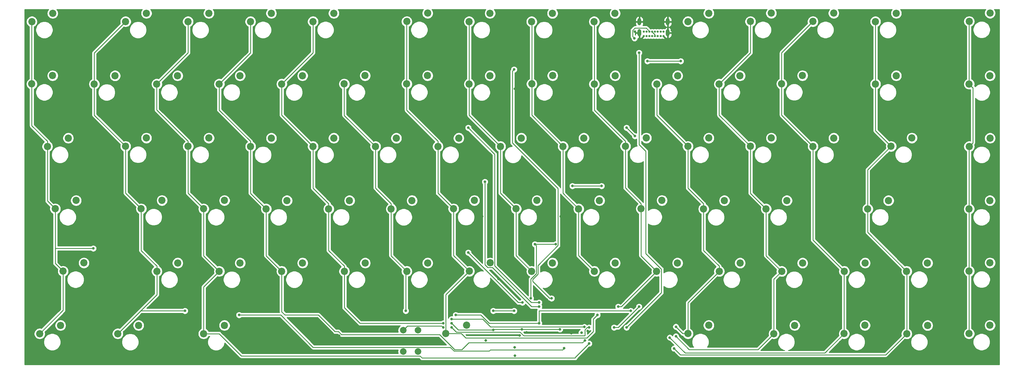
<source format=gtl>
G04 #@! TF.GenerationSoftware,KiCad,Pcbnew,(5.1.9)-1*
G04 #@! TF.CreationDate,2022-05-27T18:47:02+02:00*
G04 #@! TF.ProjectId,sofaboard,736f6661-626f-4617-9264-2e6b69636164,rev?*
G04 #@! TF.SameCoordinates,Original*
G04 #@! TF.FileFunction,Copper,L1,Top*
G04 #@! TF.FilePolarity,Positive*
%FSLAX46Y46*%
G04 Gerber Fmt 4.6, Leading zero omitted, Abs format (unit mm)*
G04 Created by KiCad (PCBNEW (5.1.9)-1) date 2022-05-27 18:47:02*
%MOMM*%
%LPD*%
G01*
G04 APERTURE LIST*
G04 #@! TA.AperFunction,ComponentPad*
%ADD10O,1.108000X2.216000*%
G04 #@! TD*
G04 #@! TA.AperFunction,ComponentPad*
%ADD11C,0.650000*%
G04 #@! TD*
G04 #@! TA.AperFunction,ComponentPad*
%ADD12C,2.200000*%
G04 #@! TD*
G04 #@! TA.AperFunction,ComponentPad*
%ADD13C,2.000000*%
G04 #@! TD*
G04 #@! TA.AperFunction,ViaPad*
%ADD14C,0.800000*%
G04 #@! TD*
G04 #@! TA.AperFunction,Conductor*
%ADD15C,0.250000*%
G04 #@! TD*
G04 #@! TA.AperFunction,Conductor*
%ADD16C,0.254000*%
G04 #@! TD*
G04 #@! TA.AperFunction,Conductor*
%ADD17C,0.100000*%
G04 #@! TD*
G04 APERTURE END LIST*
D10*
X205620000Y117429000D03*
X196970000Y117429000D03*
X196970000Y114049000D03*
X205620000Y114049000D03*
D11*
X204270000Y114419000D03*
X203420000Y114419000D03*
X202570000Y114419000D03*
X201720000Y114419000D03*
X200870000Y114419000D03*
X200020000Y114419000D03*
X199170000Y114419000D03*
X198320000Y114419000D03*
X198320000Y113069000D03*
X199170000Y113069000D03*
X200020000Y113069000D03*
X200870000Y113069000D03*
X201720000Y113069000D03*
X202570000Y113069000D03*
X203420000Y113069000D03*
X204270000Y113069000D03*
D12*
X27610000Y43840000D03*
X21260000Y41300000D03*
X265720000Y24790000D03*
X259370000Y22250000D03*
X275260000Y120020000D03*
X268910000Y117480000D03*
D13*
X129440000Y23270000D03*
X124940000Y23270000D03*
X129440000Y16770000D03*
X124940000Y16770000D03*
D12*
X18090000Y120020000D03*
X11740000Y117480000D03*
X141890000Y81930000D03*
X135540000Y79390000D03*
X246690000Y43810000D03*
X240340000Y41270000D03*
X184780000Y62880000D03*
X178430000Y60340000D03*
X303830000Y43850000D03*
X297480000Y41310000D03*
X284780000Y43830000D03*
X278430000Y41290000D03*
X44280000Y24770000D03*
X37930000Y22230000D03*
X189540000Y43830000D03*
X183190000Y41290000D03*
X237160000Y81940000D03*
X230810000Y79400000D03*
X265740000Y43830000D03*
X259390000Y41290000D03*
X241920000Y62870000D03*
X235570000Y60330000D03*
X75230000Y43820000D03*
X68880000Y41280000D03*
X303820000Y24790000D03*
X297470000Y22250000D03*
X189540000Y100980000D03*
X183190000Y98440000D03*
X132390000Y43830000D03*
X126040000Y41290000D03*
X56200000Y43830000D03*
X49850000Y41290000D03*
X284800000Y24760000D03*
X278450000Y22220000D03*
X113330000Y100990000D03*
X106980000Y98450000D03*
X108580000Y62870000D03*
X102230000Y60330000D03*
X280030000Y81950000D03*
X273680000Y79410000D03*
X103800000Y81930000D03*
X97450000Y79390000D03*
X203840000Y62900000D03*
X197490000Y60360000D03*
X256210000Y81930000D03*
X249860000Y79390000D03*
X65720000Y81940000D03*
X59370000Y79400000D03*
X256190000Y120040000D03*
X249840000Y117500000D03*
X132380000Y100990000D03*
X126030000Y98450000D03*
X303810000Y62860000D03*
X297460000Y60320000D03*
X208580000Y43820000D03*
X202230000Y41280000D03*
X170450000Y120000000D03*
X164100000Y117460000D03*
X20480000Y24780000D03*
X14130000Y22240000D03*
X113350000Y43820000D03*
X107000000Y41280000D03*
X70460000Y24780000D03*
X64110000Y22240000D03*
X75220000Y100970000D03*
X68870000Y98430000D03*
X144300000Y24790000D03*
X137950000Y22250000D03*
X122850000Y81900000D03*
X116500000Y79360000D03*
X146650000Y62900000D03*
X140300000Y60360000D03*
X170500000Y100990000D03*
X164150000Y98450000D03*
X208590000Y100980000D03*
X202240000Y98440000D03*
X237150000Y120040000D03*
X230800000Y117500000D03*
X94280000Y43830000D03*
X87930000Y41290000D03*
X89530000Y62860000D03*
X83180000Y60320000D03*
X18080000Y100990000D03*
X11730000Y98450000D03*
X94270000Y100980000D03*
X87920000Y98440000D03*
X170480000Y43830000D03*
X164130000Y41290000D03*
X84760000Y81910000D03*
X78410000Y79370000D03*
X132390000Y120040000D03*
X126040000Y117500000D03*
X151420000Y120020000D03*
X145070000Y117480000D03*
X272890000Y62860000D03*
X266540000Y60320000D03*
X246680000Y101000000D03*
X240330000Y98460000D03*
X303840000Y120060000D03*
X297490000Y117520000D03*
X222870000Y62860000D03*
X216520000Y60320000D03*
X275260000Y100980000D03*
X268910000Y98440000D03*
X218100000Y120030000D03*
X211750000Y117490000D03*
X151430000Y100980000D03*
X145080000Y98440000D03*
X303830000Y100970000D03*
X297480000Y98430000D03*
X180020000Y81920000D03*
X173670000Y79380000D03*
X25230000Y62890000D03*
X18880000Y60350000D03*
X199050000Y81950000D03*
X192700000Y79410000D03*
X227630000Y100970000D03*
X221280000Y98430000D03*
X218100000Y24790000D03*
X211750000Y22250000D03*
X46660000Y81950000D03*
X40310000Y79410000D03*
X151440000Y43840000D03*
X145090000Y41300000D03*
X189520000Y120000000D03*
X183170000Y117460000D03*
X51430000Y62900000D03*
X45080000Y60360000D03*
X218100000Y81940000D03*
X211750000Y79400000D03*
X46670000Y120020000D03*
X40320000Y117480000D03*
X65700000Y120020000D03*
X59350000Y117480000D03*
X56180000Y100970000D03*
X49830000Y98430000D03*
X303840000Y81920000D03*
X297490000Y79380000D03*
X160960000Y81930000D03*
X154610000Y79390000D03*
X244300000Y24780000D03*
X237950000Y22240000D03*
X84740000Y120030000D03*
X78390000Y117490000D03*
X103800000Y120030000D03*
X97450000Y117490000D03*
X37120000Y100960000D03*
X30770000Y98420000D03*
X22850000Y81930000D03*
X16500000Y79390000D03*
X165720000Y62890000D03*
X159370000Y60350000D03*
X70470000Y62890000D03*
X64120000Y60350000D03*
X127640000Y62880000D03*
X121290000Y60340000D03*
X227640000Y43810000D03*
X221290000Y41270000D03*
D14*
X179290000Y22570000D03*
X203200000Y107061000D03*
X196850000Y107950000D03*
X193040000Y24130000D03*
X251560000Y22730000D03*
X176200000Y22380000D03*
X158980000Y15540000D03*
X150140000Y20200000D03*
X201422000Y35052000D03*
X181230000Y23030000D03*
X290750000Y22490000D03*
X158900000Y18060000D03*
X195270000Y86680000D03*
X197280000Y68530000D03*
X190790000Y32930000D03*
X32070000Y23600000D03*
X51960000Y23160000D03*
X201690000Y47930000D03*
X174040000Y26260000D03*
X228920000Y22650000D03*
X172800000Y37190000D03*
X160470000Y21730000D03*
X272280000Y23400000D03*
X23620000Y115650000D03*
X28290000Y115860000D03*
X33170000Y115860000D03*
X50640000Y116060000D03*
X56330000Y115860000D03*
X69340000Y116060000D03*
X73810000Y116260000D03*
X88640000Y116260000D03*
X92300000Y116260000D03*
X107130000Y116260000D03*
X111400000Y116060000D03*
X114040000Y115860000D03*
X118310000Y116060000D03*
X121560000Y116060000D03*
X136770000Y116760000D03*
X140560000Y116970000D03*
X155820000Y116970000D03*
X159400000Y116970000D03*
X175080000Y116760000D03*
X178650000Y117280000D03*
X194240000Y120020000D03*
X194450000Y118550000D03*
X194450000Y116130000D03*
X195610000Y114440000D03*
X206375000Y110998000D03*
X206870000Y114860000D03*
X207610000Y117180000D03*
X207610000Y119710000D03*
X222240000Y116340000D03*
X226660000Y116130000D03*
X241180000Y116440000D03*
X245180000Y116440000D03*
X260140000Y116020000D03*
X263930000Y116130000D03*
X279190000Y116130000D03*
X283720000Y116230000D03*
X288140000Y116230000D03*
X292660000Y116440000D03*
X22000000Y97000000D03*
X26000000Y97000000D03*
X41000000Y97000000D03*
X45000000Y97000000D03*
X60000000Y97000000D03*
X64000000Y97000000D03*
X79000000Y97000000D03*
X83000000Y97000000D03*
X97000000Y97000000D03*
X101000000Y97000000D03*
X116000000Y97000000D03*
X120000000Y97000000D03*
X136000000Y97000000D03*
X140000000Y97000000D03*
X155000000Y97000000D03*
X159000000Y97000000D03*
X173000000Y97000000D03*
X177000000Y97000000D03*
X192000000Y97000000D03*
X198000000Y97000000D03*
X211000000Y97000000D03*
X215000000Y97000000D03*
X230000000Y97000000D03*
X235000000Y97000000D03*
X250000000Y97000000D03*
X254000000Y97000000D03*
X258000000Y97000000D03*
X262000000Y97000000D03*
X278000000Y97000000D03*
X282000000Y97000000D03*
X286000000Y97000000D03*
X292000000Y97000000D03*
X306000000Y97000000D03*
X306000000Y116000000D03*
X12000000Y77000000D03*
X26000000Y77000000D03*
X30000000Y77000000D03*
X34000000Y77000000D03*
X38000000Y77000000D03*
X49000000Y77000000D03*
X57000000Y77000000D03*
X53000000Y77000000D03*
X68000000Y77000000D03*
X77000000Y77000000D03*
X72000000Y77000000D03*
X87000000Y77000000D03*
X96000000Y77000000D03*
X92000000Y77000000D03*
X106000000Y77000000D03*
X115000000Y77000000D03*
X111000000Y77000000D03*
X125000000Y77000000D03*
X134000000Y77000000D03*
X130000000Y77000000D03*
X145000000Y77000000D03*
X148000000Y77000000D03*
X151000000Y77000000D03*
X164000000Y77000000D03*
X172000000Y77000000D03*
X168000000Y77000000D03*
X184000000Y77000000D03*
X190000000Y77000000D03*
X204000000Y77000000D03*
X209000000Y77000000D03*
X222000000Y77000000D03*
X228000000Y77000000D03*
X241000000Y77000000D03*
X246000000Y77000000D03*
X259000000Y77000000D03*
X263000000Y77000000D03*
X267000000Y77000000D03*
X283000000Y77000000D03*
X295000000Y77000000D03*
X289000000Y77000000D03*
X12000000Y58000000D03*
X28000000Y58000000D03*
X40000000Y58000000D03*
X34000000Y58000000D03*
X54000000Y58000000D03*
X59000000Y58000000D03*
X72000000Y58000000D03*
X79000000Y58000000D03*
X76000000Y58000000D03*
X93000000Y58000000D03*
X98000000Y58000000D03*
X111000000Y58000000D03*
X116000000Y58000000D03*
X130000000Y58000000D03*
X136000000Y58000000D03*
X149000000Y58000000D03*
X155000000Y58000000D03*
X169000000Y58000000D03*
X173000000Y58000000D03*
X189000000Y58000000D03*
X193000000Y58000000D03*
X206000000Y58000000D03*
X211000000Y58000000D03*
X226000000Y58000000D03*
X230000000Y58000000D03*
X246000000Y58000000D03*
X252000000Y58000000D03*
X257000000Y58000000D03*
X264000000Y58000000D03*
X276000000Y58000000D03*
X294000000Y58000000D03*
X290000000Y58000000D03*
X280000000Y58000000D03*
X285000000Y58000000D03*
X12000000Y39000000D03*
X17000000Y39000000D03*
X31000000Y39000000D03*
X36000000Y39000000D03*
X41000000Y39000000D03*
X47000000Y39000000D03*
X59000000Y39000000D03*
X64000000Y39000000D03*
X78000000Y39000000D03*
X85000000Y39000000D03*
X97000000Y39000000D03*
X104000000Y39000000D03*
X116000000Y39000000D03*
X122000000Y39000000D03*
X135000000Y39000000D03*
X139000000Y39000000D03*
X154000000Y39000000D03*
X192000000Y39000000D03*
X212000000Y39000000D03*
X216000000Y39000000D03*
X230000000Y39000000D03*
X235000000Y39000000D03*
X250000000Y39000000D03*
X256000000Y39000000D03*
X269000000Y39000000D03*
X275000000Y39000000D03*
X287000000Y39000000D03*
X295000000Y39000000D03*
X78000000Y20000000D03*
X118000000Y20000000D03*
X201000000Y17000000D03*
X85090000Y19050000D03*
X111760000Y19050000D03*
X105410000Y21590000D03*
X91440000Y21590000D03*
X99060000Y20320000D03*
X184150000Y21590000D03*
X181610000Y17780000D03*
X176555000Y27940000D03*
X191732347Y14105000D03*
X21844000Y61976000D03*
X47752000Y62611000D03*
X67056000Y62357000D03*
X62230000Y56642000D03*
X43434000Y56515000D03*
X17145000Y56007000D03*
X85725000Y62484000D03*
X81915000Y57023000D03*
X105410000Y62484000D03*
X124460000Y62103000D03*
X119380000Y56896000D03*
X143129000Y62611000D03*
X173482000Y42926000D03*
X214503000Y56769000D03*
X219583000Y62103000D03*
X233680000Y56515000D03*
X238633000Y62357000D03*
X87884000Y13716000D03*
X119380000Y13716000D03*
X64008000Y17399000D03*
X67183000Y25654000D03*
X162560000Y22606000D03*
X177546000Y33655000D03*
X176022000Y40132000D03*
X182372000Y37084000D03*
X199390000Y105410000D03*
X209550000Y105410000D03*
X170180000Y33020000D03*
X158750000Y102870000D03*
X193040000Y85090000D03*
X195580000Y82550000D03*
X166370000Y31750000D03*
X144780000Y85090000D03*
X185420000Y67310000D03*
X176530000Y67310000D03*
X166370000Y30480000D03*
X149860000Y68580000D03*
X171450000Y49530000D03*
X165100000Y49530000D03*
X163830000Y33020000D03*
X152400000Y29210000D03*
X158750000Y29210000D03*
X194310000Y29210000D03*
X166370000Y25400000D03*
X140970000Y27940000D03*
X161290000Y31750000D03*
X144780000Y46990000D03*
X30480000Y48260000D03*
X173990000Y17780000D03*
X74930000Y27940000D03*
X58420000Y29210000D03*
X181610000Y19230001D03*
X180340000Y20200001D03*
X180179505Y24290495D03*
X139700000Y26670000D03*
X137160000Y25400000D03*
X184150000Y27940000D03*
X196850000Y30480000D03*
X189230000Y24130000D03*
X190500000Y30480000D03*
X208090000Y24350000D03*
X208080000Y21430000D03*
X206210000Y21060000D03*
X207530000Y17700000D03*
X181610000Y24130000D03*
X139700000Y24130000D03*
X125730000Y29210000D03*
X172720000Y23565495D03*
X152400000Y23425010D03*
X139700000Y25400000D03*
X137160000Y24130000D03*
X195453000Y112395000D03*
X161106495Y23565495D03*
D15*
X198915001Y46704001D02*
X203655001Y41964001D01*
X196850000Y107950000D02*
X196850000Y79971002D01*
X203655001Y34745001D02*
X193040000Y24130000D01*
X203655001Y41964001D02*
X203655001Y34745001D01*
X196850000Y79971002D02*
X198915001Y77906001D01*
X198915001Y77906001D02*
X198915001Y46704001D01*
X174875000Y26260000D02*
X174040000Y26260000D01*
X176555000Y27940000D02*
X174875000Y26260000D01*
X194627347Y17000000D02*
X201000000Y17000000D01*
X191732347Y14105000D02*
X194627347Y17000000D01*
X199390000Y105410000D02*
X209550000Y105410000D01*
X158274999Y102394999D02*
X158750000Y102870000D01*
X158274999Y80436003D02*
X158274999Y102394999D01*
X172175001Y66536001D02*
X158274999Y80436003D01*
X169614315Y33020000D02*
X164392706Y38241609D01*
X170180000Y33020000D02*
X169614315Y33020000D01*
X166005011Y43012009D02*
X172175001Y49181999D01*
X164392706Y38241609D02*
X164392706Y38807294D01*
X164392706Y38807294D02*
X166005011Y40419599D01*
X172175001Y49181999D02*
X172175001Y66536001D01*
X166005011Y40419599D02*
X166005011Y43012009D01*
X193040000Y85090000D02*
X195580000Y82550000D01*
X152865001Y77004999D02*
X144780000Y85090000D01*
X152865001Y42911997D02*
X152865001Y77004999D01*
X166370000Y31750000D02*
X164026998Y31750000D01*
X164026998Y31750000D02*
X152865001Y42911997D01*
X185420000Y67310000D02*
X176530000Y67310000D01*
X149860000Y43310998D02*
X149860000Y68580000D01*
X150755999Y42414999D02*
X149860000Y43310998D01*
X152124001Y42414999D02*
X150755999Y42414999D01*
X166370000Y30480000D02*
X164059000Y30480000D01*
X164059000Y30480000D02*
X152124001Y42414999D01*
X171450000Y49530000D02*
X165100000Y49530000D01*
X165499999Y49130001D02*
X165100000Y49530000D01*
X165555001Y49074999D02*
X165499999Y49130001D01*
X165555001Y40605999D02*
X165555001Y49074999D01*
X163830000Y38880998D02*
X165555001Y40605999D01*
X163830000Y33020000D02*
X163830000Y38880998D01*
X152400000Y29210000D02*
X158750000Y29210000D01*
X194310000Y29210000D02*
X166370000Y29210000D01*
X166370000Y29210000D02*
X166370000Y25400000D01*
X166370000Y25400000D02*
X151130000Y25400000D01*
X151130000Y25400000D02*
X148590000Y27940000D01*
X148590000Y27940000D02*
X140970000Y27940000D01*
X11730000Y85715634D02*
X11730000Y98450000D01*
X16500000Y79390000D02*
X16500000Y80945634D01*
X11730000Y98450000D02*
X11730000Y117470000D01*
X21260000Y29370000D02*
X21260000Y41300000D01*
X18880000Y60350000D02*
X16500000Y62730000D01*
X21260000Y41300000D02*
X18880000Y43680000D01*
X11730000Y117470000D02*
X11740000Y117480000D01*
X16500000Y80945634D02*
X11730000Y85715634D01*
X16500000Y62730000D02*
X16500000Y79390000D01*
X14130000Y22240000D02*
X21260000Y29370000D01*
X161290000Y31750000D02*
X160020000Y31750000D01*
X160020000Y31750000D02*
X144780000Y46990000D01*
X30480000Y48260000D02*
X19050000Y48260000D01*
X18880000Y43680000D02*
X18880000Y48090000D01*
X19050000Y48260000D02*
X18880000Y48090000D01*
X18880000Y48090000D02*
X18880000Y60350000D01*
X30770000Y107930000D02*
X40320000Y117480000D01*
X30770000Y98420000D02*
X30770000Y107930000D01*
X49850000Y34150000D02*
X49850000Y41290000D01*
X49850000Y42845634D02*
X45080000Y47615634D01*
X45080000Y47615634D02*
X45080000Y58804366D01*
X49850000Y41290000D02*
X49850000Y42845634D01*
X40310000Y65130000D02*
X40310000Y79410000D01*
X40310000Y79410000D02*
X30770000Y88950000D01*
X45080000Y60360000D02*
X40310000Y65130000D01*
X30770000Y88950000D02*
X30770000Y98420000D01*
X45080000Y58804366D02*
X45080000Y60360000D01*
X173544999Y17334999D02*
X151575001Y17334999D01*
X173990000Y17780000D02*
X173544999Y17334999D01*
X139297587Y18095001D02*
X97474999Y18095001D01*
X140457598Y16934990D02*
X139297587Y18095001D01*
X151575001Y17334999D02*
X151174992Y16934990D01*
X151174992Y16934990D02*
X140457598Y16934990D01*
X97474999Y18095001D02*
X87630000Y27940000D01*
X87630000Y27940000D02*
X74930000Y27940000D01*
X44910000Y29210000D02*
X44680000Y28980000D01*
X58420000Y29210000D02*
X44910000Y29210000D01*
X37930000Y22230000D02*
X44680000Y28980000D01*
X44680000Y28980000D02*
X49850000Y34150000D01*
X64110000Y36510000D02*
X68880000Y41280000D01*
X59350000Y107950000D02*
X59350000Y117480000D01*
X64120000Y46040000D02*
X64120000Y60350000D01*
X59370000Y79400000D02*
X59370000Y80955634D01*
X64120000Y60350000D02*
X59370000Y65100000D01*
X59370000Y80955634D02*
X49830000Y90495634D01*
X59370000Y65100000D02*
X59370000Y79400000D01*
X68880000Y41280000D02*
X64120000Y46040000D01*
X49830000Y98430000D02*
X59350000Y107950000D01*
X64110000Y22240000D02*
X64110000Y36510000D01*
X49830000Y90495634D02*
X49830000Y96874366D01*
X49830000Y96874366D02*
X49830000Y98430000D01*
X130076001Y15444999D02*
X130706001Y14814999D01*
X64110000Y22240000D02*
X68821002Y22240000D01*
X177374999Y14814999D02*
X177374999Y14995000D01*
X177374999Y14995000D02*
X181610000Y19230001D01*
X75616003Y15444999D02*
X130076001Y15444999D01*
X68821002Y22240000D02*
X75616003Y15444999D01*
X130706001Y14814999D02*
X177374999Y14814999D01*
X83180000Y46040000D02*
X83180000Y60320000D01*
X78410000Y80925634D02*
X68870000Y90465634D01*
X83180000Y60320000D02*
X78410000Y65090000D01*
X68870000Y96874366D02*
X68870000Y98430000D01*
X78410000Y79370000D02*
X78410000Y80925634D01*
X78390000Y107950000D02*
X78390000Y117490000D01*
X68870000Y98430000D02*
X78390000Y107950000D01*
X87930000Y41290000D02*
X83180000Y46040000D01*
X68870000Y90465634D02*
X68870000Y96874366D01*
X78410000Y65090000D02*
X78410000Y79370000D01*
X106128003Y21944999D02*
X105213002Y22860000D01*
X179614998Y19474999D02*
X144966001Y19474999D01*
X144966001Y19474999D02*
X142876001Y17384999D01*
X180340000Y20200001D02*
X179614998Y19474999D01*
X104188998Y22860000D02*
X99108998Y27940000D01*
X105213002Y22860000D02*
X104188998Y22860000D01*
X99108998Y27940000D02*
X88900000Y27940000D01*
X87930000Y28910000D02*
X87930000Y41290000D01*
X88900000Y27940000D02*
X87930000Y28910000D01*
X136083999Y21944999D02*
X126084999Y21944999D01*
X142876001Y17384999D02*
X140643999Y17384999D01*
X140643999Y17384999D02*
X136083999Y21944999D01*
X126205001Y21944999D02*
X126084999Y21944999D01*
X126084999Y21944999D02*
X106128003Y21944999D01*
X102230000Y60330000D02*
X102230000Y61885634D01*
X97450000Y77834366D02*
X97450000Y79390000D01*
X87920000Y98440000D02*
X97450000Y107970000D01*
X97450000Y107970000D02*
X97450000Y117490000D01*
X101780000Y62335634D02*
X97450000Y66665634D01*
X102230000Y47605634D02*
X102230000Y58774366D01*
X97450000Y66665634D02*
X97450000Y77834366D01*
X87920000Y88920000D02*
X87920000Y98440000D01*
X102230000Y58774366D02*
X102230000Y60330000D01*
X107000000Y42835634D02*
X102230000Y47605634D01*
X107000000Y41280000D02*
X107000000Y42835634D01*
X102230000Y61885634D02*
X101780000Y62335634D01*
X97450000Y79390000D02*
X87920000Y88920000D01*
X149223590Y26670000D02*
X139700000Y26670000D01*
X180179505Y24290495D02*
X151603095Y24290495D01*
X151603095Y24290495D02*
X149223590Y26670000D01*
X137160000Y25400000D02*
X111760000Y25400000D01*
X107000000Y30160000D02*
X107000000Y41280000D01*
X111760000Y25400000D02*
X107000000Y30160000D01*
X126030000Y117490000D02*
X126040000Y117500000D01*
X140300000Y60360000D02*
X135540000Y65120000D01*
X126030000Y98450000D02*
X126030000Y117490000D01*
X137950000Y22250000D02*
X137950000Y34160000D01*
X137950000Y34160000D02*
X145090000Y41300000D01*
X140300000Y46090000D02*
X140300000Y60360000D01*
X126030000Y90455634D02*
X126030000Y96894366D01*
X135540000Y79390000D02*
X135540000Y80945634D01*
X135540000Y65120000D02*
X135540000Y79390000D01*
X145090000Y41300000D02*
X140300000Y46090000D01*
X126030000Y96894366D02*
X126030000Y98450000D01*
X135540000Y80945634D02*
X126030000Y90455634D01*
X139505634Y22250000D02*
X137950000Y22250000D01*
X143986001Y20925001D02*
X142661002Y22250000D01*
X180945001Y20925001D02*
X143986001Y20925001D01*
X182880000Y22860000D02*
X180945001Y20925001D01*
X142661002Y22250000D02*
X139505634Y22250000D01*
X184150000Y27940000D02*
X182880000Y26670000D01*
X182880000Y26670000D02*
X182880000Y22860000D01*
X145080000Y117470000D02*
X145070000Y117480000D01*
X159370000Y60350000D02*
X154610000Y65110000D01*
X164130000Y41290000D02*
X159370000Y46050000D01*
X145080000Y98440000D02*
X145080000Y117470000D01*
X154610000Y65110000D02*
X154610000Y79390000D01*
X145080000Y88920000D02*
X145080000Y98440000D01*
X159370000Y46050000D02*
X159370000Y60350000D01*
X154610000Y79390000D02*
X145080000Y88920000D01*
X196850000Y30480000D02*
X190500000Y24130000D01*
X190500000Y24130000D02*
X189230000Y24130000D01*
X173670000Y79380000D02*
X164150000Y88900000D01*
X164150000Y88900000D02*
X164150000Y98450000D01*
X178430000Y46050000D02*
X178430000Y60340000D01*
X183190000Y41290000D02*
X178430000Y46050000D01*
X164150000Y117410000D02*
X164100000Y117460000D01*
X173670000Y65100000D02*
X173670000Y79380000D01*
X178430000Y60340000D02*
X173670000Y65100000D01*
X164150000Y98450000D02*
X164150000Y117410000D01*
X197490000Y60360000D02*
X197490000Y61915634D01*
X192700000Y77854366D02*
X192700000Y79410000D01*
X183190000Y98440000D02*
X183190000Y117440000D01*
X192700000Y79410000D02*
X192700000Y80965634D01*
X183190000Y117440000D02*
X183170000Y117460000D01*
X197490000Y46020000D02*
X197490000Y60360000D01*
X202230000Y41280000D02*
X197490000Y46020000D01*
X183190000Y90475634D02*
X183190000Y96884366D01*
X183190000Y96884366D02*
X183190000Y98440000D01*
X197490000Y61915634D02*
X192700000Y66705634D01*
X192700000Y66705634D02*
X192700000Y77854366D01*
X192700000Y80965634D02*
X186050000Y87615634D01*
X186050000Y87615634D02*
X183190000Y90475634D01*
X191430000Y30480000D02*
X202230000Y41280000D01*
X190500000Y30480000D02*
X191430000Y30480000D01*
X216520000Y58764366D02*
X216520000Y60320000D01*
X216520000Y61875634D02*
X211750000Y66645634D01*
X211750000Y31730000D02*
X221290000Y41270000D01*
X211750000Y79400000D02*
X202240000Y88910000D01*
X216520000Y47595634D02*
X216520000Y58764366D01*
X211750000Y22250000D02*
X211750000Y31730000D01*
X221290000Y42825634D02*
X216520000Y47595634D01*
X211750000Y77844366D02*
X211750000Y79400000D01*
X202240000Y88910000D02*
X202240000Y98440000D01*
X211750000Y66645634D02*
X211750000Y77844366D01*
X216520000Y60320000D02*
X216520000Y61875634D01*
X210190000Y22250000D02*
X211750000Y22250000D01*
X208090000Y24350000D02*
X210190000Y22250000D01*
X221290000Y41270000D02*
X221290000Y42825634D01*
X233094999Y17384999D02*
X236850001Y21140001D01*
X221280000Y98430000D02*
X230800000Y107950000D01*
X221280000Y88930000D02*
X221280000Y98430000D01*
X235570000Y60330000D02*
X230810000Y65090000D01*
X208080000Y21430000D02*
X212125001Y17384999D01*
X240340000Y41270000D02*
X235570000Y46040000D01*
X230810000Y65090000D02*
X230810000Y79400000D01*
X230800000Y107950000D02*
X230800000Y117500000D01*
X237950000Y22240000D02*
X237950000Y38880000D01*
X235570000Y46040000D02*
X235570000Y49870000D01*
X237950000Y38880000D02*
X240340000Y41270000D01*
X230810000Y79400000D02*
X221280000Y88930000D01*
X235570000Y49870000D02*
X235570000Y60330000D01*
X236850001Y21140001D02*
X237950000Y22240000D01*
X212125001Y17384999D02*
X233094999Y17384999D01*
X240330000Y107990000D02*
X249840000Y117500000D01*
X259370000Y29190000D02*
X259370000Y41270000D01*
X210910000Y16360000D02*
X253480000Y16360000D01*
X249860000Y50820000D02*
X249860000Y79390000D01*
X259370000Y22250000D02*
X259370000Y29190000D01*
X253480000Y16360000D02*
X259370000Y22250000D01*
X240330000Y98460000D02*
X240330000Y107990000D01*
X259370000Y41270000D02*
X259390000Y41290000D01*
X259390000Y41290000D02*
X249860000Y50820000D01*
X240330000Y88920000D02*
X240330000Y98460000D01*
X249860000Y79390000D02*
X240330000Y88920000D01*
X206210000Y21060000D02*
X210910000Y16360000D01*
X268910000Y84180000D02*
X268910000Y98440000D01*
X273680000Y79410000D02*
X268910000Y84180000D01*
X266540000Y72270000D02*
X273680000Y79410000D01*
X266540000Y53180000D02*
X266540000Y60320000D01*
X278450000Y22220000D02*
X278450000Y41270000D01*
X272020000Y15790000D02*
X278450000Y22220000D01*
X268910000Y98440000D02*
X268910000Y117480000D01*
X209440000Y15790000D02*
X272020000Y15790000D01*
X266540000Y60320000D02*
X266540000Y72270000D01*
X278430000Y41290000D02*
X266540000Y53180000D01*
X207530000Y17700000D02*
X209440000Y15790000D01*
X278450000Y41270000D02*
X278430000Y41290000D01*
X297480000Y41310000D02*
X297480000Y60300000D01*
X298589999Y97320001D02*
X298579999Y97330001D01*
X298579999Y97330001D02*
X297480000Y98430000D01*
X297470000Y22250000D02*
X297470000Y41300000D01*
X297460000Y60320000D02*
X297460000Y79350000D01*
X298589999Y80479999D02*
X298589999Y97320001D01*
X297490000Y79380000D02*
X298589999Y80479999D01*
X297460000Y79350000D02*
X297490000Y79380000D01*
X297480000Y117510000D02*
X297490000Y117520000D01*
X297480000Y60300000D02*
X297460000Y60320000D01*
X297480000Y98430000D02*
X297480000Y117510000D01*
X297470000Y41300000D02*
X297480000Y41310000D01*
X116500000Y77804366D02*
X116500000Y79360000D01*
X116500000Y79360000D02*
X106980000Y88880000D01*
X126040000Y41290000D02*
X121290000Y46040000D01*
X116500000Y66685634D02*
X116500000Y77804366D01*
X121290000Y61895634D02*
X116500000Y66685634D01*
X121290000Y46040000D02*
X121290000Y60340000D01*
X106980000Y88880000D02*
X106980000Y98450000D01*
X121290000Y60340000D02*
X121290000Y61895634D01*
X181044315Y24130000D02*
X180340000Y23425685D01*
X181610000Y24130000D02*
X181044315Y24130000D01*
X180340000Y23425685D02*
X180340000Y21590000D01*
X141129990Y22700010D02*
X139700000Y24130000D01*
X160572992Y22700010D02*
X141129990Y22700010D01*
X180340000Y21590000D02*
X161683002Y21590000D01*
X161683002Y21590000D02*
X160572992Y22700010D01*
X125730000Y40980000D02*
X126040000Y41290000D01*
X125730000Y29210000D02*
X125730000Y40980000D01*
X152540485Y23565495D02*
X152400000Y23425010D01*
X141735001Y23364999D02*
X139700000Y25400000D01*
X151774304Y23364999D02*
X141735001Y23364999D01*
X152400000Y23425010D02*
X151834315Y23425010D01*
X151834315Y23425010D02*
X151774304Y23364999D01*
X125939999Y24269999D02*
X124940000Y23270000D01*
X126265001Y24595001D02*
X125939999Y24269999D01*
X136694999Y24595001D02*
X126265001Y24595001D01*
X137160000Y24130000D02*
X136694999Y24595001D01*
X200020000Y114531002D02*
X200020000Y114419000D01*
X199068992Y115482010D02*
X200020000Y114531002D01*
X195579008Y115482010D02*
X199068992Y115482010D01*
X194884999Y114788001D02*
X195579008Y115482010D01*
X194884999Y112963001D02*
X194884999Y114788001D01*
X195453000Y112395000D02*
X194884999Y112963001D01*
X200870000Y114306998D02*
X200870000Y114419000D01*
X201720000Y113456998D02*
X200870000Y114306998D01*
X201720000Y113069000D02*
X201720000Y113456998D01*
X161106495Y23565495D02*
X152540485Y23565495D01*
X172720000Y23565495D02*
X161106495Y23565495D01*
D16*
X16742337Y121125998D02*
X16552463Y120841831D01*
X16421675Y120526081D01*
X16355000Y120190883D01*
X16355000Y119849117D01*
X16421675Y119513919D01*
X16552463Y119198169D01*
X16742337Y118914002D01*
X16984002Y118672337D01*
X17268169Y118482463D01*
X17583919Y118351675D01*
X17919117Y118285000D01*
X18260883Y118285000D01*
X18596081Y118351675D01*
X18911831Y118482463D01*
X19195998Y118672337D01*
X19437663Y118914002D01*
X19627537Y119198169D01*
X19758325Y119513919D01*
X19825000Y119849117D01*
X19825000Y120190883D01*
X19758325Y120526081D01*
X19627537Y120841831D01*
X19437663Y121125998D01*
X19353661Y121210000D01*
X45406339Y121210000D01*
X45322337Y121125998D01*
X45132463Y120841831D01*
X45001675Y120526081D01*
X44935000Y120190883D01*
X44935000Y119849117D01*
X45001675Y119513919D01*
X45132463Y119198169D01*
X45322337Y118914002D01*
X45564002Y118672337D01*
X45848169Y118482463D01*
X46163919Y118351675D01*
X46499117Y118285000D01*
X46840883Y118285000D01*
X47176081Y118351675D01*
X47491831Y118482463D01*
X47775998Y118672337D01*
X48017663Y118914002D01*
X48207537Y119198169D01*
X48338325Y119513919D01*
X48405000Y119849117D01*
X48405000Y120190883D01*
X48338325Y120526081D01*
X48207537Y120841831D01*
X48017663Y121125998D01*
X47933661Y121210000D01*
X64436339Y121210000D01*
X64352337Y121125998D01*
X64162463Y120841831D01*
X64031675Y120526081D01*
X63965000Y120190883D01*
X63965000Y119849117D01*
X64031675Y119513919D01*
X64162463Y119198169D01*
X64352337Y118914002D01*
X64594002Y118672337D01*
X64878169Y118482463D01*
X65193919Y118351675D01*
X65529117Y118285000D01*
X65870883Y118285000D01*
X66206081Y118351675D01*
X66521831Y118482463D01*
X66805998Y118672337D01*
X67047663Y118914002D01*
X67237537Y119198169D01*
X67368325Y119513919D01*
X67435000Y119849117D01*
X67435000Y120190883D01*
X67368325Y120526081D01*
X67237537Y120841831D01*
X67047663Y121125998D01*
X66963661Y121210000D01*
X83466339Y121210000D01*
X83392337Y121135998D01*
X83202463Y120851831D01*
X83071675Y120536081D01*
X83005000Y120200883D01*
X83005000Y119859117D01*
X83071675Y119523919D01*
X83202463Y119208169D01*
X83392337Y118924002D01*
X83634002Y118682337D01*
X83918169Y118492463D01*
X84233919Y118361675D01*
X84569117Y118295000D01*
X84910883Y118295000D01*
X85246081Y118361675D01*
X85561831Y118492463D01*
X85845998Y118682337D01*
X86087663Y118924002D01*
X86277537Y119208169D01*
X86408325Y119523919D01*
X86475000Y119859117D01*
X86475000Y120200883D01*
X86408325Y120536081D01*
X86277537Y120851831D01*
X86087663Y121135998D01*
X86013661Y121210000D01*
X102526339Y121210000D01*
X102452337Y121135998D01*
X102262463Y120851831D01*
X102131675Y120536081D01*
X102065000Y120200883D01*
X102065000Y119859117D01*
X102131675Y119523919D01*
X102262463Y119208169D01*
X102452337Y118924002D01*
X102694002Y118682337D01*
X102978169Y118492463D01*
X103293919Y118361675D01*
X103629117Y118295000D01*
X103970883Y118295000D01*
X104306081Y118361675D01*
X104621831Y118492463D01*
X104905998Y118682337D01*
X105147663Y118924002D01*
X105337537Y119208169D01*
X105468325Y119523919D01*
X105535000Y119859117D01*
X105535000Y120200883D01*
X105468325Y120536081D01*
X105337537Y120851831D01*
X105147663Y121135998D01*
X105073661Y121210000D01*
X131106339Y121210000D01*
X131042337Y121145998D01*
X130852463Y120861831D01*
X130721675Y120546081D01*
X130655000Y120210883D01*
X130655000Y119869117D01*
X130721675Y119533919D01*
X130852463Y119218169D01*
X131042337Y118934002D01*
X131284002Y118692337D01*
X131568169Y118502463D01*
X131883919Y118371675D01*
X132219117Y118305000D01*
X132560883Y118305000D01*
X132896081Y118371675D01*
X133211831Y118502463D01*
X133495998Y118692337D01*
X133737663Y118934002D01*
X133927537Y119218169D01*
X134058325Y119533919D01*
X134125000Y119869117D01*
X134125000Y120210883D01*
X134058325Y120546081D01*
X133927537Y120861831D01*
X133737663Y121145998D01*
X133673661Y121210000D01*
X150156339Y121210000D01*
X150072337Y121125998D01*
X149882463Y120841831D01*
X149751675Y120526081D01*
X149685000Y120190883D01*
X149685000Y119849117D01*
X149751675Y119513919D01*
X149882463Y119198169D01*
X150072337Y118914002D01*
X150314002Y118672337D01*
X150598169Y118482463D01*
X150913919Y118351675D01*
X151249117Y118285000D01*
X151590883Y118285000D01*
X151926081Y118351675D01*
X152241831Y118482463D01*
X152525998Y118672337D01*
X152767663Y118914002D01*
X152957537Y119198169D01*
X153088325Y119513919D01*
X153155000Y119849117D01*
X153155000Y120190883D01*
X153088325Y120526081D01*
X152957537Y120841831D01*
X152767663Y121125998D01*
X152683661Y121210000D01*
X169206339Y121210000D01*
X169102337Y121105998D01*
X168912463Y120821831D01*
X168781675Y120506081D01*
X168715000Y120170883D01*
X168715000Y119829117D01*
X168781675Y119493919D01*
X168912463Y119178169D01*
X169102337Y118894002D01*
X169344002Y118652337D01*
X169628169Y118462463D01*
X169943919Y118331675D01*
X170279117Y118265000D01*
X170620883Y118265000D01*
X170956081Y118331675D01*
X171271831Y118462463D01*
X171555998Y118652337D01*
X171797663Y118894002D01*
X171987537Y119178169D01*
X172118325Y119493919D01*
X172185000Y119829117D01*
X172185000Y120170883D01*
X172118325Y120506081D01*
X171987537Y120821831D01*
X171797663Y121105998D01*
X171693661Y121210000D01*
X188276339Y121210000D01*
X188172337Y121105998D01*
X187982463Y120821831D01*
X187851675Y120506081D01*
X187785000Y120170883D01*
X187785000Y119829117D01*
X187851675Y119493919D01*
X187982463Y119178169D01*
X188172337Y118894002D01*
X188414002Y118652337D01*
X188698169Y118462463D01*
X189013919Y118331675D01*
X189349117Y118265000D01*
X189690883Y118265000D01*
X190026081Y118331675D01*
X190341831Y118462463D01*
X190625998Y118652337D01*
X190867663Y118894002D01*
X191057537Y119178169D01*
X191188325Y119493919D01*
X191255000Y119829117D01*
X191255000Y120170883D01*
X191188325Y120506081D01*
X191057537Y120821831D01*
X190867663Y121105998D01*
X190763661Y121210000D01*
X216826339Y121210000D01*
X216752337Y121135998D01*
X216562463Y120851831D01*
X216431675Y120536081D01*
X216365000Y120200883D01*
X216365000Y119859117D01*
X216431675Y119523919D01*
X216562463Y119208169D01*
X216752337Y118924002D01*
X216994002Y118682337D01*
X217278169Y118492463D01*
X217593919Y118361675D01*
X217929117Y118295000D01*
X218270883Y118295000D01*
X218606081Y118361675D01*
X218921831Y118492463D01*
X219205998Y118682337D01*
X219447663Y118924002D01*
X219637537Y119208169D01*
X219768325Y119523919D01*
X219835000Y119859117D01*
X219835000Y120200883D01*
X219768325Y120536081D01*
X219637537Y120851831D01*
X219447663Y121135998D01*
X219373661Y121210000D01*
X235866339Y121210000D01*
X235802337Y121145998D01*
X235612463Y120861831D01*
X235481675Y120546081D01*
X235415000Y120210883D01*
X235415000Y119869117D01*
X235481675Y119533919D01*
X235612463Y119218169D01*
X235802337Y118934002D01*
X236044002Y118692337D01*
X236328169Y118502463D01*
X236643919Y118371675D01*
X236979117Y118305000D01*
X237320883Y118305000D01*
X237656081Y118371675D01*
X237971831Y118502463D01*
X238255998Y118692337D01*
X238497663Y118934002D01*
X238687537Y119218169D01*
X238818325Y119533919D01*
X238885000Y119869117D01*
X238885000Y120210883D01*
X238818325Y120546081D01*
X238687537Y120861831D01*
X238497663Y121145998D01*
X238433661Y121210000D01*
X254906339Y121210000D01*
X254842337Y121145998D01*
X254652463Y120861831D01*
X254521675Y120546081D01*
X254455000Y120210883D01*
X254455000Y119869117D01*
X254521675Y119533919D01*
X254652463Y119218169D01*
X254842337Y118934002D01*
X255084002Y118692337D01*
X255368169Y118502463D01*
X255683919Y118371675D01*
X256019117Y118305000D01*
X256360883Y118305000D01*
X256696081Y118371675D01*
X257011831Y118502463D01*
X257295998Y118692337D01*
X257537663Y118934002D01*
X257727537Y119218169D01*
X257858325Y119533919D01*
X257925000Y119869117D01*
X257925000Y120210883D01*
X257858325Y120546081D01*
X257727537Y120861831D01*
X257537663Y121145998D01*
X257473661Y121210000D01*
X273996339Y121210000D01*
X273912337Y121125998D01*
X273722463Y120841831D01*
X273591675Y120526081D01*
X273525000Y120190883D01*
X273525000Y119849117D01*
X273591675Y119513919D01*
X273722463Y119198169D01*
X273912337Y118914002D01*
X274154002Y118672337D01*
X274438169Y118482463D01*
X274753919Y118351675D01*
X275089117Y118285000D01*
X275430883Y118285000D01*
X275766081Y118351675D01*
X276081831Y118482463D01*
X276365998Y118672337D01*
X276607663Y118914002D01*
X276797537Y119198169D01*
X276928325Y119513919D01*
X276995000Y119849117D01*
X276995000Y120190883D01*
X276928325Y120526081D01*
X276797537Y120841831D01*
X276607663Y121125998D01*
X276523661Y121210000D01*
X302536339Y121210000D01*
X302492337Y121165998D01*
X302302463Y120881831D01*
X302171675Y120566081D01*
X302105000Y120230883D01*
X302105000Y119889117D01*
X302171675Y119553919D01*
X302302463Y119238169D01*
X302492337Y118954002D01*
X302734002Y118712337D01*
X303018169Y118522463D01*
X303333919Y118391675D01*
X303669117Y118325000D01*
X304010883Y118325000D01*
X304346081Y118391675D01*
X304661831Y118522463D01*
X304945998Y118712337D01*
X305187663Y118954002D01*
X305377537Y119238169D01*
X305508325Y119553919D01*
X305575000Y119889117D01*
X305575000Y120230883D01*
X305508325Y120566081D01*
X305377537Y120881831D01*
X305187663Y121165998D01*
X305143661Y121210000D01*
X306630000Y121210000D01*
X306630001Y12775000D01*
X9600000Y12775000D01*
X9600000Y19959525D01*
X15305000Y19959525D01*
X15305000Y19440475D01*
X15406261Y18931399D01*
X15604893Y18451859D01*
X15893262Y18020285D01*
X16260285Y17653262D01*
X16691859Y17364893D01*
X17171399Y17166261D01*
X17680475Y17065000D01*
X18199525Y17065000D01*
X18708601Y17166261D01*
X19188141Y17364893D01*
X19619715Y17653262D01*
X19986738Y18020285D01*
X20275107Y18451859D01*
X20473739Y18931399D01*
X20575000Y19440475D01*
X20575000Y19949525D01*
X39105000Y19949525D01*
X39105000Y19430475D01*
X39206261Y18921399D01*
X39404893Y18441859D01*
X39693262Y18010285D01*
X40060285Y17643262D01*
X40491859Y17354893D01*
X40971399Y17156261D01*
X41480475Y17055000D01*
X41999525Y17055000D01*
X42508601Y17156261D01*
X42988141Y17354893D01*
X43419715Y17643262D01*
X43786738Y18010285D01*
X44075107Y18441859D01*
X44273739Y18921399D01*
X44375000Y19430475D01*
X44375000Y19949525D01*
X44273739Y20458601D01*
X44075107Y20938141D01*
X43786738Y21369715D01*
X43419715Y21736738D01*
X42988141Y22025107D01*
X42508601Y22223739D01*
X41999525Y22325000D01*
X41480475Y22325000D01*
X40971399Y22223739D01*
X40491859Y22025107D01*
X40060285Y21736738D01*
X39693262Y21369715D01*
X39404893Y20938141D01*
X39206261Y20458601D01*
X39105000Y19949525D01*
X20575000Y19949525D01*
X20575000Y19959525D01*
X20473739Y20468601D01*
X20275107Y20948141D01*
X19986738Y21379715D01*
X19619715Y21746738D01*
X19188141Y22035107D01*
X18708601Y22233739D01*
X18199525Y22335000D01*
X17680475Y22335000D01*
X17171399Y22233739D01*
X16691859Y22035107D01*
X16260285Y21746738D01*
X15893262Y21379715D01*
X15604893Y20948141D01*
X15406261Y20468601D01*
X15305000Y19959525D01*
X9600000Y19959525D01*
X9600000Y98620883D01*
X9995000Y98620883D01*
X9995000Y98279117D01*
X10061675Y97943919D01*
X10192463Y97628169D01*
X10382337Y97344002D01*
X10624002Y97102337D01*
X10908169Y96912463D01*
X10970001Y96886851D01*
X10970000Y85752956D01*
X10966324Y85715634D01*
X10970000Y85678312D01*
X10970000Y85678302D01*
X10980997Y85566649D01*
X11024454Y85423388D01*
X11095026Y85291358D01*
X11134871Y85242808D01*
X11189999Y85175633D01*
X11219003Y85151830D01*
X15537372Y80833460D01*
X15394002Y80737663D01*
X15152337Y80495998D01*
X14962463Y80211831D01*
X14831675Y79896081D01*
X14765000Y79560883D01*
X14765000Y79219117D01*
X14831675Y78883919D01*
X14962463Y78568169D01*
X15152337Y78284002D01*
X15394002Y78042337D01*
X15678169Y77852463D01*
X15740001Y77826851D01*
X15740000Y62767322D01*
X15736324Y62730000D01*
X15740000Y62692678D01*
X15740000Y62692668D01*
X15750997Y62581015D01*
X15780238Y62484620D01*
X15794454Y62437754D01*
X15865026Y62305724D01*
X15904871Y62257174D01*
X15959999Y62189999D01*
X15989003Y62166196D01*
X17237286Y60917912D01*
X17211675Y60856081D01*
X17145000Y60520883D01*
X17145000Y60179117D01*
X17211675Y59843919D01*
X17342463Y59528169D01*
X17532337Y59244002D01*
X17774002Y59002337D01*
X18058169Y58812463D01*
X18120001Y58786851D01*
X18120000Y48127322D01*
X18116324Y48090000D01*
X18120000Y48052678D01*
X18120000Y48052668D01*
X18120001Y48052658D01*
X18120000Y43717323D01*
X18116324Y43680000D01*
X18120000Y43642678D01*
X18120000Y43642668D01*
X18130997Y43531015D01*
X18159733Y43436285D01*
X18174454Y43387754D01*
X18245026Y43255724D01*
X18284871Y43207174D01*
X18339999Y43139999D01*
X18369003Y43116196D01*
X19617286Y41867912D01*
X19591675Y41806081D01*
X19525000Y41470883D01*
X19525000Y41129117D01*
X19591675Y40793919D01*
X19722463Y40478169D01*
X19912337Y40194002D01*
X20154002Y39952337D01*
X20438169Y39762463D01*
X20500001Y39736851D01*
X20500000Y29684802D01*
X14697912Y23882714D01*
X14636081Y23908325D01*
X14300883Y23975000D01*
X13959117Y23975000D01*
X13623919Y23908325D01*
X13308169Y23777537D01*
X13024002Y23587663D01*
X12782337Y23345998D01*
X12592463Y23061831D01*
X12461675Y22746081D01*
X12395000Y22410883D01*
X12395000Y22069117D01*
X12461675Y21733919D01*
X12592463Y21418169D01*
X12782337Y21134002D01*
X13024002Y20892337D01*
X13308169Y20702463D01*
X13623919Y20571675D01*
X13959117Y20505000D01*
X14300883Y20505000D01*
X14636081Y20571675D01*
X14951831Y20702463D01*
X15235998Y20892337D01*
X15477663Y21134002D01*
X15667537Y21418169D01*
X15798325Y21733919D01*
X15865000Y22069117D01*
X15865000Y22410883D01*
X15798325Y22746081D01*
X15772714Y22807912D01*
X17915685Y24950883D01*
X18745000Y24950883D01*
X18745000Y24609117D01*
X18811675Y24273919D01*
X18942463Y23958169D01*
X19132337Y23674002D01*
X19374002Y23432337D01*
X19658169Y23242463D01*
X19973919Y23111675D01*
X20309117Y23045000D01*
X20650883Y23045000D01*
X20986081Y23111675D01*
X21301831Y23242463D01*
X21585998Y23432337D01*
X21827663Y23674002D01*
X22017537Y23958169D01*
X22148325Y24273919D01*
X22215000Y24609117D01*
X22215000Y24950883D01*
X22148325Y25286081D01*
X22017537Y25601831D01*
X21827663Y25885998D01*
X21585998Y26127663D01*
X21301831Y26317537D01*
X20986081Y26448325D01*
X20650883Y26515000D01*
X20309117Y26515000D01*
X19973919Y26448325D01*
X19658169Y26317537D01*
X19374002Y26127663D01*
X19132337Y25885998D01*
X18942463Y25601831D01*
X18811675Y25286081D01*
X18745000Y24950883D01*
X17915685Y24950883D01*
X21771004Y28806202D01*
X21800001Y28829999D01*
X21894974Y28945724D01*
X21965546Y29077753D01*
X22009003Y29221014D01*
X22020000Y29332667D01*
X22020000Y29332675D01*
X22023676Y29370000D01*
X22020000Y29407325D01*
X22020000Y39019525D01*
X22435000Y39019525D01*
X22435000Y38500475D01*
X22536261Y37991399D01*
X22734893Y37511859D01*
X23023262Y37080285D01*
X23390285Y36713262D01*
X23821859Y36424893D01*
X24301399Y36226261D01*
X24810475Y36125000D01*
X25329525Y36125000D01*
X25838601Y36226261D01*
X26318141Y36424893D01*
X26749715Y36713262D01*
X27116738Y37080285D01*
X27405107Y37511859D01*
X27603739Y37991399D01*
X27705000Y38500475D01*
X27705000Y39019525D01*
X27603739Y39528601D01*
X27405107Y40008141D01*
X27116738Y40439715D01*
X26749715Y40806738D01*
X26318141Y41095107D01*
X25838601Y41293739D01*
X25329525Y41395000D01*
X24810475Y41395000D01*
X24301399Y41293739D01*
X23821859Y41095107D01*
X23390285Y40806738D01*
X23023262Y40439715D01*
X22734893Y40008141D01*
X22536261Y39528601D01*
X22435000Y39019525D01*
X22020000Y39019525D01*
X22020000Y39736852D01*
X22081831Y39762463D01*
X22365998Y39952337D01*
X22607663Y40194002D01*
X22797537Y40478169D01*
X22928325Y40793919D01*
X22995000Y41129117D01*
X22995000Y41470883D01*
X22928325Y41806081D01*
X22797537Y42121831D01*
X22607663Y42405998D01*
X22365998Y42647663D01*
X22081831Y42837537D01*
X21766081Y42968325D01*
X21430883Y43035000D01*
X21089117Y43035000D01*
X20753919Y42968325D01*
X20692088Y42942714D01*
X19640000Y43994801D01*
X19640000Y44010883D01*
X25875000Y44010883D01*
X25875000Y43669117D01*
X25941675Y43333919D01*
X26072463Y43018169D01*
X26262337Y42734002D01*
X26504002Y42492337D01*
X26788169Y42302463D01*
X27103919Y42171675D01*
X27439117Y42105000D01*
X27780883Y42105000D01*
X28116081Y42171675D01*
X28431831Y42302463D01*
X28715998Y42492337D01*
X28957663Y42734002D01*
X29147537Y43018169D01*
X29278325Y43333919D01*
X29345000Y43669117D01*
X29345000Y44010883D01*
X29278325Y44346081D01*
X29147537Y44661831D01*
X28957663Y44945998D01*
X28715998Y45187663D01*
X28431831Y45377537D01*
X28116081Y45508325D01*
X27780883Y45575000D01*
X27439117Y45575000D01*
X27103919Y45508325D01*
X26788169Y45377537D01*
X26504002Y45187663D01*
X26262337Y44945998D01*
X26072463Y44661831D01*
X25941675Y44346081D01*
X25875000Y44010883D01*
X19640000Y44010883D01*
X19640000Y47500000D01*
X29776289Y47500000D01*
X29820226Y47456063D01*
X29989744Y47342795D01*
X30178102Y47264774D01*
X30378061Y47225000D01*
X30581939Y47225000D01*
X30781898Y47264774D01*
X30970256Y47342795D01*
X31139774Y47456063D01*
X31283937Y47600226D01*
X31397205Y47769744D01*
X31475226Y47958102D01*
X31515000Y48158061D01*
X31515000Y48361939D01*
X31475226Y48561898D01*
X31397205Y48750256D01*
X31283937Y48919774D01*
X31139774Y49063937D01*
X30970256Y49177205D01*
X30781898Y49255226D01*
X30581939Y49295000D01*
X30378061Y49295000D01*
X30178102Y49255226D01*
X29989744Y49177205D01*
X29820226Y49063937D01*
X29776289Y49020000D01*
X19640000Y49020000D01*
X19640000Y58069525D01*
X20055000Y58069525D01*
X20055000Y57550475D01*
X20156261Y57041399D01*
X20354893Y56561859D01*
X20643262Y56130285D01*
X21010285Y55763262D01*
X21441859Y55474893D01*
X21921399Y55276261D01*
X22430475Y55175000D01*
X22949525Y55175000D01*
X23458601Y55276261D01*
X23938141Y55474893D01*
X24369715Y55763262D01*
X24736738Y56130285D01*
X25025107Y56561859D01*
X25223739Y57041399D01*
X25325000Y57550475D01*
X25325000Y58069525D01*
X25223739Y58578601D01*
X25025107Y59058141D01*
X24736738Y59489715D01*
X24369715Y59856738D01*
X23938141Y60145107D01*
X23458601Y60343739D01*
X22949525Y60445000D01*
X22430475Y60445000D01*
X21921399Y60343739D01*
X21441859Y60145107D01*
X21010285Y59856738D01*
X20643262Y59489715D01*
X20354893Y59058141D01*
X20156261Y58578601D01*
X20055000Y58069525D01*
X19640000Y58069525D01*
X19640000Y58786852D01*
X19701831Y58812463D01*
X19985998Y59002337D01*
X20227663Y59244002D01*
X20417537Y59528169D01*
X20548325Y59843919D01*
X20615000Y60179117D01*
X20615000Y60520883D01*
X20548325Y60856081D01*
X20417537Y61171831D01*
X20227663Y61455998D01*
X19985998Y61697663D01*
X19701831Y61887537D01*
X19386081Y62018325D01*
X19050883Y62085000D01*
X18709117Y62085000D01*
X18373919Y62018325D01*
X18312088Y61992714D01*
X17260000Y63044801D01*
X17260000Y63060883D01*
X23495000Y63060883D01*
X23495000Y62719117D01*
X23561675Y62383919D01*
X23692463Y62068169D01*
X23882337Y61784002D01*
X24124002Y61542337D01*
X24408169Y61352463D01*
X24723919Y61221675D01*
X25059117Y61155000D01*
X25400883Y61155000D01*
X25736081Y61221675D01*
X26051831Y61352463D01*
X26335998Y61542337D01*
X26577663Y61784002D01*
X26767537Y62068169D01*
X26898325Y62383919D01*
X26965000Y62719117D01*
X26965000Y63060883D01*
X26898325Y63396081D01*
X26767537Y63711831D01*
X26577663Y63995998D01*
X26335998Y64237663D01*
X26051831Y64427537D01*
X25736081Y64558325D01*
X25400883Y64625000D01*
X25059117Y64625000D01*
X24723919Y64558325D01*
X24408169Y64427537D01*
X24124002Y64237663D01*
X23882337Y63995998D01*
X23692463Y63711831D01*
X23561675Y63396081D01*
X23495000Y63060883D01*
X17260000Y63060883D01*
X17260000Y77109525D01*
X17675000Y77109525D01*
X17675000Y76590475D01*
X17776261Y76081399D01*
X17974893Y75601859D01*
X18263262Y75170285D01*
X18630285Y74803262D01*
X19061859Y74514893D01*
X19541399Y74316261D01*
X20050475Y74215000D01*
X20569525Y74215000D01*
X21078601Y74316261D01*
X21558141Y74514893D01*
X21989715Y74803262D01*
X22356738Y75170285D01*
X22645107Y75601859D01*
X22843739Y76081399D01*
X22945000Y76590475D01*
X22945000Y77109525D01*
X22843739Y77618601D01*
X22645107Y78098141D01*
X22356738Y78529715D01*
X21989715Y78896738D01*
X21558141Y79185107D01*
X21078601Y79383739D01*
X20569525Y79485000D01*
X20050475Y79485000D01*
X19541399Y79383739D01*
X19061859Y79185107D01*
X18630285Y78896738D01*
X18263262Y78529715D01*
X17974893Y78098141D01*
X17776261Y77618601D01*
X17675000Y77109525D01*
X17260000Y77109525D01*
X17260000Y77826852D01*
X17321831Y77852463D01*
X17605998Y78042337D01*
X17847663Y78284002D01*
X18037537Y78568169D01*
X18168325Y78883919D01*
X18235000Y79219117D01*
X18235000Y79560883D01*
X18168325Y79896081D01*
X18037537Y80211831D01*
X17847663Y80495998D01*
X17605998Y80737663D01*
X17321831Y80927537D01*
X17263061Y80951880D01*
X17260000Y80982959D01*
X17260000Y80982967D01*
X17249003Y81094620D01*
X17205546Y81237881D01*
X17134974Y81369910D01*
X17040001Y81485635D01*
X17011003Y81509433D01*
X16419553Y82100883D01*
X21115000Y82100883D01*
X21115000Y81759117D01*
X21181675Y81423919D01*
X21312463Y81108169D01*
X21502337Y80824002D01*
X21744002Y80582337D01*
X22028169Y80392463D01*
X22343919Y80261675D01*
X22679117Y80195000D01*
X23020883Y80195000D01*
X23356081Y80261675D01*
X23671831Y80392463D01*
X23955998Y80582337D01*
X24197663Y80824002D01*
X24387537Y81108169D01*
X24518325Y81423919D01*
X24585000Y81759117D01*
X24585000Y82100883D01*
X24518325Y82436081D01*
X24387537Y82751831D01*
X24197663Y83035998D01*
X23955998Y83277663D01*
X23671831Y83467537D01*
X23356081Y83598325D01*
X23020883Y83665000D01*
X22679117Y83665000D01*
X22343919Y83598325D01*
X22028169Y83467537D01*
X21744002Y83277663D01*
X21502337Y83035998D01*
X21312463Y82751831D01*
X21181675Y82436081D01*
X21115000Y82100883D01*
X16419553Y82100883D01*
X12490000Y86030435D01*
X12490000Y96169525D01*
X12905000Y96169525D01*
X12905000Y95650475D01*
X13006261Y95141399D01*
X13204893Y94661859D01*
X13493262Y94230285D01*
X13860285Y93863262D01*
X14291859Y93574893D01*
X14771399Y93376261D01*
X15280475Y93275000D01*
X15799525Y93275000D01*
X16308601Y93376261D01*
X16788141Y93574893D01*
X17219715Y93863262D01*
X17586738Y94230285D01*
X17875107Y94661859D01*
X18073739Y95141399D01*
X18175000Y95650475D01*
X18175000Y96169525D01*
X18073739Y96678601D01*
X17875107Y97158141D01*
X17586738Y97589715D01*
X17219715Y97956738D01*
X16788141Y98245107D01*
X16308601Y98443739D01*
X15799525Y98545000D01*
X15280475Y98545000D01*
X14771399Y98443739D01*
X14291859Y98245107D01*
X13860285Y97956738D01*
X13493262Y97589715D01*
X13204893Y97158141D01*
X13006261Y96678601D01*
X12905000Y96169525D01*
X12490000Y96169525D01*
X12490000Y96886852D01*
X12551831Y96912463D01*
X12835998Y97102337D01*
X13077663Y97344002D01*
X13267537Y97628169D01*
X13398325Y97943919D01*
X13465000Y98279117D01*
X13465000Y98590883D01*
X29035000Y98590883D01*
X29035000Y98249117D01*
X29101675Y97913919D01*
X29232463Y97598169D01*
X29422337Y97314002D01*
X29664002Y97072337D01*
X29948169Y96882463D01*
X30010001Y96856851D01*
X30010000Y88987322D01*
X30006324Y88950000D01*
X30010000Y88912678D01*
X30010000Y88912668D01*
X30020997Y88801015D01*
X30064454Y88657754D01*
X30135026Y88525724D01*
X30151439Y88505725D01*
X30229999Y88409999D01*
X30259003Y88386196D01*
X38667286Y79977911D01*
X38641675Y79916081D01*
X38575000Y79580883D01*
X38575000Y79239117D01*
X38641675Y78903919D01*
X38772463Y78588169D01*
X38962337Y78304002D01*
X39204002Y78062337D01*
X39488169Y77872463D01*
X39550001Y77846851D01*
X39550000Y65167322D01*
X39546324Y65130000D01*
X39550000Y65092678D01*
X39550000Y65092668D01*
X39560997Y64981015D01*
X39604454Y64837754D01*
X39675026Y64705724D01*
X39691439Y64685725D01*
X39769999Y64589999D01*
X39799003Y64566196D01*
X43437286Y60927912D01*
X43411675Y60866081D01*
X43345000Y60530883D01*
X43345000Y60189117D01*
X43411675Y59853919D01*
X43542463Y59538169D01*
X43732337Y59254002D01*
X43974002Y59012337D01*
X44258169Y58822463D01*
X44320000Y58796852D01*
X44320000Y58767034D01*
X44320001Y58767024D01*
X44320000Y47652956D01*
X44316324Y47615634D01*
X44320000Y47578312D01*
X44320000Y47578302D01*
X44330997Y47466649D01*
X44369726Y47338975D01*
X44374454Y47323388D01*
X44445026Y47191358D01*
X44461439Y47171359D01*
X44539999Y47075633D01*
X44569003Y47051830D01*
X48887372Y42733460D01*
X48744002Y42637663D01*
X48502337Y42395998D01*
X48312463Y42111831D01*
X48181675Y41796081D01*
X48115000Y41460883D01*
X48115000Y41119117D01*
X48181675Y40783919D01*
X48312463Y40468169D01*
X48502337Y40184002D01*
X48744002Y39942337D01*
X49028169Y39752463D01*
X49090001Y39726851D01*
X49090000Y34464802D01*
X44399002Y29773803D01*
X44369999Y29750001D01*
X44346196Y29720998D01*
X44169003Y29543804D01*
X44168997Y29543799D01*
X38497912Y23872714D01*
X38436081Y23898325D01*
X38100883Y23965000D01*
X37759117Y23965000D01*
X37423919Y23898325D01*
X37108169Y23767537D01*
X36824002Y23577663D01*
X36582337Y23335998D01*
X36392463Y23051831D01*
X36261675Y22736081D01*
X36195000Y22400883D01*
X36195000Y22059117D01*
X36261675Y21723919D01*
X36392463Y21408169D01*
X36582337Y21124002D01*
X36824002Y20882337D01*
X37108169Y20692463D01*
X37423919Y20561675D01*
X37759117Y20495000D01*
X38100883Y20495000D01*
X38436081Y20561675D01*
X38751831Y20692463D01*
X39035998Y20882337D01*
X39277663Y21124002D01*
X39467537Y21408169D01*
X39598325Y21723919D01*
X39665000Y22059117D01*
X39665000Y22400883D01*
X39598325Y22736081D01*
X39572714Y22797912D01*
X41715685Y24940883D01*
X42545000Y24940883D01*
X42545000Y24599117D01*
X42611675Y24263919D01*
X42742463Y23948169D01*
X42932337Y23664002D01*
X43174002Y23422337D01*
X43458169Y23232463D01*
X43773919Y23101675D01*
X44109117Y23035000D01*
X44450883Y23035000D01*
X44786081Y23101675D01*
X45101831Y23232463D01*
X45385998Y23422337D01*
X45627663Y23664002D01*
X45817537Y23948169D01*
X45948325Y24263919D01*
X46015000Y24599117D01*
X46015000Y24940883D01*
X45948325Y25276081D01*
X45817537Y25591831D01*
X45627663Y25875998D01*
X45385998Y26117663D01*
X45101831Y26307537D01*
X44786081Y26438325D01*
X44450883Y26505000D01*
X44109117Y26505000D01*
X43773919Y26438325D01*
X43458169Y26307537D01*
X43174002Y26117663D01*
X42932337Y25875998D01*
X42742463Y25591831D01*
X42611675Y25276081D01*
X42545000Y24940883D01*
X41715685Y24940883D01*
X45224802Y28450000D01*
X57716289Y28450000D01*
X57760226Y28406063D01*
X57929744Y28292795D01*
X58118102Y28214774D01*
X58318061Y28175000D01*
X58521939Y28175000D01*
X58721898Y28214774D01*
X58910256Y28292795D01*
X59079774Y28406063D01*
X59223937Y28550226D01*
X59337205Y28719744D01*
X59415226Y28908102D01*
X59455000Y29108061D01*
X59455000Y29311939D01*
X59415226Y29511898D01*
X59337205Y29700256D01*
X59223937Y29869774D01*
X59079774Y30013937D01*
X58910256Y30127205D01*
X58721898Y30205226D01*
X58521939Y30245000D01*
X58318061Y30245000D01*
X58118102Y30205226D01*
X57929744Y30127205D01*
X57760226Y30013937D01*
X57716289Y29970000D01*
X46744801Y29970000D01*
X50361004Y33586202D01*
X50390001Y33609999D01*
X50447264Y33679774D01*
X50484974Y33725723D01*
X50555546Y33857753D01*
X50597481Y33995998D01*
X50599003Y34001014D01*
X50610000Y34112667D01*
X50610000Y34112676D01*
X50613676Y34149999D01*
X50610000Y34187322D01*
X50610000Y39009525D01*
X51025000Y39009525D01*
X51025000Y38490475D01*
X51126261Y37981399D01*
X51324893Y37501859D01*
X51613262Y37070285D01*
X51980285Y36703262D01*
X52411859Y36414893D01*
X52891399Y36216261D01*
X53400475Y36115000D01*
X53919525Y36115000D01*
X54428601Y36216261D01*
X54908141Y36414893D01*
X55339715Y36703262D01*
X55706738Y37070285D01*
X55995107Y37501859D01*
X56193739Y37981399D01*
X56295000Y38490475D01*
X56295000Y39009525D01*
X56193739Y39518601D01*
X55995107Y39998141D01*
X55706738Y40429715D01*
X55339715Y40796738D01*
X54908141Y41085107D01*
X54428601Y41283739D01*
X53919525Y41385000D01*
X53400475Y41385000D01*
X52891399Y41283739D01*
X52411859Y41085107D01*
X51980285Y40796738D01*
X51613262Y40429715D01*
X51324893Y39998141D01*
X51126261Y39518601D01*
X51025000Y39009525D01*
X50610000Y39009525D01*
X50610000Y39726852D01*
X50671831Y39752463D01*
X50955998Y39942337D01*
X51197663Y40184002D01*
X51387537Y40468169D01*
X51518325Y40783919D01*
X51585000Y41119117D01*
X51585000Y41460883D01*
X51518325Y41796081D01*
X51387537Y42111831D01*
X51197663Y42395998D01*
X50955998Y42637663D01*
X50671831Y42827537D01*
X50613061Y42851880D01*
X50610000Y42882959D01*
X50610000Y42882967D01*
X50599003Y42994620D01*
X50555546Y43137881D01*
X50484974Y43269910D01*
X50390001Y43385635D01*
X50361003Y43409433D01*
X49769553Y44000883D01*
X54465000Y44000883D01*
X54465000Y43659117D01*
X54531675Y43323919D01*
X54662463Y43008169D01*
X54852337Y42724002D01*
X55094002Y42482337D01*
X55378169Y42292463D01*
X55693919Y42161675D01*
X56029117Y42095000D01*
X56370883Y42095000D01*
X56706081Y42161675D01*
X57021831Y42292463D01*
X57305998Y42482337D01*
X57547663Y42724002D01*
X57737537Y43008169D01*
X57868325Y43323919D01*
X57935000Y43659117D01*
X57935000Y44000883D01*
X57868325Y44336081D01*
X57737537Y44651831D01*
X57547663Y44935998D01*
X57305998Y45177663D01*
X57021831Y45367537D01*
X56706081Y45498325D01*
X56370883Y45565000D01*
X56029117Y45565000D01*
X55693919Y45498325D01*
X55378169Y45367537D01*
X55094002Y45177663D01*
X54852337Y44935998D01*
X54662463Y44651831D01*
X54531675Y44336081D01*
X54465000Y44000883D01*
X49769553Y44000883D01*
X45840000Y47930435D01*
X45840000Y58079525D01*
X46255000Y58079525D01*
X46255000Y57560475D01*
X46356261Y57051399D01*
X46554893Y56571859D01*
X46843262Y56140285D01*
X47210285Y55773262D01*
X47641859Y55484893D01*
X48121399Y55286261D01*
X48630475Y55185000D01*
X49149525Y55185000D01*
X49658601Y55286261D01*
X50138141Y55484893D01*
X50569715Y55773262D01*
X50936738Y56140285D01*
X51225107Y56571859D01*
X51423739Y57051399D01*
X51525000Y57560475D01*
X51525000Y58079525D01*
X51423739Y58588601D01*
X51225107Y59068141D01*
X50936738Y59499715D01*
X50569715Y59866738D01*
X50138141Y60155107D01*
X49658601Y60353739D01*
X49149525Y60455000D01*
X48630475Y60455000D01*
X48121399Y60353739D01*
X47641859Y60155107D01*
X47210285Y59866738D01*
X46843262Y59499715D01*
X46554893Y59068141D01*
X46356261Y58588601D01*
X46255000Y58079525D01*
X45840000Y58079525D01*
X45840000Y58796852D01*
X45901831Y58822463D01*
X46185998Y59012337D01*
X46427663Y59254002D01*
X46617537Y59538169D01*
X46748325Y59853919D01*
X46815000Y60189117D01*
X46815000Y60530883D01*
X46748325Y60866081D01*
X46617537Y61181831D01*
X46427663Y61465998D01*
X46185998Y61707663D01*
X45901831Y61897537D01*
X45586081Y62028325D01*
X45250883Y62095000D01*
X44909117Y62095000D01*
X44573919Y62028325D01*
X44512088Y62002714D01*
X43443919Y63070883D01*
X49695000Y63070883D01*
X49695000Y62729117D01*
X49761675Y62393919D01*
X49892463Y62078169D01*
X50082337Y61794002D01*
X50324002Y61552337D01*
X50608169Y61362463D01*
X50923919Y61231675D01*
X51259117Y61165000D01*
X51600883Y61165000D01*
X51936081Y61231675D01*
X52251831Y61362463D01*
X52535998Y61552337D01*
X52777663Y61794002D01*
X52967537Y62078169D01*
X53098325Y62393919D01*
X53165000Y62729117D01*
X53165000Y63070883D01*
X53098325Y63406081D01*
X52967537Y63721831D01*
X52777663Y64005998D01*
X52535998Y64247663D01*
X52251831Y64437537D01*
X51936081Y64568325D01*
X51600883Y64635000D01*
X51259117Y64635000D01*
X50923919Y64568325D01*
X50608169Y64437537D01*
X50324002Y64247663D01*
X50082337Y64005998D01*
X49892463Y63721831D01*
X49761675Y63406081D01*
X49695000Y63070883D01*
X43443919Y63070883D01*
X41070000Y65444801D01*
X41070000Y77129525D01*
X41485000Y77129525D01*
X41485000Y76610475D01*
X41586261Y76101399D01*
X41784893Y75621859D01*
X42073262Y75190285D01*
X42440285Y74823262D01*
X42871859Y74534893D01*
X43351399Y74336261D01*
X43860475Y74235000D01*
X44379525Y74235000D01*
X44888601Y74336261D01*
X45368141Y74534893D01*
X45799715Y74823262D01*
X46166738Y75190285D01*
X46455107Y75621859D01*
X46653739Y76101399D01*
X46755000Y76610475D01*
X46755000Y77129525D01*
X46653739Y77638601D01*
X46455107Y78118141D01*
X46166738Y78549715D01*
X45799715Y78916738D01*
X45368141Y79205107D01*
X44888601Y79403739D01*
X44379525Y79505000D01*
X43860475Y79505000D01*
X43351399Y79403739D01*
X42871859Y79205107D01*
X42440285Y78916738D01*
X42073262Y78549715D01*
X41784893Y78118141D01*
X41586261Y77638601D01*
X41485000Y77129525D01*
X41070000Y77129525D01*
X41070000Y77846852D01*
X41131831Y77872463D01*
X41415998Y78062337D01*
X41657663Y78304002D01*
X41847537Y78588169D01*
X41978325Y78903919D01*
X42045000Y79239117D01*
X42045000Y79580883D01*
X41978325Y79916081D01*
X41847537Y80231831D01*
X41657663Y80515998D01*
X41415998Y80757663D01*
X41131831Y80947537D01*
X40816081Y81078325D01*
X40480883Y81145000D01*
X40139117Y81145000D01*
X39803919Y81078325D01*
X39742089Y81052714D01*
X38673920Y82120883D01*
X44925000Y82120883D01*
X44925000Y81779117D01*
X44991675Y81443919D01*
X45122463Y81128169D01*
X45312337Y80844002D01*
X45554002Y80602337D01*
X45838169Y80412463D01*
X46153919Y80281675D01*
X46489117Y80215000D01*
X46830883Y80215000D01*
X47166081Y80281675D01*
X47481831Y80412463D01*
X47765998Y80602337D01*
X48007663Y80844002D01*
X48197537Y81128169D01*
X48328325Y81443919D01*
X48395000Y81779117D01*
X48395000Y82120883D01*
X48328325Y82456081D01*
X48197537Y82771831D01*
X48007663Y83055998D01*
X47765998Y83297663D01*
X47481831Y83487537D01*
X47166081Y83618325D01*
X46830883Y83685000D01*
X46489117Y83685000D01*
X46153919Y83618325D01*
X45838169Y83487537D01*
X45554002Y83297663D01*
X45312337Y83055998D01*
X45122463Y82771831D01*
X44991675Y82456081D01*
X44925000Y82120883D01*
X38673920Y82120883D01*
X31530000Y89264801D01*
X31530000Y96139525D01*
X31945000Y96139525D01*
X31945000Y95620475D01*
X32046261Y95111399D01*
X32244893Y94631859D01*
X32533262Y94200285D01*
X32900285Y93833262D01*
X33331859Y93544893D01*
X33811399Y93346261D01*
X34320475Y93245000D01*
X34839525Y93245000D01*
X35348601Y93346261D01*
X35828141Y93544893D01*
X36259715Y93833262D01*
X36626738Y94200285D01*
X36915107Y94631859D01*
X37113739Y95111399D01*
X37215000Y95620475D01*
X37215000Y96139525D01*
X37113739Y96648601D01*
X36915107Y97128141D01*
X36626738Y97559715D01*
X36259715Y97926738D01*
X35828141Y98215107D01*
X35348601Y98413739D01*
X34839525Y98515000D01*
X34320475Y98515000D01*
X33811399Y98413739D01*
X33331859Y98215107D01*
X32900285Y97926738D01*
X32533262Y97559715D01*
X32244893Y97128141D01*
X32046261Y96648601D01*
X31945000Y96139525D01*
X31530000Y96139525D01*
X31530000Y96856852D01*
X31591831Y96882463D01*
X31875998Y97072337D01*
X32117663Y97314002D01*
X32307537Y97598169D01*
X32438325Y97913919D01*
X32505000Y98249117D01*
X32505000Y98590883D01*
X32503011Y98600883D01*
X48095000Y98600883D01*
X48095000Y98259117D01*
X48161675Y97923919D01*
X48292463Y97608169D01*
X48482337Y97324002D01*
X48724002Y97082337D01*
X49008169Y96892463D01*
X49070000Y96866852D01*
X49070000Y96837034D01*
X49070001Y96837024D01*
X49070000Y90532957D01*
X49066324Y90495634D01*
X49070000Y90458312D01*
X49070000Y90458302D01*
X49080997Y90346649D01*
X49124454Y90203388D01*
X49195026Y90071358D01*
X49211439Y90051359D01*
X49289999Y89955633D01*
X49319003Y89931830D01*
X58407372Y80843459D01*
X58264002Y80747663D01*
X58022337Y80505998D01*
X57832463Y80221831D01*
X57701675Y79906081D01*
X57635000Y79570883D01*
X57635000Y79229117D01*
X57701675Y78893919D01*
X57832463Y78578169D01*
X58022337Y78294002D01*
X58264002Y78052337D01*
X58548169Y77862463D01*
X58610001Y77836851D01*
X58610000Y65137322D01*
X58606324Y65100000D01*
X58610000Y65062678D01*
X58610000Y65062668D01*
X58620997Y64951015D01*
X58661421Y64817754D01*
X58664454Y64807754D01*
X58735026Y64675724D01*
X58768448Y64635000D01*
X58829999Y64559999D01*
X58859003Y64536196D01*
X62477286Y60917911D01*
X62451675Y60856081D01*
X62385000Y60520883D01*
X62385000Y60179117D01*
X62451675Y59843919D01*
X62582463Y59528169D01*
X62772337Y59244002D01*
X63014002Y59002337D01*
X63298169Y58812463D01*
X63360001Y58786851D01*
X63360000Y46077322D01*
X63356324Y46040000D01*
X63360000Y46002678D01*
X63360000Y46002668D01*
X63370997Y45891015D01*
X63411421Y45757754D01*
X63414454Y45747754D01*
X63485026Y45615724D01*
X63501439Y45595725D01*
X63579999Y45499999D01*
X63609003Y45476196D01*
X67237286Y41847912D01*
X67211675Y41786081D01*
X67145000Y41450883D01*
X67145000Y41109117D01*
X67211675Y40773919D01*
X67237286Y40712088D01*
X63598998Y37073799D01*
X63570000Y37050001D01*
X63546202Y37021003D01*
X63546201Y37021002D01*
X63475026Y36934276D01*
X63404454Y36802246D01*
X63360998Y36658985D01*
X63346324Y36510000D01*
X63350001Y36472668D01*
X63350000Y23803148D01*
X63288169Y23777537D01*
X63004002Y23587663D01*
X62762337Y23345998D01*
X62572463Y23061831D01*
X62441675Y22746081D01*
X62375000Y22410883D01*
X62375000Y22069117D01*
X62441675Y21733919D01*
X62572463Y21418169D01*
X62762337Y21134002D01*
X63004002Y20892337D01*
X63288169Y20702463D01*
X63603919Y20571675D01*
X63939117Y20505000D01*
X64280883Y20505000D01*
X64616081Y20571675D01*
X64931831Y20702463D01*
X65215998Y20892337D01*
X65457663Y21134002D01*
X65647537Y21418169D01*
X65673148Y21480000D01*
X65973547Y21480000D01*
X65873262Y21379715D01*
X65584893Y20948141D01*
X65386261Y20468601D01*
X65285000Y19959525D01*
X65285000Y19440475D01*
X65386261Y18931399D01*
X65584893Y18451859D01*
X65873262Y18020285D01*
X66240285Y17653262D01*
X66671859Y17364893D01*
X67151399Y17166261D01*
X67660475Y17065000D01*
X68179525Y17065000D01*
X68688601Y17166261D01*
X69168141Y17364893D01*
X69599715Y17653262D01*
X69966738Y18020285D01*
X70255107Y18451859D01*
X70453739Y18931399D01*
X70553461Y19432739D01*
X75052203Y14933997D01*
X75076002Y14904998D01*
X75105000Y14881200D01*
X75191727Y14810025D01*
X75323756Y14739453D01*
X75467017Y14695996D01*
X75616003Y14681322D01*
X75653336Y14684999D01*
X129761200Y14684999D01*
X130142201Y14303997D01*
X130166000Y14274998D01*
X130194998Y14251200D01*
X130281725Y14180025D01*
X130413754Y14109453D01*
X130557015Y14065996D01*
X130706001Y14051322D01*
X130743334Y14054999D01*
X177337666Y14054999D01*
X177374999Y14051322D01*
X177412332Y14054999D01*
X177523985Y14065996D01*
X177667246Y14109453D01*
X177799275Y14180025D01*
X177915000Y14274998D01*
X178009973Y14390723D01*
X178080545Y14522752D01*
X178124002Y14666013D01*
X178124350Y14669550D01*
X181649802Y18195001D01*
X181711939Y18195001D01*
X181911898Y18234775D01*
X182100256Y18312796D01*
X182269774Y18426064D01*
X182413937Y18570227D01*
X182527205Y18739745D01*
X182605226Y18928103D01*
X182645000Y19128062D01*
X182645000Y19331940D01*
X182605226Y19531899D01*
X182527205Y19720257D01*
X182413937Y19889775D01*
X182269774Y20033938D01*
X182100256Y20147206D01*
X181911898Y20225227D01*
X181711939Y20265001D01*
X181508061Y20265001D01*
X181375000Y20238534D01*
X181375000Y20294724D01*
X181485002Y20385000D01*
X181508805Y20414004D01*
X182256740Y21161939D01*
X205175000Y21161939D01*
X205175000Y20958061D01*
X205214774Y20758102D01*
X205292795Y20569744D01*
X205406063Y20400226D01*
X205550226Y20256063D01*
X205719744Y20142795D01*
X205908102Y20064774D01*
X206108061Y20025000D01*
X206170199Y20025000D01*
X207460199Y18735000D01*
X207428061Y18735000D01*
X207228102Y18695226D01*
X207039744Y18617205D01*
X206870226Y18503937D01*
X206726063Y18359774D01*
X206612795Y18190256D01*
X206534774Y18001898D01*
X206495000Y17801939D01*
X206495000Y17598061D01*
X206534774Y17398102D01*
X206612795Y17209744D01*
X206726063Y17040226D01*
X206870226Y16896063D01*
X207039744Y16782795D01*
X207228102Y16704774D01*
X207428061Y16665000D01*
X207490199Y16665000D01*
X208876201Y15278997D01*
X208899999Y15249999D01*
X208928997Y15226201D01*
X209015723Y15155026D01*
X209147753Y15084454D01*
X209291014Y15040997D01*
X209402667Y15030000D01*
X209402677Y15030000D01*
X209440000Y15026324D01*
X209477323Y15030000D01*
X271982678Y15030000D01*
X272020000Y15026324D01*
X272057322Y15030000D01*
X272057333Y15030000D01*
X272168986Y15040997D01*
X272312247Y15084454D01*
X272444276Y15155026D01*
X272560001Y15249999D01*
X272583804Y15279003D01*
X277244326Y19939525D01*
X279625000Y19939525D01*
X279625000Y19420475D01*
X279726261Y18911399D01*
X279924893Y18431859D01*
X280213262Y18000285D01*
X280580285Y17633262D01*
X281011859Y17344893D01*
X281491399Y17146261D01*
X282000475Y17045000D01*
X282519525Y17045000D01*
X283028601Y17146261D01*
X283508141Y17344893D01*
X283939715Y17633262D01*
X284306738Y18000285D01*
X284595107Y18431859D01*
X284793739Y18911399D01*
X284895000Y19420475D01*
X284895000Y19939525D01*
X284889033Y19969525D01*
X298645000Y19969525D01*
X298645000Y19450475D01*
X298746261Y18941399D01*
X298944893Y18461859D01*
X299233262Y18030285D01*
X299600285Y17663262D01*
X300031859Y17374893D01*
X300511399Y17176261D01*
X301020475Y17075000D01*
X301539525Y17075000D01*
X302048601Y17176261D01*
X302528141Y17374893D01*
X302959715Y17663262D01*
X303326738Y18030285D01*
X303615107Y18461859D01*
X303813739Y18941399D01*
X303915000Y19450475D01*
X303915000Y19969525D01*
X303813739Y20478601D01*
X303615107Y20958141D01*
X303326738Y21389715D01*
X302959715Y21756738D01*
X302528141Y22045107D01*
X302048601Y22243739D01*
X301539525Y22345000D01*
X301020475Y22345000D01*
X300511399Y22243739D01*
X300031859Y22045107D01*
X299600285Y21756738D01*
X299233262Y21389715D01*
X298944893Y20958141D01*
X298746261Y20478601D01*
X298645000Y19969525D01*
X284889033Y19969525D01*
X284793739Y20448601D01*
X284595107Y20928141D01*
X284306738Y21359715D01*
X283939715Y21726738D01*
X283508141Y22015107D01*
X283028601Y22213739D01*
X282519525Y22315000D01*
X282000475Y22315000D01*
X281491399Y22213739D01*
X281011859Y22015107D01*
X280580285Y21726738D01*
X280213262Y21359715D01*
X279924893Y20928141D01*
X279726261Y20448601D01*
X279625000Y19939525D01*
X277244326Y19939525D01*
X277882088Y20577286D01*
X277943919Y20551675D01*
X278279117Y20485000D01*
X278620883Y20485000D01*
X278956081Y20551675D01*
X279271831Y20682463D01*
X279555998Y20872337D01*
X279797663Y21114002D01*
X279987537Y21398169D01*
X280118325Y21713919D01*
X280185000Y22049117D01*
X280185000Y22390883D01*
X280118325Y22726081D01*
X279987537Y23041831D01*
X279797663Y23325998D01*
X279555998Y23567663D01*
X279271831Y23757537D01*
X279210000Y23783148D01*
X279210000Y24930883D01*
X283065000Y24930883D01*
X283065000Y24589117D01*
X283131675Y24253919D01*
X283262463Y23938169D01*
X283452337Y23654002D01*
X283694002Y23412337D01*
X283978169Y23222463D01*
X284293919Y23091675D01*
X284629117Y23025000D01*
X284970883Y23025000D01*
X285306081Y23091675D01*
X285621831Y23222463D01*
X285905998Y23412337D01*
X286147663Y23654002D01*
X286337537Y23938169D01*
X286468325Y24253919D01*
X286535000Y24589117D01*
X286535000Y24930883D01*
X286468325Y25266081D01*
X286337537Y25581831D01*
X286147663Y25865998D01*
X285905998Y26107663D01*
X285621831Y26297537D01*
X285306081Y26428325D01*
X284970883Y26495000D01*
X284629117Y26495000D01*
X284293919Y26428325D01*
X283978169Y26297537D01*
X283694002Y26107663D01*
X283452337Y25865998D01*
X283262463Y25581831D01*
X283131675Y25266081D01*
X283065000Y24930883D01*
X279210000Y24930883D01*
X279210000Y39009525D01*
X279605000Y39009525D01*
X279605000Y38490475D01*
X279706261Y37981399D01*
X279904893Y37501859D01*
X280193262Y37070285D01*
X280560285Y36703262D01*
X280991859Y36414893D01*
X281471399Y36216261D01*
X281980475Y36115000D01*
X282499525Y36115000D01*
X283008601Y36216261D01*
X283488141Y36414893D01*
X283919715Y36703262D01*
X284286738Y37070285D01*
X284575107Y37501859D01*
X284773739Y37981399D01*
X284875000Y38490475D01*
X284875000Y39009525D01*
X284773739Y39518601D01*
X284575107Y39998141D01*
X284286738Y40429715D01*
X283919715Y40796738D01*
X283488141Y41085107D01*
X283008601Y41283739D01*
X282499525Y41385000D01*
X281980475Y41385000D01*
X281471399Y41283739D01*
X280991859Y41085107D01*
X280560285Y40796738D01*
X280193262Y40429715D01*
X279904893Y39998141D01*
X279706261Y39518601D01*
X279605000Y39009525D01*
X279210000Y39009525D01*
X279210000Y39735136D01*
X279251831Y39752463D01*
X279535998Y39942337D01*
X279777663Y40184002D01*
X279967537Y40468169D01*
X280098325Y40783919D01*
X280165000Y41119117D01*
X280165000Y41460883D01*
X280098325Y41796081D01*
X279967537Y42111831D01*
X279777663Y42395998D01*
X279535998Y42637663D01*
X279251831Y42827537D01*
X278936081Y42958325D01*
X278600883Y43025000D01*
X278259117Y43025000D01*
X277923919Y42958325D01*
X277862088Y42932714D01*
X276793919Y44000883D01*
X283045000Y44000883D01*
X283045000Y43659117D01*
X283111675Y43323919D01*
X283242463Y43008169D01*
X283432337Y42724002D01*
X283674002Y42482337D01*
X283958169Y42292463D01*
X284273919Y42161675D01*
X284609117Y42095000D01*
X284950883Y42095000D01*
X285286081Y42161675D01*
X285601831Y42292463D01*
X285885998Y42482337D01*
X286127663Y42724002D01*
X286317537Y43008169D01*
X286448325Y43323919D01*
X286515000Y43659117D01*
X286515000Y44000883D01*
X286448325Y44336081D01*
X286317537Y44651831D01*
X286127663Y44935998D01*
X285885998Y45177663D01*
X285601831Y45367537D01*
X285286081Y45498325D01*
X284950883Y45565000D01*
X284609117Y45565000D01*
X284273919Y45498325D01*
X283958169Y45367537D01*
X283674002Y45177663D01*
X283432337Y44935998D01*
X283242463Y44651831D01*
X283111675Y44336081D01*
X283045000Y44000883D01*
X276793919Y44000883D01*
X267300000Y53494801D01*
X267300000Y58039525D01*
X267715000Y58039525D01*
X267715000Y57520475D01*
X267816261Y57011399D01*
X268014893Y56531859D01*
X268303262Y56100285D01*
X268670285Y55733262D01*
X269101859Y55444893D01*
X269581399Y55246261D01*
X270090475Y55145000D01*
X270609525Y55145000D01*
X271118601Y55246261D01*
X271598141Y55444893D01*
X272029715Y55733262D01*
X272396738Y56100285D01*
X272685107Y56531859D01*
X272883739Y57011399D01*
X272985000Y57520475D01*
X272985000Y58039525D01*
X272883739Y58548601D01*
X272685107Y59028141D01*
X272396738Y59459715D01*
X272029715Y59826738D01*
X271598141Y60115107D01*
X271118601Y60313739D01*
X270609525Y60415000D01*
X270090475Y60415000D01*
X269581399Y60313739D01*
X269101859Y60115107D01*
X268670285Y59826738D01*
X268303262Y59459715D01*
X268014893Y59028141D01*
X267816261Y58548601D01*
X267715000Y58039525D01*
X267300000Y58039525D01*
X267300000Y58756852D01*
X267361831Y58782463D01*
X267645998Y58972337D01*
X267887663Y59214002D01*
X268077537Y59498169D01*
X268208325Y59813919D01*
X268275000Y60149117D01*
X268275000Y60490883D01*
X295725000Y60490883D01*
X295725000Y60149117D01*
X295791675Y59813919D01*
X295922463Y59498169D01*
X296112337Y59214002D01*
X296354002Y58972337D01*
X296638169Y58782463D01*
X296720001Y58748567D01*
X296720000Y42873148D01*
X296658169Y42847537D01*
X296374002Y42657663D01*
X296132337Y42415998D01*
X295942463Y42131831D01*
X295811675Y41816081D01*
X295745000Y41480883D01*
X295745000Y41139117D01*
X295811675Y40803919D01*
X295942463Y40488169D01*
X296132337Y40204002D01*
X296374002Y39962337D01*
X296658169Y39772463D01*
X296710001Y39750994D01*
X296710000Y23813148D01*
X296648169Y23787537D01*
X296364002Y23597663D01*
X296122337Y23355998D01*
X295932463Y23071831D01*
X295801675Y22756081D01*
X295735000Y22420883D01*
X295735000Y22079117D01*
X295801675Y21743919D01*
X295932463Y21428169D01*
X296122337Y21144002D01*
X296364002Y20902337D01*
X296648169Y20712463D01*
X296963919Y20581675D01*
X297299117Y20515000D01*
X297640883Y20515000D01*
X297976081Y20581675D01*
X298291831Y20712463D01*
X298575998Y20902337D01*
X298817663Y21144002D01*
X299007537Y21428169D01*
X299138325Y21743919D01*
X299205000Y22079117D01*
X299205000Y22420883D01*
X299138325Y22756081D01*
X299007537Y23071831D01*
X298817663Y23355998D01*
X298575998Y23597663D01*
X298291831Y23787537D01*
X298230000Y23813148D01*
X298230000Y24960883D01*
X302085000Y24960883D01*
X302085000Y24619117D01*
X302151675Y24283919D01*
X302282463Y23968169D01*
X302472337Y23684002D01*
X302714002Y23442337D01*
X302998169Y23252463D01*
X303313919Y23121675D01*
X303649117Y23055000D01*
X303990883Y23055000D01*
X304326081Y23121675D01*
X304641831Y23252463D01*
X304925998Y23442337D01*
X305167663Y23684002D01*
X305357537Y23968169D01*
X305488325Y24283919D01*
X305555000Y24619117D01*
X305555000Y24960883D01*
X305488325Y25296081D01*
X305357537Y25611831D01*
X305167663Y25895998D01*
X304925998Y26137663D01*
X304641831Y26327537D01*
X304326081Y26458325D01*
X303990883Y26525000D01*
X303649117Y26525000D01*
X303313919Y26458325D01*
X302998169Y26327537D01*
X302714002Y26137663D01*
X302472337Y25895998D01*
X302282463Y25611831D01*
X302151675Y25296081D01*
X302085000Y24960883D01*
X298230000Y24960883D01*
X298230000Y39029525D01*
X298655000Y39029525D01*
X298655000Y38510475D01*
X298756261Y38001399D01*
X298954893Y37521859D01*
X299243262Y37090285D01*
X299610285Y36723262D01*
X300041859Y36434893D01*
X300521399Y36236261D01*
X301030475Y36135000D01*
X301549525Y36135000D01*
X302058601Y36236261D01*
X302538141Y36434893D01*
X302969715Y36723262D01*
X303336738Y37090285D01*
X303625107Y37521859D01*
X303823739Y38001399D01*
X303925000Y38510475D01*
X303925000Y39029525D01*
X303823739Y39538601D01*
X303625107Y40018141D01*
X303336738Y40449715D01*
X302969715Y40816738D01*
X302538141Y41105107D01*
X302058601Y41303739D01*
X301549525Y41405000D01*
X301030475Y41405000D01*
X300521399Y41303739D01*
X300041859Y41105107D01*
X299610285Y40816738D01*
X299243262Y40449715D01*
X298954893Y40018141D01*
X298756261Y39538601D01*
X298655000Y39029525D01*
X298230000Y39029525D01*
X298230000Y39742710D01*
X298301831Y39772463D01*
X298585998Y39962337D01*
X298827663Y40204002D01*
X299017537Y40488169D01*
X299148325Y40803919D01*
X299215000Y41139117D01*
X299215000Y41480883D01*
X299148325Y41816081D01*
X299017537Y42131831D01*
X298827663Y42415998D01*
X298585998Y42657663D01*
X298301831Y42847537D01*
X298240000Y42873148D01*
X298240000Y44020883D01*
X302095000Y44020883D01*
X302095000Y43679117D01*
X302161675Y43343919D01*
X302292463Y43028169D01*
X302482337Y42744002D01*
X302724002Y42502337D01*
X303008169Y42312463D01*
X303323919Y42181675D01*
X303659117Y42115000D01*
X304000883Y42115000D01*
X304336081Y42181675D01*
X304651831Y42312463D01*
X304935998Y42502337D01*
X305177663Y42744002D01*
X305367537Y43028169D01*
X305498325Y43343919D01*
X305565000Y43679117D01*
X305565000Y44020883D01*
X305498325Y44356081D01*
X305367537Y44671831D01*
X305177663Y44955998D01*
X304935998Y45197663D01*
X304651831Y45387537D01*
X304336081Y45518325D01*
X304000883Y45585000D01*
X303659117Y45585000D01*
X303323919Y45518325D01*
X303008169Y45387537D01*
X302724002Y45197663D01*
X302482337Y44955998D01*
X302292463Y44671831D01*
X302161675Y44356081D01*
X302095000Y44020883D01*
X298240000Y44020883D01*
X298240000Y58039525D01*
X298635000Y58039525D01*
X298635000Y57520475D01*
X298736261Y57011399D01*
X298934893Y56531859D01*
X299223262Y56100285D01*
X299590285Y55733262D01*
X300021859Y55444893D01*
X300501399Y55246261D01*
X301010475Y55145000D01*
X301529525Y55145000D01*
X302038601Y55246261D01*
X302518141Y55444893D01*
X302949715Y55733262D01*
X303316738Y56100285D01*
X303605107Y56531859D01*
X303803739Y57011399D01*
X303905000Y57520475D01*
X303905000Y58039525D01*
X303803739Y58548601D01*
X303605107Y59028141D01*
X303316738Y59459715D01*
X302949715Y59826738D01*
X302518141Y60115107D01*
X302038601Y60313739D01*
X301529525Y60415000D01*
X301010475Y60415000D01*
X300501399Y60313739D01*
X300021859Y60115107D01*
X299590285Y59826738D01*
X299223262Y59459715D01*
X298934893Y59028141D01*
X298736261Y58548601D01*
X298635000Y58039525D01*
X298240000Y58039525D01*
X298240000Y58765136D01*
X298281831Y58782463D01*
X298565998Y58972337D01*
X298807663Y59214002D01*
X298997537Y59498169D01*
X299128325Y59813919D01*
X299195000Y60149117D01*
X299195000Y60490883D01*
X299128325Y60826081D01*
X298997537Y61141831D01*
X298807663Y61425998D01*
X298565998Y61667663D01*
X298281831Y61857537D01*
X298220000Y61883148D01*
X298220000Y63030883D01*
X302075000Y63030883D01*
X302075000Y62689117D01*
X302141675Y62353919D01*
X302272463Y62038169D01*
X302462337Y61754002D01*
X302704002Y61512337D01*
X302988169Y61322463D01*
X303303919Y61191675D01*
X303639117Y61125000D01*
X303980883Y61125000D01*
X304316081Y61191675D01*
X304631831Y61322463D01*
X304915998Y61512337D01*
X305157663Y61754002D01*
X305347537Y62038169D01*
X305478325Y62353919D01*
X305545000Y62689117D01*
X305545000Y63030883D01*
X305478325Y63366081D01*
X305347537Y63681831D01*
X305157663Y63965998D01*
X304915998Y64207663D01*
X304631831Y64397537D01*
X304316081Y64528325D01*
X303980883Y64595000D01*
X303639117Y64595000D01*
X303303919Y64528325D01*
X302988169Y64397537D01*
X302704002Y64207663D01*
X302462337Y63965998D01*
X302272463Y63681831D01*
X302141675Y63366081D01*
X302075000Y63030883D01*
X298220000Y63030883D01*
X298220000Y77099525D01*
X298665000Y77099525D01*
X298665000Y76580475D01*
X298766261Y76071399D01*
X298964893Y75591859D01*
X299253262Y75160285D01*
X299620285Y74793262D01*
X300051859Y74504893D01*
X300531399Y74306261D01*
X301040475Y74205000D01*
X301559525Y74205000D01*
X302068601Y74306261D01*
X302548141Y74504893D01*
X302979715Y74793262D01*
X303346738Y75160285D01*
X303635107Y75591859D01*
X303833739Y76071399D01*
X303935000Y76580475D01*
X303935000Y77099525D01*
X303833739Y77608601D01*
X303635107Y78088141D01*
X303346738Y78519715D01*
X302979715Y78886738D01*
X302548141Y79175107D01*
X302068601Y79373739D01*
X301559525Y79475000D01*
X301040475Y79475000D01*
X300531399Y79373739D01*
X300051859Y79175107D01*
X299620285Y78886738D01*
X299253262Y78519715D01*
X298964893Y78088141D01*
X298766261Y77608601D01*
X298665000Y77099525D01*
X298220000Y77099525D01*
X298220000Y77804425D01*
X298311831Y77842463D01*
X298595998Y78032337D01*
X298837663Y78274002D01*
X299027537Y78558169D01*
X299158325Y78873919D01*
X299225000Y79209117D01*
X299225000Y79550883D01*
X299158325Y79886081D01*
X299133982Y79944850D01*
X299224973Y80055723D01*
X299295545Y80187752D01*
X299339002Y80331013D01*
X299349999Y80442666D01*
X299349999Y80442667D01*
X299353676Y80479999D01*
X299349999Y80517332D01*
X299349999Y82090883D01*
X302105000Y82090883D01*
X302105000Y81749117D01*
X302171675Y81413919D01*
X302302463Y81098169D01*
X302492337Y80814002D01*
X302734002Y80572337D01*
X303018169Y80382463D01*
X303333919Y80251675D01*
X303669117Y80185000D01*
X304010883Y80185000D01*
X304346081Y80251675D01*
X304661831Y80382463D01*
X304945998Y80572337D01*
X305187663Y80814002D01*
X305377537Y81098169D01*
X305508325Y81413919D01*
X305575000Y81749117D01*
X305575000Y82090883D01*
X305508325Y82426081D01*
X305377537Y82741831D01*
X305187663Y83025998D01*
X304945998Y83267663D01*
X304661831Y83457537D01*
X304346081Y83588325D01*
X304010883Y83655000D01*
X303669117Y83655000D01*
X303333919Y83588325D01*
X303018169Y83457537D01*
X302734002Y83267663D01*
X302492337Y83025998D01*
X302302463Y82741831D01*
X302171675Y82426081D01*
X302105000Y82090883D01*
X299349999Y82090883D01*
X299349999Y94103548D01*
X299610285Y93843262D01*
X300041859Y93554893D01*
X300521399Y93356261D01*
X301030475Y93255000D01*
X301549525Y93255000D01*
X302058601Y93356261D01*
X302538141Y93554893D01*
X302969715Y93843262D01*
X303336738Y94210285D01*
X303625107Y94641859D01*
X303823739Y95121399D01*
X303925000Y95630475D01*
X303925000Y96149525D01*
X303823739Y96658601D01*
X303625107Y97138141D01*
X303336738Y97569715D01*
X302969715Y97936738D01*
X302538141Y98225107D01*
X302058601Y98423739D01*
X301549525Y98525000D01*
X301030475Y98525000D01*
X300521399Y98423739D01*
X300041859Y98225107D01*
X299610285Y97936738D01*
X299292149Y97618602D01*
X299224973Y97744277D01*
X299130000Y97860002D01*
X299123917Y97864994D01*
X299148325Y97923919D01*
X299215000Y98259117D01*
X299215000Y98600883D01*
X299148325Y98936081D01*
X299017537Y99251831D01*
X298827663Y99535998D01*
X298585998Y99777663D01*
X298301831Y99967537D01*
X298240000Y99993148D01*
X298240000Y101140883D01*
X302095000Y101140883D01*
X302095000Y100799117D01*
X302161675Y100463919D01*
X302292463Y100148169D01*
X302482337Y99864002D01*
X302724002Y99622337D01*
X303008169Y99432463D01*
X303323919Y99301675D01*
X303659117Y99235000D01*
X304000883Y99235000D01*
X304336081Y99301675D01*
X304651831Y99432463D01*
X304935998Y99622337D01*
X305177663Y99864002D01*
X305367537Y100148169D01*
X305498325Y100463919D01*
X305565000Y100799117D01*
X305565000Y101140883D01*
X305498325Y101476081D01*
X305367537Y101791831D01*
X305177663Y102075998D01*
X304935998Y102317663D01*
X304651831Y102507537D01*
X304336081Y102638325D01*
X304000883Y102705000D01*
X303659117Y102705000D01*
X303323919Y102638325D01*
X303008169Y102507537D01*
X302724002Y102317663D01*
X302482337Y102075998D01*
X302292463Y101791831D01*
X302161675Y101476081D01*
X302095000Y101140883D01*
X298240000Y101140883D01*
X298240000Y115239525D01*
X298665000Y115239525D01*
X298665000Y114720475D01*
X298766261Y114211399D01*
X298964893Y113731859D01*
X299253262Y113300285D01*
X299620285Y112933262D01*
X300051859Y112644893D01*
X300531399Y112446261D01*
X301040475Y112345000D01*
X301559525Y112345000D01*
X302068601Y112446261D01*
X302548141Y112644893D01*
X302979715Y112933262D01*
X303346738Y113300285D01*
X303635107Y113731859D01*
X303833739Y114211399D01*
X303935000Y114720475D01*
X303935000Y115239525D01*
X303833739Y115748601D01*
X303635107Y116228141D01*
X303346738Y116659715D01*
X302979715Y117026738D01*
X302548141Y117315107D01*
X302068601Y117513739D01*
X301559525Y117615000D01*
X301040475Y117615000D01*
X300531399Y117513739D01*
X300051859Y117315107D01*
X299620285Y117026738D01*
X299253262Y116659715D01*
X298964893Y116228141D01*
X298766261Y115748601D01*
X298665000Y115239525D01*
X298240000Y115239525D01*
X298240000Y115952710D01*
X298311831Y115982463D01*
X298595998Y116172337D01*
X298837663Y116414002D01*
X299027537Y116698169D01*
X299158325Y117013919D01*
X299225000Y117349117D01*
X299225000Y117690883D01*
X299158325Y118026081D01*
X299027537Y118341831D01*
X298837663Y118625998D01*
X298595998Y118867663D01*
X298311831Y119057537D01*
X297996081Y119188325D01*
X297660883Y119255000D01*
X297319117Y119255000D01*
X296983919Y119188325D01*
X296668169Y119057537D01*
X296384002Y118867663D01*
X296142337Y118625998D01*
X295952463Y118341831D01*
X295821675Y118026081D01*
X295755000Y117690883D01*
X295755000Y117349117D01*
X295821675Y117013919D01*
X295952463Y116698169D01*
X296142337Y116414002D01*
X296384002Y116172337D01*
X296668169Y115982463D01*
X296720001Y115960994D01*
X296720000Y99993148D01*
X296658169Y99967537D01*
X296374002Y99777663D01*
X296132337Y99535998D01*
X295942463Y99251831D01*
X295811675Y98936081D01*
X295745000Y98600883D01*
X295745000Y98259117D01*
X295811675Y97923919D01*
X295942463Y97608169D01*
X296132337Y97324002D01*
X296374002Y97082337D01*
X296658169Y96892463D01*
X296973919Y96761675D01*
X297309117Y96695000D01*
X297650883Y96695000D01*
X297830000Y96730629D01*
X297829999Y81081361D01*
X297660883Y81115000D01*
X297319117Y81115000D01*
X296983919Y81048325D01*
X296668169Y80917537D01*
X296384002Y80727663D01*
X296142337Y80485998D01*
X295952463Y80201831D01*
X295821675Y79886081D01*
X295755000Y79550883D01*
X295755000Y79209117D01*
X295821675Y78873919D01*
X295952463Y78558169D01*
X296142337Y78274002D01*
X296384002Y78032337D01*
X296668169Y77842463D01*
X296700001Y77829278D01*
X296700000Y61883148D01*
X296638169Y61857537D01*
X296354002Y61667663D01*
X296112337Y61425998D01*
X295922463Y61141831D01*
X295791675Y60826081D01*
X295725000Y60490883D01*
X268275000Y60490883D01*
X268208325Y60826081D01*
X268077537Y61141831D01*
X267887663Y61425998D01*
X267645998Y61667663D01*
X267361831Y61857537D01*
X267300000Y61883148D01*
X267300000Y63030883D01*
X271155000Y63030883D01*
X271155000Y62689117D01*
X271221675Y62353919D01*
X271352463Y62038169D01*
X271542337Y61754002D01*
X271784002Y61512337D01*
X272068169Y61322463D01*
X272383919Y61191675D01*
X272719117Y61125000D01*
X273060883Y61125000D01*
X273396081Y61191675D01*
X273711831Y61322463D01*
X273995998Y61512337D01*
X274237663Y61754002D01*
X274427537Y62038169D01*
X274558325Y62353919D01*
X274625000Y62689117D01*
X274625000Y63030883D01*
X274558325Y63366081D01*
X274427537Y63681831D01*
X274237663Y63965998D01*
X273995998Y64207663D01*
X273711831Y64397537D01*
X273396081Y64528325D01*
X273060883Y64595000D01*
X272719117Y64595000D01*
X272383919Y64528325D01*
X272068169Y64397537D01*
X271784002Y64207663D01*
X271542337Y63965998D01*
X271352463Y63681831D01*
X271221675Y63366081D01*
X271155000Y63030883D01*
X267300000Y63030883D01*
X267300000Y71955199D01*
X272474326Y77129525D01*
X274855000Y77129525D01*
X274855000Y76610475D01*
X274956261Y76101399D01*
X275154893Y75621859D01*
X275443262Y75190285D01*
X275810285Y74823262D01*
X276241859Y74534893D01*
X276721399Y74336261D01*
X277230475Y74235000D01*
X277749525Y74235000D01*
X278258601Y74336261D01*
X278738141Y74534893D01*
X279169715Y74823262D01*
X279536738Y75190285D01*
X279825107Y75621859D01*
X280023739Y76101399D01*
X280125000Y76610475D01*
X280125000Y77129525D01*
X280023739Y77638601D01*
X279825107Y78118141D01*
X279536738Y78549715D01*
X279169715Y78916738D01*
X278738141Y79205107D01*
X278258601Y79403739D01*
X277749525Y79505000D01*
X277230475Y79505000D01*
X276721399Y79403739D01*
X276241859Y79205107D01*
X275810285Y78916738D01*
X275443262Y78549715D01*
X275154893Y78118141D01*
X274956261Y77638601D01*
X274855000Y77129525D01*
X272474326Y77129525D01*
X273112088Y77767286D01*
X273173919Y77741675D01*
X273509117Y77675000D01*
X273850883Y77675000D01*
X274186081Y77741675D01*
X274501831Y77872463D01*
X274785998Y78062337D01*
X275027663Y78304002D01*
X275217537Y78588169D01*
X275348325Y78903919D01*
X275415000Y79239117D01*
X275415000Y79580883D01*
X275348325Y79916081D01*
X275217537Y80231831D01*
X275027663Y80515998D01*
X274785998Y80757663D01*
X274501831Y80947537D01*
X274186081Y81078325D01*
X273850883Y81145000D01*
X273509117Y81145000D01*
X273173919Y81078325D01*
X273112088Y81052714D01*
X272043919Y82120883D01*
X278295000Y82120883D01*
X278295000Y81779117D01*
X278361675Y81443919D01*
X278492463Y81128169D01*
X278682337Y80844002D01*
X278924002Y80602337D01*
X279208169Y80412463D01*
X279523919Y80281675D01*
X279859117Y80215000D01*
X280200883Y80215000D01*
X280536081Y80281675D01*
X280851831Y80412463D01*
X281135998Y80602337D01*
X281377663Y80844002D01*
X281567537Y81128169D01*
X281698325Y81443919D01*
X281765000Y81779117D01*
X281765000Y82120883D01*
X281698325Y82456081D01*
X281567537Y82771831D01*
X281377663Y83055998D01*
X281135998Y83297663D01*
X280851831Y83487537D01*
X280536081Y83618325D01*
X280200883Y83685000D01*
X279859117Y83685000D01*
X279523919Y83618325D01*
X279208169Y83487537D01*
X278924002Y83297663D01*
X278682337Y83055998D01*
X278492463Y82771831D01*
X278361675Y82456081D01*
X278295000Y82120883D01*
X272043919Y82120883D01*
X269670000Y84494801D01*
X269670000Y96159525D01*
X270085000Y96159525D01*
X270085000Y95640475D01*
X270186261Y95131399D01*
X270384893Y94651859D01*
X270673262Y94220285D01*
X271040285Y93853262D01*
X271471859Y93564893D01*
X271951399Y93366261D01*
X272460475Y93265000D01*
X272979525Y93265000D01*
X273488601Y93366261D01*
X273968141Y93564893D01*
X274399715Y93853262D01*
X274766738Y94220285D01*
X275055107Y94651859D01*
X275253739Y95131399D01*
X275355000Y95640475D01*
X275355000Y96159525D01*
X275253739Y96668601D01*
X275055107Y97148141D01*
X274766738Y97579715D01*
X274399715Y97946738D01*
X273968141Y98235107D01*
X273488601Y98433739D01*
X272979525Y98535000D01*
X272460475Y98535000D01*
X271951399Y98433739D01*
X271471859Y98235107D01*
X271040285Y97946738D01*
X270673262Y97579715D01*
X270384893Y97148141D01*
X270186261Y96668601D01*
X270085000Y96159525D01*
X269670000Y96159525D01*
X269670000Y96876852D01*
X269731831Y96902463D01*
X270015998Y97092337D01*
X270257663Y97334002D01*
X270447537Y97618169D01*
X270578325Y97933919D01*
X270645000Y98269117D01*
X270645000Y98610883D01*
X270578325Y98946081D01*
X270447537Y99261831D01*
X270257663Y99545998D01*
X270015998Y99787663D01*
X269731831Y99977537D01*
X269670000Y100003148D01*
X269670000Y101150883D01*
X273525000Y101150883D01*
X273525000Y100809117D01*
X273591675Y100473919D01*
X273722463Y100158169D01*
X273912337Y99874002D01*
X274154002Y99632337D01*
X274438169Y99442463D01*
X274753919Y99311675D01*
X275089117Y99245000D01*
X275430883Y99245000D01*
X275766081Y99311675D01*
X276081831Y99442463D01*
X276365998Y99632337D01*
X276607663Y99874002D01*
X276797537Y100158169D01*
X276928325Y100473919D01*
X276995000Y100809117D01*
X276995000Y101150883D01*
X276928325Y101486081D01*
X276797537Y101801831D01*
X276607663Y102085998D01*
X276365998Y102327663D01*
X276081831Y102517537D01*
X275766081Y102648325D01*
X275430883Y102715000D01*
X275089117Y102715000D01*
X274753919Y102648325D01*
X274438169Y102517537D01*
X274154002Y102327663D01*
X273912337Y102085998D01*
X273722463Y101801831D01*
X273591675Y101486081D01*
X273525000Y101150883D01*
X269670000Y101150883D01*
X269670000Y115199525D01*
X270085000Y115199525D01*
X270085000Y114680475D01*
X270186261Y114171399D01*
X270384893Y113691859D01*
X270673262Y113260285D01*
X271040285Y112893262D01*
X271471859Y112604893D01*
X271951399Y112406261D01*
X272460475Y112305000D01*
X272979525Y112305000D01*
X273488601Y112406261D01*
X273968141Y112604893D01*
X274399715Y112893262D01*
X274766738Y113260285D01*
X275055107Y113691859D01*
X275253739Y114171399D01*
X275355000Y114680475D01*
X275355000Y115199525D01*
X275253739Y115708601D01*
X275055107Y116188141D01*
X274766738Y116619715D01*
X274399715Y116986738D01*
X273968141Y117275107D01*
X273488601Y117473739D01*
X272979525Y117575000D01*
X272460475Y117575000D01*
X271951399Y117473739D01*
X271471859Y117275107D01*
X271040285Y116986738D01*
X270673262Y116619715D01*
X270384893Y116188141D01*
X270186261Y115708601D01*
X270085000Y115199525D01*
X269670000Y115199525D01*
X269670000Y115916852D01*
X269731831Y115942463D01*
X270015998Y116132337D01*
X270257663Y116374002D01*
X270447537Y116658169D01*
X270578325Y116973919D01*
X270645000Y117309117D01*
X270645000Y117650883D01*
X270578325Y117986081D01*
X270447537Y118301831D01*
X270257663Y118585998D01*
X270015998Y118827663D01*
X269731831Y119017537D01*
X269416081Y119148325D01*
X269080883Y119215000D01*
X268739117Y119215000D01*
X268403919Y119148325D01*
X268088169Y119017537D01*
X267804002Y118827663D01*
X267562337Y118585998D01*
X267372463Y118301831D01*
X267241675Y117986081D01*
X267175000Y117650883D01*
X267175000Y117309117D01*
X267241675Y116973919D01*
X267372463Y116658169D01*
X267562337Y116374002D01*
X267804002Y116132337D01*
X268088169Y115942463D01*
X268150001Y115916851D01*
X268150000Y100003148D01*
X268088169Y99977537D01*
X267804002Y99787663D01*
X267562337Y99545998D01*
X267372463Y99261831D01*
X267241675Y98946081D01*
X267175000Y98610883D01*
X267175000Y98269117D01*
X267241675Y97933919D01*
X267372463Y97618169D01*
X267562337Y97334002D01*
X267804002Y97092337D01*
X268088169Y96902463D01*
X268150001Y96876851D01*
X268150000Y84217322D01*
X268146324Y84180000D01*
X268150000Y84142678D01*
X268150000Y84142668D01*
X268160997Y84031015D01*
X268204454Y83887754D01*
X268275026Y83755724D01*
X268314871Y83707174D01*
X268369999Y83639999D01*
X268399003Y83616196D01*
X272037286Y79977912D01*
X272011675Y79916081D01*
X271945000Y79580883D01*
X271945000Y79239117D01*
X272011675Y78903919D01*
X272037286Y78842088D01*
X266028998Y72833799D01*
X266000000Y72810001D01*
X265976202Y72781003D01*
X265976201Y72781002D01*
X265905026Y72694276D01*
X265834454Y72562246D01*
X265790998Y72418985D01*
X265776324Y72270000D01*
X265780001Y72232668D01*
X265780000Y61883148D01*
X265718169Y61857537D01*
X265434002Y61667663D01*
X265192337Y61425998D01*
X265002463Y61141831D01*
X264871675Y60826081D01*
X264805000Y60490883D01*
X264805000Y60149117D01*
X264871675Y59813919D01*
X265002463Y59498169D01*
X265192337Y59214002D01*
X265434002Y58972337D01*
X265718169Y58782463D01*
X265780001Y58756851D01*
X265780000Y53217323D01*
X265776324Y53180000D01*
X265780000Y53142678D01*
X265780000Y53142668D01*
X265790997Y53031015D01*
X265834454Y52887754D01*
X265905026Y52755724D01*
X265944871Y52707174D01*
X265999999Y52639999D01*
X266029003Y52616196D01*
X276787286Y41857912D01*
X276761675Y41796081D01*
X276695000Y41460883D01*
X276695000Y41119117D01*
X276761675Y40783919D01*
X276892463Y40468169D01*
X277082337Y40184002D01*
X277324002Y39942337D01*
X277608169Y39752463D01*
X277690001Y39718567D01*
X277690000Y23783148D01*
X277628169Y23757537D01*
X277344002Y23567663D01*
X277102337Y23325998D01*
X276912463Y23041831D01*
X276781675Y22726081D01*
X276715000Y22390883D01*
X276715000Y22049117D01*
X276781675Y21713919D01*
X276807286Y21652088D01*
X271705199Y16550000D01*
X254744801Y16550000D01*
X258164326Y19969525D01*
X260545000Y19969525D01*
X260545000Y19450475D01*
X260646261Y18941399D01*
X260844893Y18461859D01*
X261133262Y18030285D01*
X261500285Y17663262D01*
X261931859Y17374893D01*
X262411399Y17176261D01*
X262920475Y17075000D01*
X263439525Y17075000D01*
X263948601Y17176261D01*
X264428141Y17374893D01*
X264859715Y17663262D01*
X265226738Y18030285D01*
X265515107Y18461859D01*
X265713739Y18941399D01*
X265815000Y19450475D01*
X265815000Y19969525D01*
X265713739Y20478601D01*
X265515107Y20958141D01*
X265226738Y21389715D01*
X264859715Y21756738D01*
X264428141Y22045107D01*
X263948601Y22243739D01*
X263439525Y22345000D01*
X262920475Y22345000D01*
X262411399Y22243739D01*
X261931859Y22045107D01*
X261500285Y21756738D01*
X261133262Y21389715D01*
X260844893Y20958141D01*
X260646261Y20478601D01*
X260545000Y19969525D01*
X258164326Y19969525D01*
X258802088Y20607286D01*
X258863919Y20581675D01*
X259199117Y20515000D01*
X259540883Y20515000D01*
X259876081Y20581675D01*
X260191831Y20712463D01*
X260475998Y20902337D01*
X260717663Y21144002D01*
X260907537Y21428169D01*
X261038325Y21743919D01*
X261105000Y22079117D01*
X261105000Y22420883D01*
X261038325Y22756081D01*
X260907537Y23071831D01*
X260717663Y23355998D01*
X260475998Y23597663D01*
X260191831Y23787537D01*
X260130000Y23813148D01*
X260130000Y24960883D01*
X263985000Y24960883D01*
X263985000Y24619117D01*
X264051675Y24283919D01*
X264182463Y23968169D01*
X264372337Y23684002D01*
X264614002Y23442337D01*
X264898169Y23252463D01*
X265213919Y23121675D01*
X265549117Y23055000D01*
X265890883Y23055000D01*
X266226081Y23121675D01*
X266541831Y23252463D01*
X266825998Y23442337D01*
X267067663Y23684002D01*
X267257537Y23968169D01*
X267388325Y24283919D01*
X267455000Y24619117D01*
X267455000Y24960883D01*
X267388325Y25296081D01*
X267257537Y25611831D01*
X267067663Y25895998D01*
X266825998Y26137663D01*
X266541831Y26327537D01*
X266226081Y26458325D01*
X265890883Y26525000D01*
X265549117Y26525000D01*
X265213919Y26458325D01*
X264898169Y26327537D01*
X264614002Y26137663D01*
X264372337Y25895998D01*
X264182463Y25611831D01*
X264051675Y25296081D01*
X263985000Y24960883D01*
X260130000Y24960883D01*
X260130000Y39009525D01*
X260565000Y39009525D01*
X260565000Y38490475D01*
X260666261Y37981399D01*
X260864893Y37501859D01*
X261153262Y37070285D01*
X261520285Y36703262D01*
X261951859Y36414893D01*
X262431399Y36216261D01*
X262940475Y36115000D01*
X263459525Y36115000D01*
X263968601Y36216261D01*
X264448141Y36414893D01*
X264879715Y36703262D01*
X265246738Y37070285D01*
X265535107Y37501859D01*
X265733739Y37981399D01*
X265835000Y38490475D01*
X265835000Y39009525D01*
X265733739Y39518601D01*
X265535107Y39998141D01*
X265246738Y40429715D01*
X264879715Y40796738D01*
X264448141Y41085107D01*
X263968601Y41283739D01*
X263459525Y41385000D01*
X262940475Y41385000D01*
X262431399Y41283739D01*
X261951859Y41085107D01*
X261520285Y40796738D01*
X261153262Y40429715D01*
X260864893Y39998141D01*
X260666261Y39518601D01*
X260565000Y39009525D01*
X260130000Y39009525D01*
X260130000Y39718567D01*
X260211831Y39752463D01*
X260495998Y39942337D01*
X260737663Y40184002D01*
X260927537Y40468169D01*
X261058325Y40783919D01*
X261125000Y41119117D01*
X261125000Y41460883D01*
X261058325Y41796081D01*
X260927537Y42111831D01*
X260737663Y42395998D01*
X260495998Y42637663D01*
X260211831Y42827537D01*
X259896081Y42958325D01*
X259560883Y43025000D01*
X259219117Y43025000D01*
X258883919Y42958325D01*
X258822088Y42932714D01*
X257753919Y44000883D01*
X264005000Y44000883D01*
X264005000Y43659117D01*
X264071675Y43323919D01*
X264202463Y43008169D01*
X264392337Y42724002D01*
X264634002Y42482337D01*
X264918169Y42292463D01*
X265233919Y42161675D01*
X265569117Y42095000D01*
X265910883Y42095000D01*
X266246081Y42161675D01*
X266561831Y42292463D01*
X266845998Y42482337D01*
X267087663Y42724002D01*
X267277537Y43008169D01*
X267408325Y43323919D01*
X267475000Y43659117D01*
X267475000Y44000883D01*
X267408325Y44336081D01*
X267277537Y44651831D01*
X267087663Y44935998D01*
X266845998Y45177663D01*
X266561831Y45367537D01*
X266246081Y45498325D01*
X265910883Y45565000D01*
X265569117Y45565000D01*
X265233919Y45498325D01*
X264918169Y45367537D01*
X264634002Y45177663D01*
X264392337Y44935998D01*
X264202463Y44651831D01*
X264071675Y44336081D01*
X264005000Y44000883D01*
X257753919Y44000883D01*
X250620000Y51134801D01*
X250620000Y77109525D01*
X251035000Y77109525D01*
X251035000Y76590475D01*
X251136261Y76081399D01*
X251334893Y75601859D01*
X251623262Y75170285D01*
X251990285Y74803262D01*
X252421859Y74514893D01*
X252901399Y74316261D01*
X253410475Y74215000D01*
X253929525Y74215000D01*
X254438601Y74316261D01*
X254918141Y74514893D01*
X255349715Y74803262D01*
X255716738Y75170285D01*
X256005107Y75601859D01*
X256203739Y76081399D01*
X256305000Y76590475D01*
X256305000Y77109525D01*
X256203739Y77618601D01*
X256005107Y78098141D01*
X255716738Y78529715D01*
X255349715Y78896738D01*
X254918141Y79185107D01*
X254438601Y79383739D01*
X253929525Y79485000D01*
X253410475Y79485000D01*
X252901399Y79383739D01*
X252421859Y79185107D01*
X251990285Y78896738D01*
X251623262Y78529715D01*
X251334893Y78098141D01*
X251136261Y77618601D01*
X251035000Y77109525D01*
X250620000Y77109525D01*
X250620000Y77826852D01*
X250681831Y77852463D01*
X250965998Y78042337D01*
X251207663Y78284002D01*
X251397537Y78568169D01*
X251528325Y78883919D01*
X251595000Y79219117D01*
X251595000Y79560883D01*
X251528325Y79896081D01*
X251397537Y80211831D01*
X251207663Y80495998D01*
X250965998Y80737663D01*
X250681831Y80927537D01*
X250366081Y81058325D01*
X250030883Y81125000D01*
X249689117Y81125000D01*
X249353919Y81058325D01*
X249292088Y81032714D01*
X248223919Y82100883D01*
X254475000Y82100883D01*
X254475000Y81759117D01*
X254541675Y81423919D01*
X254672463Y81108169D01*
X254862337Y80824002D01*
X255104002Y80582337D01*
X255388169Y80392463D01*
X255703919Y80261675D01*
X256039117Y80195000D01*
X256380883Y80195000D01*
X256716081Y80261675D01*
X257031831Y80392463D01*
X257315998Y80582337D01*
X257557663Y80824002D01*
X257747537Y81108169D01*
X257878325Y81423919D01*
X257945000Y81759117D01*
X257945000Y82100883D01*
X257878325Y82436081D01*
X257747537Y82751831D01*
X257557663Y83035998D01*
X257315998Y83277663D01*
X257031831Y83467537D01*
X256716081Y83598325D01*
X256380883Y83665000D01*
X256039117Y83665000D01*
X255703919Y83598325D01*
X255388169Y83467537D01*
X255104002Y83277663D01*
X254862337Y83035998D01*
X254672463Y82751831D01*
X254541675Y82436081D01*
X254475000Y82100883D01*
X248223919Y82100883D01*
X241090000Y89234801D01*
X241090000Y96179525D01*
X241505000Y96179525D01*
X241505000Y95660475D01*
X241606261Y95151399D01*
X241804893Y94671859D01*
X242093262Y94240285D01*
X242460285Y93873262D01*
X242891859Y93584893D01*
X243371399Y93386261D01*
X243880475Y93285000D01*
X244399525Y93285000D01*
X244908601Y93386261D01*
X245388141Y93584893D01*
X245819715Y93873262D01*
X246186738Y94240285D01*
X246475107Y94671859D01*
X246673739Y95151399D01*
X246775000Y95660475D01*
X246775000Y96179525D01*
X246673739Y96688601D01*
X246475107Y97168141D01*
X246186738Y97599715D01*
X245819715Y97966738D01*
X245388141Y98255107D01*
X244908601Y98453739D01*
X244399525Y98555000D01*
X243880475Y98555000D01*
X243371399Y98453739D01*
X242891859Y98255107D01*
X242460285Y97966738D01*
X242093262Y97599715D01*
X241804893Y97168141D01*
X241606261Y96688601D01*
X241505000Y96179525D01*
X241090000Y96179525D01*
X241090000Y96896852D01*
X241151831Y96922463D01*
X241435998Y97112337D01*
X241677663Y97354002D01*
X241867537Y97638169D01*
X241998325Y97953919D01*
X242065000Y98289117D01*
X242065000Y98630883D01*
X241998325Y98966081D01*
X241867537Y99281831D01*
X241677663Y99565998D01*
X241435998Y99807663D01*
X241151831Y99997537D01*
X241090000Y100023148D01*
X241090000Y101170883D01*
X244945000Y101170883D01*
X244945000Y100829117D01*
X245011675Y100493919D01*
X245142463Y100178169D01*
X245332337Y99894002D01*
X245574002Y99652337D01*
X245858169Y99462463D01*
X246173919Y99331675D01*
X246509117Y99265000D01*
X246850883Y99265000D01*
X247186081Y99331675D01*
X247501831Y99462463D01*
X247785998Y99652337D01*
X248027663Y99894002D01*
X248217537Y100178169D01*
X248348325Y100493919D01*
X248415000Y100829117D01*
X248415000Y101170883D01*
X248348325Y101506081D01*
X248217537Y101821831D01*
X248027663Y102105998D01*
X247785998Y102347663D01*
X247501831Y102537537D01*
X247186081Y102668325D01*
X246850883Y102735000D01*
X246509117Y102735000D01*
X246173919Y102668325D01*
X245858169Y102537537D01*
X245574002Y102347663D01*
X245332337Y102105998D01*
X245142463Y101821831D01*
X245011675Y101506081D01*
X244945000Y101170883D01*
X241090000Y101170883D01*
X241090000Y107675199D01*
X248634326Y115219525D01*
X251015000Y115219525D01*
X251015000Y114700475D01*
X251116261Y114191399D01*
X251314893Y113711859D01*
X251603262Y113280285D01*
X251970285Y112913262D01*
X252401859Y112624893D01*
X252881399Y112426261D01*
X253390475Y112325000D01*
X253909525Y112325000D01*
X254418601Y112426261D01*
X254898141Y112624893D01*
X255329715Y112913262D01*
X255696738Y113280285D01*
X255985107Y113711859D01*
X256183739Y114191399D01*
X256285000Y114700475D01*
X256285000Y115219525D01*
X256183739Y115728601D01*
X255985107Y116208141D01*
X255696738Y116639715D01*
X255329715Y117006738D01*
X254898141Y117295107D01*
X254418601Y117493739D01*
X253909525Y117595000D01*
X253390475Y117595000D01*
X252881399Y117493739D01*
X252401859Y117295107D01*
X251970285Y117006738D01*
X251603262Y116639715D01*
X251314893Y116208141D01*
X251116261Y115728601D01*
X251015000Y115219525D01*
X248634326Y115219525D01*
X249272088Y115857286D01*
X249333919Y115831675D01*
X249669117Y115765000D01*
X250010883Y115765000D01*
X250346081Y115831675D01*
X250661831Y115962463D01*
X250945998Y116152337D01*
X251187663Y116394002D01*
X251377537Y116678169D01*
X251508325Y116993919D01*
X251575000Y117329117D01*
X251575000Y117670883D01*
X251508325Y118006081D01*
X251377537Y118321831D01*
X251187663Y118605998D01*
X250945998Y118847663D01*
X250661831Y119037537D01*
X250346081Y119168325D01*
X250010883Y119235000D01*
X249669117Y119235000D01*
X249333919Y119168325D01*
X249018169Y119037537D01*
X248734002Y118847663D01*
X248492337Y118605998D01*
X248302463Y118321831D01*
X248171675Y118006081D01*
X248105000Y117670883D01*
X248105000Y117329117D01*
X248171675Y116993919D01*
X248197286Y116932088D01*
X239818998Y108553799D01*
X239790000Y108530001D01*
X239766202Y108501003D01*
X239766201Y108501002D01*
X239695026Y108414276D01*
X239624454Y108282246D01*
X239606254Y108222246D01*
X239580998Y108138986D01*
X239575088Y108078985D01*
X239566324Y107990000D01*
X239570001Y107952668D01*
X239570000Y100023148D01*
X239508169Y99997537D01*
X239224002Y99807663D01*
X238982337Y99565998D01*
X238792463Y99281831D01*
X238661675Y98966081D01*
X238595000Y98630883D01*
X238595000Y98289117D01*
X238661675Y97953919D01*
X238792463Y97638169D01*
X238982337Y97354002D01*
X239224002Y97112337D01*
X239508169Y96922463D01*
X239570001Y96896851D01*
X239570000Y88957322D01*
X239566324Y88920000D01*
X239570000Y88882678D01*
X239570000Y88882668D01*
X239580997Y88771015D01*
X239615354Y88657754D01*
X239624454Y88627754D01*
X239695026Y88495724D01*
X239711439Y88475725D01*
X239789999Y88379999D01*
X239819003Y88356196D01*
X248217286Y79957912D01*
X248191675Y79896081D01*
X248125000Y79560883D01*
X248125000Y79219117D01*
X248191675Y78883919D01*
X248322463Y78568169D01*
X248512337Y78284002D01*
X248754002Y78042337D01*
X249038169Y77852463D01*
X249100001Y77826851D01*
X249100000Y50857322D01*
X249096324Y50820000D01*
X249100000Y50782678D01*
X249100000Y50782668D01*
X249110997Y50671015D01*
X249139957Y50575546D01*
X249154454Y50527754D01*
X249225026Y50395724D01*
X249264871Y50347174D01*
X249319999Y50279999D01*
X249349003Y50256196D01*
X257747286Y41857912D01*
X257721675Y41796081D01*
X257655000Y41460883D01*
X257655000Y41119117D01*
X257721675Y40783919D01*
X257852463Y40468169D01*
X258042337Y40184002D01*
X258284002Y39942337D01*
X258568169Y39752463D01*
X258610001Y39735136D01*
X258610000Y29152668D01*
X258610001Y29152658D01*
X258610000Y23813148D01*
X258548169Y23787537D01*
X258264002Y23597663D01*
X258022337Y23355998D01*
X257832463Y23071831D01*
X257701675Y22756081D01*
X257635000Y22420883D01*
X257635000Y22079117D01*
X257701675Y21743919D01*
X257727286Y21682088D01*
X253165199Y17120000D01*
X242296030Y17120000D01*
X242528601Y17166261D01*
X243008141Y17364893D01*
X243439715Y17653262D01*
X243806738Y18020285D01*
X244095107Y18451859D01*
X244293739Y18931399D01*
X244395000Y19440475D01*
X244395000Y19959525D01*
X244293739Y20468601D01*
X244095107Y20948141D01*
X243806738Y21379715D01*
X243439715Y21746738D01*
X243008141Y22035107D01*
X242528601Y22233739D01*
X242019525Y22335000D01*
X241500475Y22335000D01*
X240991399Y22233739D01*
X240511859Y22035107D01*
X240080285Y21746738D01*
X239713262Y21379715D01*
X239424893Y20948141D01*
X239226261Y20468601D01*
X239125000Y19959525D01*
X239125000Y19440475D01*
X239226261Y18931399D01*
X239424893Y18451859D01*
X239713262Y18020285D01*
X240080285Y17653262D01*
X240511859Y17364893D01*
X240991399Y17166261D01*
X241223970Y17120000D01*
X233904801Y17120000D01*
X237382088Y20597286D01*
X237443919Y20571675D01*
X237779117Y20505000D01*
X238120883Y20505000D01*
X238456081Y20571675D01*
X238771831Y20702463D01*
X239055998Y20892337D01*
X239297663Y21134002D01*
X239487537Y21418169D01*
X239618325Y21733919D01*
X239685000Y22069117D01*
X239685000Y22410883D01*
X239618325Y22746081D01*
X239487537Y23061831D01*
X239297663Y23345998D01*
X239055998Y23587663D01*
X238771831Y23777537D01*
X238710000Y23803148D01*
X238710000Y24950883D01*
X242565000Y24950883D01*
X242565000Y24609117D01*
X242631675Y24273919D01*
X242762463Y23958169D01*
X242952337Y23674002D01*
X243194002Y23432337D01*
X243478169Y23242463D01*
X243793919Y23111675D01*
X244129117Y23045000D01*
X244470883Y23045000D01*
X244806081Y23111675D01*
X245121831Y23242463D01*
X245405998Y23432337D01*
X245647663Y23674002D01*
X245837537Y23958169D01*
X245968325Y24273919D01*
X246035000Y24609117D01*
X246035000Y24950883D01*
X245968325Y25286081D01*
X245837537Y25601831D01*
X245647663Y25885998D01*
X245405998Y26127663D01*
X245121831Y26317537D01*
X244806081Y26448325D01*
X244470883Y26515000D01*
X244129117Y26515000D01*
X243793919Y26448325D01*
X243478169Y26317537D01*
X243194002Y26127663D01*
X242952337Y25885998D01*
X242762463Y25601831D01*
X242631675Y25286081D01*
X242565000Y24950883D01*
X238710000Y24950883D01*
X238710000Y38565199D01*
X239134326Y38989525D01*
X241515000Y38989525D01*
X241515000Y38470475D01*
X241616261Y37961399D01*
X241814893Y37481859D01*
X242103262Y37050285D01*
X242470285Y36683262D01*
X242901859Y36394893D01*
X243381399Y36196261D01*
X243890475Y36095000D01*
X244409525Y36095000D01*
X244918601Y36196261D01*
X245398141Y36394893D01*
X245829715Y36683262D01*
X246196738Y37050285D01*
X246485107Y37481859D01*
X246683739Y37961399D01*
X246785000Y38470475D01*
X246785000Y38989525D01*
X246683739Y39498601D01*
X246485107Y39978141D01*
X246196738Y40409715D01*
X245829715Y40776738D01*
X245398141Y41065107D01*
X244918601Y41263739D01*
X244409525Y41365000D01*
X243890475Y41365000D01*
X243381399Y41263739D01*
X242901859Y41065107D01*
X242470285Y40776738D01*
X242103262Y40409715D01*
X241814893Y39978141D01*
X241616261Y39498601D01*
X241515000Y38989525D01*
X239134326Y38989525D01*
X239772088Y39627286D01*
X239833919Y39601675D01*
X240169117Y39535000D01*
X240510883Y39535000D01*
X240846081Y39601675D01*
X241161831Y39732463D01*
X241445998Y39922337D01*
X241687663Y40164002D01*
X241877537Y40448169D01*
X242008325Y40763919D01*
X242075000Y41099117D01*
X242075000Y41440883D01*
X242008325Y41776081D01*
X241877537Y42091831D01*
X241687663Y42375998D01*
X241445998Y42617663D01*
X241161831Y42807537D01*
X240846081Y42938325D01*
X240510883Y43005000D01*
X240169117Y43005000D01*
X239833919Y42938325D01*
X239772088Y42912714D01*
X238703919Y43980883D01*
X244955000Y43980883D01*
X244955000Y43639117D01*
X245021675Y43303919D01*
X245152463Y42988169D01*
X245342337Y42704002D01*
X245584002Y42462337D01*
X245868169Y42272463D01*
X246183919Y42141675D01*
X246519117Y42075000D01*
X246860883Y42075000D01*
X247196081Y42141675D01*
X247511831Y42272463D01*
X247795998Y42462337D01*
X248037663Y42704002D01*
X248227537Y42988169D01*
X248358325Y43303919D01*
X248425000Y43639117D01*
X248425000Y43980883D01*
X248358325Y44316081D01*
X248227537Y44631831D01*
X248037663Y44915998D01*
X247795998Y45157663D01*
X247511831Y45347537D01*
X247196081Y45478325D01*
X246860883Y45545000D01*
X246519117Y45545000D01*
X246183919Y45478325D01*
X245868169Y45347537D01*
X245584002Y45157663D01*
X245342337Y44915998D01*
X245152463Y44631831D01*
X245021675Y44316081D01*
X244955000Y43980883D01*
X238703919Y43980883D01*
X236330000Y46354801D01*
X236330000Y58049525D01*
X236745000Y58049525D01*
X236745000Y57530475D01*
X236846261Y57021399D01*
X237044893Y56541859D01*
X237333262Y56110285D01*
X237700285Y55743262D01*
X238131859Y55454893D01*
X238611399Y55256261D01*
X239120475Y55155000D01*
X239639525Y55155000D01*
X240148601Y55256261D01*
X240628141Y55454893D01*
X241059715Y55743262D01*
X241426738Y56110285D01*
X241715107Y56541859D01*
X241913739Y57021399D01*
X242015000Y57530475D01*
X242015000Y58049525D01*
X241913739Y58558601D01*
X241715107Y59038141D01*
X241426738Y59469715D01*
X241059715Y59836738D01*
X240628141Y60125107D01*
X240148601Y60323739D01*
X239639525Y60425000D01*
X239120475Y60425000D01*
X238611399Y60323739D01*
X238131859Y60125107D01*
X237700285Y59836738D01*
X237333262Y59469715D01*
X237044893Y59038141D01*
X236846261Y58558601D01*
X236745000Y58049525D01*
X236330000Y58049525D01*
X236330000Y58766852D01*
X236391831Y58792463D01*
X236675998Y58982337D01*
X236917663Y59224002D01*
X237107537Y59508169D01*
X237238325Y59823919D01*
X237305000Y60159117D01*
X237305000Y60500883D01*
X237238325Y60836081D01*
X237107537Y61151831D01*
X236917663Y61435998D01*
X236675998Y61677663D01*
X236391831Y61867537D01*
X236076081Y61998325D01*
X235740883Y62065000D01*
X235399117Y62065000D01*
X235063919Y61998325D01*
X235002088Y61972714D01*
X233933919Y63040883D01*
X240185000Y63040883D01*
X240185000Y62699117D01*
X240251675Y62363919D01*
X240382463Y62048169D01*
X240572337Y61764002D01*
X240814002Y61522337D01*
X241098169Y61332463D01*
X241413919Y61201675D01*
X241749117Y61135000D01*
X242090883Y61135000D01*
X242426081Y61201675D01*
X242741831Y61332463D01*
X243025998Y61522337D01*
X243267663Y61764002D01*
X243457537Y62048169D01*
X243588325Y62363919D01*
X243655000Y62699117D01*
X243655000Y63040883D01*
X243588325Y63376081D01*
X243457537Y63691831D01*
X243267663Y63975998D01*
X243025998Y64217663D01*
X242741831Y64407537D01*
X242426081Y64538325D01*
X242090883Y64605000D01*
X241749117Y64605000D01*
X241413919Y64538325D01*
X241098169Y64407537D01*
X240814002Y64217663D01*
X240572337Y63975998D01*
X240382463Y63691831D01*
X240251675Y63376081D01*
X240185000Y63040883D01*
X233933919Y63040883D01*
X231570000Y65404801D01*
X231570000Y77119525D01*
X231985000Y77119525D01*
X231985000Y76600475D01*
X232086261Y76091399D01*
X232284893Y75611859D01*
X232573262Y75180285D01*
X232940285Y74813262D01*
X233371859Y74524893D01*
X233851399Y74326261D01*
X234360475Y74225000D01*
X234879525Y74225000D01*
X235388601Y74326261D01*
X235868141Y74524893D01*
X236299715Y74813262D01*
X236666738Y75180285D01*
X236955107Y75611859D01*
X237153739Y76091399D01*
X237255000Y76600475D01*
X237255000Y77119525D01*
X237153739Y77628601D01*
X236955107Y78108141D01*
X236666738Y78539715D01*
X236299715Y78906738D01*
X235868141Y79195107D01*
X235388601Y79393739D01*
X234879525Y79495000D01*
X234360475Y79495000D01*
X233851399Y79393739D01*
X233371859Y79195107D01*
X232940285Y78906738D01*
X232573262Y78539715D01*
X232284893Y78108141D01*
X232086261Y77628601D01*
X231985000Y77119525D01*
X231570000Y77119525D01*
X231570000Y77836852D01*
X231631831Y77862463D01*
X231915998Y78052337D01*
X232157663Y78294002D01*
X232347537Y78578169D01*
X232478325Y78893919D01*
X232545000Y79229117D01*
X232545000Y79570883D01*
X232478325Y79906081D01*
X232347537Y80221831D01*
X232157663Y80505998D01*
X231915998Y80747663D01*
X231631831Y80937537D01*
X231316081Y81068325D01*
X230980883Y81135000D01*
X230639117Y81135000D01*
X230303919Y81068325D01*
X230242088Y81042714D01*
X229173919Y82110883D01*
X235425000Y82110883D01*
X235425000Y81769117D01*
X235491675Y81433919D01*
X235622463Y81118169D01*
X235812337Y80834002D01*
X236054002Y80592337D01*
X236338169Y80402463D01*
X236653919Y80271675D01*
X236989117Y80205000D01*
X237330883Y80205000D01*
X237666081Y80271675D01*
X237981831Y80402463D01*
X238265998Y80592337D01*
X238507663Y80834002D01*
X238697537Y81118169D01*
X238828325Y81433919D01*
X238895000Y81769117D01*
X238895000Y82110883D01*
X238828325Y82446081D01*
X238697537Y82761831D01*
X238507663Y83045998D01*
X238265998Y83287663D01*
X237981831Y83477537D01*
X237666081Y83608325D01*
X237330883Y83675000D01*
X236989117Y83675000D01*
X236653919Y83608325D01*
X236338169Y83477537D01*
X236054002Y83287663D01*
X235812337Y83045998D01*
X235622463Y82761831D01*
X235491675Y82446081D01*
X235425000Y82110883D01*
X229173919Y82110883D01*
X222040000Y89244801D01*
X222040000Y96149525D01*
X222455000Y96149525D01*
X222455000Y95630475D01*
X222556261Y95121399D01*
X222754893Y94641859D01*
X223043262Y94210285D01*
X223410285Y93843262D01*
X223841859Y93554893D01*
X224321399Y93356261D01*
X224830475Y93255000D01*
X225349525Y93255000D01*
X225858601Y93356261D01*
X226338141Y93554893D01*
X226769715Y93843262D01*
X227136738Y94210285D01*
X227425107Y94641859D01*
X227623739Y95121399D01*
X227725000Y95630475D01*
X227725000Y96149525D01*
X227623739Y96658601D01*
X227425107Y97138141D01*
X227136738Y97569715D01*
X226769715Y97936738D01*
X226338141Y98225107D01*
X225858601Y98423739D01*
X225349525Y98525000D01*
X224830475Y98525000D01*
X224321399Y98423739D01*
X223841859Y98225107D01*
X223410285Y97936738D01*
X223043262Y97569715D01*
X222754893Y97138141D01*
X222556261Y96658601D01*
X222455000Y96149525D01*
X222040000Y96149525D01*
X222040000Y96866852D01*
X222101831Y96892463D01*
X222385998Y97082337D01*
X222627663Y97324002D01*
X222817537Y97608169D01*
X222948325Y97923919D01*
X223015000Y98259117D01*
X223015000Y98600883D01*
X222948325Y98936081D01*
X222922714Y98997912D01*
X225065685Y101140883D01*
X225895000Y101140883D01*
X225895000Y100799117D01*
X225961675Y100463919D01*
X226092463Y100148169D01*
X226282337Y99864002D01*
X226524002Y99622337D01*
X226808169Y99432463D01*
X227123919Y99301675D01*
X227459117Y99235000D01*
X227800883Y99235000D01*
X228136081Y99301675D01*
X228451831Y99432463D01*
X228735998Y99622337D01*
X228977663Y99864002D01*
X229167537Y100148169D01*
X229298325Y100463919D01*
X229365000Y100799117D01*
X229365000Y101140883D01*
X229298325Y101476081D01*
X229167537Y101791831D01*
X228977663Y102075998D01*
X228735998Y102317663D01*
X228451831Y102507537D01*
X228136081Y102638325D01*
X227800883Y102705000D01*
X227459117Y102705000D01*
X227123919Y102638325D01*
X226808169Y102507537D01*
X226524002Y102317663D01*
X226282337Y102075998D01*
X226092463Y101791831D01*
X225961675Y101476081D01*
X225895000Y101140883D01*
X225065685Y101140883D01*
X231311004Y107386202D01*
X231340001Y107409999D01*
X231380826Y107459744D01*
X231434974Y107525723D01*
X231505546Y107657753D01*
X231542936Y107781015D01*
X231549003Y107801014D01*
X231560000Y107912667D01*
X231560000Y107912676D01*
X231563676Y107949999D01*
X231560000Y107987322D01*
X231560000Y115219525D01*
X231975000Y115219525D01*
X231975000Y114700475D01*
X232076261Y114191399D01*
X232274893Y113711859D01*
X232563262Y113280285D01*
X232930285Y112913262D01*
X233361859Y112624893D01*
X233841399Y112426261D01*
X234350475Y112325000D01*
X234869525Y112325000D01*
X235378601Y112426261D01*
X235858141Y112624893D01*
X236289715Y112913262D01*
X236656738Y113280285D01*
X236945107Y113711859D01*
X237143739Y114191399D01*
X237245000Y114700475D01*
X237245000Y115219525D01*
X237143739Y115728601D01*
X236945107Y116208141D01*
X236656738Y116639715D01*
X236289715Y117006738D01*
X235858141Y117295107D01*
X235378601Y117493739D01*
X234869525Y117595000D01*
X234350475Y117595000D01*
X233841399Y117493739D01*
X233361859Y117295107D01*
X232930285Y117006738D01*
X232563262Y116639715D01*
X232274893Y116208141D01*
X232076261Y115728601D01*
X231975000Y115219525D01*
X231560000Y115219525D01*
X231560000Y115936852D01*
X231621831Y115962463D01*
X231905998Y116152337D01*
X232147663Y116394002D01*
X232337537Y116678169D01*
X232468325Y116993919D01*
X232535000Y117329117D01*
X232535000Y117670883D01*
X232468325Y118006081D01*
X232337537Y118321831D01*
X232147663Y118605998D01*
X231905998Y118847663D01*
X231621831Y119037537D01*
X231306081Y119168325D01*
X230970883Y119235000D01*
X230629117Y119235000D01*
X230293919Y119168325D01*
X229978169Y119037537D01*
X229694002Y118847663D01*
X229452337Y118605998D01*
X229262463Y118321831D01*
X229131675Y118006081D01*
X229065000Y117670883D01*
X229065000Y117329117D01*
X229131675Y116993919D01*
X229262463Y116678169D01*
X229452337Y116394002D01*
X229694002Y116152337D01*
X229978169Y115962463D01*
X230040001Y115936851D01*
X230040000Y108264802D01*
X221847912Y100072714D01*
X221786081Y100098325D01*
X221450883Y100165000D01*
X221109117Y100165000D01*
X220773919Y100098325D01*
X220458169Y99967537D01*
X220174002Y99777663D01*
X219932337Y99535998D01*
X219742463Y99251831D01*
X219611675Y98936081D01*
X219545000Y98600883D01*
X219545000Y98259117D01*
X219611675Y97923919D01*
X219742463Y97608169D01*
X219932337Y97324002D01*
X220174002Y97082337D01*
X220458169Y96892463D01*
X220520001Y96866851D01*
X220520000Y88967322D01*
X220516324Y88930000D01*
X220520000Y88892678D01*
X220520000Y88892668D01*
X220530997Y88781015D01*
X220574454Y88637754D01*
X220645026Y88505724D01*
X220661439Y88485725D01*
X220739999Y88389999D01*
X220769003Y88366196D01*
X229167286Y79967912D01*
X229141675Y79906081D01*
X229075000Y79570883D01*
X229075000Y79229117D01*
X229141675Y78893919D01*
X229272463Y78578169D01*
X229462337Y78294002D01*
X229704002Y78052337D01*
X229988169Y77862463D01*
X230050001Y77836851D01*
X230050000Y65127322D01*
X230046324Y65090000D01*
X230050000Y65052678D01*
X230050000Y65052668D01*
X230060997Y64941015D01*
X230101421Y64807754D01*
X230104454Y64797754D01*
X230175026Y64665724D01*
X230214871Y64617174D01*
X230269999Y64549999D01*
X230299003Y64526196D01*
X233927286Y60897912D01*
X233901675Y60836081D01*
X233835000Y60500883D01*
X233835000Y60159117D01*
X233901675Y59823919D01*
X234032463Y59508169D01*
X234222337Y59224002D01*
X234464002Y58982337D01*
X234748169Y58792463D01*
X234810001Y58766851D01*
X234810000Y49832668D01*
X234810001Y49832658D01*
X234810000Y46077323D01*
X234806324Y46040000D01*
X234810000Y46002678D01*
X234810000Y46002668D01*
X234820997Y45891015D01*
X234861421Y45757754D01*
X234864454Y45747754D01*
X234935026Y45615724D01*
X234951439Y45595725D01*
X235029999Y45499999D01*
X235059003Y45476196D01*
X238697286Y41837912D01*
X238671675Y41776081D01*
X238605000Y41440883D01*
X238605000Y41099117D01*
X238671675Y40763919D01*
X238697286Y40702088D01*
X237438998Y39443799D01*
X237410000Y39420001D01*
X237386202Y39391003D01*
X237386201Y39391002D01*
X237315026Y39304276D01*
X237244454Y39172246D01*
X237222400Y39099541D01*
X237201301Y39029983D01*
X237200998Y39028985D01*
X237186324Y38880000D01*
X237190001Y38842667D01*
X237190000Y23803148D01*
X237128169Y23777537D01*
X236844002Y23587663D01*
X236602337Y23345998D01*
X236412463Y23061831D01*
X236281675Y22746081D01*
X236215000Y22410883D01*
X236215000Y22069117D01*
X236281675Y21733919D01*
X236307286Y21672088D01*
X232780198Y18144999D01*
X217683388Y18144999D01*
X217895107Y18461859D01*
X218093739Y18941399D01*
X218195000Y19450475D01*
X218195000Y19969525D01*
X218093739Y20478601D01*
X217895107Y20958141D01*
X217606738Y21389715D01*
X217239715Y21756738D01*
X216808141Y22045107D01*
X216328601Y22243739D01*
X215819525Y22345000D01*
X215300475Y22345000D01*
X214791399Y22243739D01*
X214311859Y22045107D01*
X213880285Y21756738D01*
X213513262Y21389715D01*
X213224893Y20958141D01*
X213026261Y20478601D01*
X212925000Y19969525D01*
X212925000Y19450475D01*
X213026261Y18941399D01*
X213224893Y18461859D01*
X213436612Y18144999D01*
X212439803Y18144999D01*
X209115000Y21469801D01*
X209115000Y21531939D01*
X209075226Y21731898D01*
X208997205Y21920256D01*
X208883937Y22089774D01*
X208739774Y22233937D01*
X208570256Y22347205D01*
X208381898Y22425226D01*
X208181939Y22465000D01*
X207978061Y22465000D01*
X207778102Y22425226D01*
X207589744Y22347205D01*
X207420226Y22233937D01*
X207276063Y22089774D01*
X207162795Y21920256D01*
X207084774Y21731898D01*
X207066666Y21640860D01*
X207013937Y21719774D01*
X206869774Y21863937D01*
X206700256Y21977205D01*
X206511898Y22055226D01*
X206311939Y22095000D01*
X206108061Y22095000D01*
X205908102Y22055226D01*
X205719744Y21977205D01*
X205550226Y21863937D01*
X205406063Y21719774D01*
X205292795Y21550256D01*
X205214774Y21361898D01*
X205175000Y21161939D01*
X182256740Y21161939D01*
X183391003Y22296201D01*
X183420001Y22319999D01*
X183514974Y22435724D01*
X183585546Y22567753D01*
X183629003Y22711014D01*
X183640000Y22822667D01*
X183640000Y22822677D01*
X183643676Y22860000D01*
X183640000Y22897323D01*
X183640000Y26355199D01*
X184189802Y26905000D01*
X184251939Y26905000D01*
X184451898Y26944774D01*
X184640256Y27022795D01*
X184809774Y27136063D01*
X184953937Y27280226D01*
X185067205Y27449744D01*
X185145226Y27638102D01*
X185185000Y27838061D01*
X185185000Y28041939D01*
X185145226Y28241898D01*
X185067205Y28430256D01*
X185054013Y28450000D01*
X193606289Y28450000D01*
X193650226Y28406063D01*
X193680820Y28385621D01*
X190185199Y24890000D01*
X189933711Y24890000D01*
X189889774Y24933937D01*
X189720256Y25047205D01*
X189531898Y25125226D01*
X189331939Y25165000D01*
X189128061Y25165000D01*
X188928102Y25125226D01*
X188739744Y25047205D01*
X188570226Y24933937D01*
X188426063Y24789774D01*
X188312795Y24620256D01*
X188234774Y24431898D01*
X188195000Y24231939D01*
X188195000Y24028061D01*
X188234774Y23828102D01*
X188312795Y23639744D01*
X188426063Y23470226D01*
X188570226Y23326063D01*
X188739744Y23212795D01*
X188928102Y23134774D01*
X189128061Y23095000D01*
X189331939Y23095000D01*
X189531898Y23134774D01*
X189720256Y23212795D01*
X189889774Y23326063D01*
X189933711Y23370000D01*
X190462678Y23370000D01*
X190500000Y23366324D01*
X190537322Y23370000D01*
X190537333Y23370000D01*
X190648986Y23380997D01*
X190792247Y23424454D01*
X190924276Y23495026D01*
X191040001Y23589999D01*
X191063804Y23619003D01*
X196889802Y29445000D01*
X196951939Y29445000D01*
X197151898Y29484774D01*
X197340256Y29562795D01*
X197509774Y29676063D01*
X197653937Y29820226D01*
X197767205Y29989744D01*
X197845226Y30178102D01*
X197885000Y30378061D01*
X197885000Y30581939D01*
X197845226Y30781898D01*
X197767205Y30970256D01*
X197653937Y31139774D01*
X197509774Y31283937D01*
X197340256Y31397205D01*
X197151898Y31475226D01*
X196951939Y31515000D01*
X196748061Y31515000D01*
X196548102Y31475226D01*
X196359744Y31397205D01*
X196190226Y31283937D01*
X196046063Y31139774D01*
X195932795Y30970256D01*
X195854774Y30781898D01*
X195815000Y30581939D01*
X195815000Y30519802D01*
X195134379Y29839181D01*
X195113937Y29869774D01*
X194969774Y30013937D01*
X194800256Y30127205D01*
X194611898Y30205226D01*
X194411939Y30245000D01*
X194208061Y30245000D01*
X194008102Y30205226D01*
X193819744Y30127205D01*
X193650226Y30013937D01*
X193606289Y29970000D01*
X191994801Y29970000D01*
X201662089Y39637286D01*
X201723919Y39611675D01*
X202059117Y39545000D01*
X202400883Y39545000D01*
X202736081Y39611675D01*
X202895001Y39677502D01*
X202895002Y35059805D01*
X193000199Y25165000D01*
X192938061Y25165000D01*
X192738102Y25125226D01*
X192549744Y25047205D01*
X192380226Y24933937D01*
X192236063Y24789774D01*
X192122795Y24620256D01*
X192044774Y24431898D01*
X192005000Y24231939D01*
X192005000Y24028061D01*
X192044774Y23828102D01*
X192122795Y23639744D01*
X192236063Y23470226D01*
X192380226Y23326063D01*
X192549744Y23212795D01*
X192738102Y23134774D01*
X192938061Y23095000D01*
X193141939Y23095000D01*
X193341898Y23134774D01*
X193530256Y23212795D01*
X193699774Y23326063D01*
X193843937Y23470226D01*
X193957205Y23639744D01*
X194035226Y23828102D01*
X194075000Y24028061D01*
X194075000Y24090199D01*
X204166009Y34181206D01*
X204195002Y34205000D01*
X204218796Y34233993D01*
X204218800Y34233997D01*
X204289974Y34320724D01*
X204289975Y34320725D01*
X204360547Y34452754D01*
X204404004Y34596015D01*
X204415001Y34707668D01*
X204415001Y34707677D01*
X204418677Y34745000D01*
X204415001Y34782323D01*
X204415001Y36656702D01*
X204791859Y36404893D01*
X205271399Y36206261D01*
X205780475Y36105000D01*
X206299525Y36105000D01*
X206808601Y36206261D01*
X207288141Y36404893D01*
X207719715Y36693262D01*
X208086738Y37060285D01*
X208375107Y37491859D01*
X208573739Y37971399D01*
X208675000Y38480475D01*
X208675000Y38999525D01*
X208573739Y39508601D01*
X208375107Y39988141D01*
X208086738Y40419715D01*
X207719715Y40786738D01*
X207288141Y41075107D01*
X206808601Y41273739D01*
X206299525Y41375000D01*
X205780475Y41375000D01*
X205271399Y41273739D01*
X204791859Y41075107D01*
X204415001Y40823298D01*
X204415001Y41926679D01*
X204418677Y41964002D01*
X204415001Y42001325D01*
X204415001Y42001334D01*
X204404004Y42112987D01*
X204360547Y42256248D01*
X204289975Y42388277D01*
X204195002Y42504002D01*
X204166005Y42527799D01*
X202702921Y43990883D01*
X206845000Y43990883D01*
X206845000Y43649117D01*
X206911675Y43313919D01*
X207042463Y42998169D01*
X207232337Y42714002D01*
X207474002Y42472337D01*
X207758169Y42282463D01*
X208073919Y42151675D01*
X208409117Y42085000D01*
X208750883Y42085000D01*
X209086081Y42151675D01*
X209401831Y42282463D01*
X209685998Y42472337D01*
X209927663Y42714002D01*
X210117537Y42998169D01*
X210248325Y43313919D01*
X210315000Y43649117D01*
X210315000Y43990883D01*
X210248325Y44326081D01*
X210117537Y44641831D01*
X209927663Y44925998D01*
X209685998Y45167663D01*
X209401831Y45357537D01*
X209086081Y45488325D01*
X208750883Y45555000D01*
X208409117Y45555000D01*
X208073919Y45488325D01*
X207758169Y45357537D01*
X207474002Y45167663D01*
X207232337Y44925998D01*
X207042463Y44641831D01*
X206911675Y44326081D01*
X206845000Y43990883D01*
X202702921Y43990883D01*
X199675001Y47018802D01*
X199675001Y55736702D01*
X200051859Y55484893D01*
X200531399Y55286261D01*
X201040475Y55185000D01*
X201559525Y55185000D01*
X202068601Y55286261D01*
X202548141Y55484893D01*
X202979715Y55773262D01*
X203346738Y56140285D01*
X203635107Y56571859D01*
X203833739Y57051399D01*
X203935000Y57560475D01*
X203935000Y58079525D01*
X203833739Y58588601D01*
X203635107Y59068141D01*
X203346738Y59499715D01*
X202979715Y59866738D01*
X202548141Y60155107D01*
X202068601Y60353739D01*
X201559525Y60455000D01*
X201040475Y60455000D01*
X200531399Y60353739D01*
X200051859Y60155107D01*
X199675001Y59903298D01*
X199675001Y63070883D01*
X202105000Y63070883D01*
X202105000Y62729117D01*
X202171675Y62393919D01*
X202302463Y62078169D01*
X202492337Y61794002D01*
X202734002Y61552337D01*
X203018169Y61362463D01*
X203333919Y61231675D01*
X203669117Y61165000D01*
X204010883Y61165000D01*
X204346081Y61231675D01*
X204661831Y61362463D01*
X204945998Y61552337D01*
X205187663Y61794002D01*
X205377537Y62078169D01*
X205508325Y62393919D01*
X205575000Y62729117D01*
X205575000Y63070883D01*
X205508325Y63406081D01*
X205377537Y63721831D01*
X205187663Y64005998D01*
X204945998Y64247663D01*
X204661831Y64437537D01*
X204346081Y64568325D01*
X204010883Y64635000D01*
X203669117Y64635000D01*
X203333919Y64568325D01*
X203018169Y64437537D01*
X202734002Y64247663D01*
X202492337Y64005998D01*
X202302463Y63721831D01*
X202171675Y63406081D01*
X202105000Y63070883D01*
X199675001Y63070883D01*
X199675001Y77868679D01*
X199678677Y77906002D01*
X199675001Y77943325D01*
X199675001Y77943334D01*
X199664004Y78054987D01*
X199620547Y78198248D01*
X199549975Y78330277D01*
X199536812Y78346316D01*
X199478800Y78417005D01*
X199478796Y78417009D01*
X199455002Y78446002D01*
X199426010Y78469795D01*
X197610000Y80285803D01*
X197610000Y80982194D01*
X197702337Y80844002D01*
X197944002Y80602337D01*
X198228169Y80412463D01*
X198543919Y80281675D01*
X198879117Y80215000D01*
X199220883Y80215000D01*
X199556081Y80281675D01*
X199871831Y80412463D01*
X200155998Y80602337D01*
X200397663Y80844002D01*
X200587537Y81128169D01*
X200718325Y81443919D01*
X200785000Y81779117D01*
X200785000Y82120883D01*
X200718325Y82456081D01*
X200587537Y82771831D01*
X200397663Y83055998D01*
X200155998Y83297663D01*
X199871831Y83487537D01*
X199556081Y83618325D01*
X199220883Y83685000D01*
X198879117Y83685000D01*
X198543919Y83618325D01*
X198228169Y83487537D01*
X197944002Y83297663D01*
X197702337Y83055998D01*
X197610000Y82917806D01*
X197610000Y98610883D01*
X200505000Y98610883D01*
X200505000Y98269117D01*
X200571675Y97933919D01*
X200702463Y97618169D01*
X200892337Y97334002D01*
X201134002Y97092337D01*
X201418169Y96902463D01*
X201480001Y96876851D01*
X201480000Y88947322D01*
X201476324Y88910000D01*
X201480000Y88872678D01*
X201480000Y88872668D01*
X201490997Y88761015D01*
X201531421Y88627754D01*
X201534454Y88617754D01*
X201605026Y88485724D01*
X201644871Y88437174D01*
X201699999Y88369999D01*
X201729003Y88346196D01*
X210107286Y79967912D01*
X210081675Y79906081D01*
X210015000Y79570883D01*
X210015000Y79229117D01*
X210081675Y78893919D01*
X210212463Y78578169D01*
X210402337Y78294002D01*
X210644002Y78052337D01*
X210928169Y77862463D01*
X210990000Y77836852D01*
X210990000Y77807034D01*
X210990001Y77807024D01*
X210990000Y66682956D01*
X210986324Y66645634D01*
X210990000Y66608312D01*
X210990000Y66608302D01*
X211000997Y66496649D01*
X211044454Y66353388D01*
X211115026Y66221358D01*
X211154871Y66172808D01*
X211209999Y66105633D01*
X211239003Y66081830D01*
X215557372Y61763460D01*
X215414002Y61667663D01*
X215172337Y61425998D01*
X214982463Y61141831D01*
X214851675Y60826081D01*
X214785000Y60490883D01*
X214785000Y60149117D01*
X214851675Y59813919D01*
X214982463Y59498169D01*
X215172337Y59214002D01*
X215414002Y58972337D01*
X215698169Y58782463D01*
X215760000Y58756852D01*
X215760000Y58727034D01*
X215760001Y58727024D01*
X215760000Y47632956D01*
X215756324Y47595634D01*
X215760000Y47558312D01*
X215760000Y47558302D01*
X215770997Y47446649D01*
X215811421Y47313388D01*
X215814454Y47303388D01*
X215885026Y47171358D01*
X215911594Y47138985D01*
X215979999Y47055633D01*
X216009003Y47031830D01*
X220327372Y42713460D01*
X220184002Y42617663D01*
X219942337Y42375998D01*
X219752463Y42091831D01*
X219621675Y41776081D01*
X219555000Y41440883D01*
X219555000Y41099117D01*
X219621675Y40763919D01*
X219647286Y40702089D01*
X211238998Y32293799D01*
X211210000Y32270001D01*
X211186202Y32241003D01*
X211186201Y32241002D01*
X211115026Y32154276D01*
X211044454Y32022246D01*
X211000998Y31878985D01*
X210986324Y31730000D01*
X210990001Y31692668D01*
X210990000Y23813148D01*
X210928169Y23787537D01*
X210644002Y23597663D01*
X210402337Y23355998D01*
X210304792Y23210011D01*
X209125000Y24389801D01*
X209125000Y24451939D01*
X209085226Y24651898D01*
X209007205Y24840256D01*
X208893937Y25009774D01*
X208749774Y25153937D01*
X208580256Y25267205D01*
X208391898Y25345226D01*
X208191939Y25385000D01*
X207988061Y25385000D01*
X207788102Y25345226D01*
X207599744Y25267205D01*
X207430226Y25153937D01*
X207286063Y25009774D01*
X207172795Y24840256D01*
X207094774Y24651898D01*
X207055000Y24451939D01*
X207055000Y24248061D01*
X207094774Y24048102D01*
X207172795Y23859744D01*
X207286063Y23690226D01*
X207430226Y23546063D01*
X207599744Y23432795D01*
X207788102Y23354774D01*
X207988061Y23315000D01*
X208050199Y23315000D01*
X209626205Y21738992D01*
X209649999Y21709999D01*
X209678992Y21686205D01*
X209678996Y21686201D01*
X209746812Y21630547D01*
X209765724Y21615026D01*
X209897753Y21544454D01*
X210041014Y21500997D01*
X210152667Y21490000D01*
X210152676Y21490000D01*
X210188305Y21486491D01*
X210212463Y21428169D01*
X210402337Y21144002D01*
X210644002Y20902337D01*
X210928169Y20712463D01*
X211243919Y20581675D01*
X211579117Y20515000D01*
X211920883Y20515000D01*
X212256081Y20581675D01*
X212571831Y20712463D01*
X212855998Y20902337D01*
X213097663Y21144002D01*
X213287537Y21428169D01*
X213418325Y21743919D01*
X213485000Y22079117D01*
X213485000Y22420883D01*
X213418325Y22756081D01*
X213287537Y23071831D01*
X213097663Y23355998D01*
X212855998Y23597663D01*
X212571831Y23787537D01*
X212510000Y23813148D01*
X212510000Y24960883D01*
X216365000Y24960883D01*
X216365000Y24619117D01*
X216431675Y24283919D01*
X216562463Y23968169D01*
X216752337Y23684002D01*
X216994002Y23442337D01*
X217278169Y23252463D01*
X217593919Y23121675D01*
X217929117Y23055000D01*
X218270883Y23055000D01*
X218606081Y23121675D01*
X218921831Y23252463D01*
X219205998Y23442337D01*
X219447663Y23684002D01*
X219637537Y23968169D01*
X219768325Y24283919D01*
X219835000Y24619117D01*
X219835000Y24960883D01*
X219768325Y25296081D01*
X219637537Y25611831D01*
X219447663Y25895998D01*
X219205998Y26137663D01*
X218921831Y26327537D01*
X218606081Y26458325D01*
X218270883Y26525000D01*
X217929117Y26525000D01*
X217593919Y26458325D01*
X217278169Y26327537D01*
X216994002Y26137663D01*
X216752337Y25895998D01*
X216562463Y25611831D01*
X216431675Y25296081D01*
X216365000Y24960883D01*
X212510000Y24960883D01*
X212510000Y31415199D01*
X220084327Y38989525D01*
X222465000Y38989525D01*
X222465000Y38470475D01*
X222566261Y37961399D01*
X222764893Y37481859D01*
X223053262Y37050285D01*
X223420285Y36683262D01*
X223851859Y36394893D01*
X224331399Y36196261D01*
X224840475Y36095000D01*
X225359525Y36095000D01*
X225868601Y36196261D01*
X226348141Y36394893D01*
X226779715Y36683262D01*
X227146738Y37050285D01*
X227435107Y37481859D01*
X227633739Y37961399D01*
X227735000Y38470475D01*
X227735000Y38989525D01*
X227633739Y39498601D01*
X227435107Y39978141D01*
X227146738Y40409715D01*
X226779715Y40776738D01*
X226348141Y41065107D01*
X225868601Y41263739D01*
X225359525Y41365000D01*
X224840475Y41365000D01*
X224331399Y41263739D01*
X223851859Y41065107D01*
X223420285Y40776738D01*
X223053262Y40409715D01*
X222764893Y39978141D01*
X222566261Y39498601D01*
X222465000Y38989525D01*
X220084327Y38989525D01*
X220722089Y39627286D01*
X220783919Y39601675D01*
X221119117Y39535000D01*
X221460883Y39535000D01*
X221796081Y39601675D01*
X222111831Y39732463D01*
X222395998Y39922337D01*
X222637663Y40164002D01*
X222827537Y40448169D01*
X222958325Y40763919D01*
X223025000Y41099117D01*
X223025000Y41440883D01*
X222958325Y41776081D01*
X222827537Y42091831D01*
X222637663Y42375998D01*
X222395998Y42617663D01*
X222111831Y42807537D01*
X222053061Y42831880D01*
X222050000Y42862959D01*
X222050000Y42862967D01*
X222039003Y42974620D01*
X221995546Y43117881D01*
X221924974Y43249910D01*
X221830001Y43365635D01*
X221801003Y43389433D01*
X221209553Y43980883D01*
X225905000Y43980883D01*
X225905000Y43639117D01*
X225971675Y43303919D01*
X226102463Y42988169D01*
X226292337Y42704002D01*
X226534002Y42462337D01*
X226818169Y42272463D01*
X227133919Y42141675D01*
X227469117Y42075000D01*
X227810883Y42075000D01*
X228146081Y42141675D01*
X228461831Y42272463D01*
X228745998Y42462337D01*
X228987663Y42704002D01*
X229177537Y42988169D01*
X229308325Y43303919D01*
X229375000Y43639117D01*
X229375000Y43980883D01*
X229308325Y44316081D01*
X229177537Y44631831D01*
X228987663Y44915998D01*
X228745998Y45157663D01*
X228461831Y45347537D01*
X228146081Y45478325D01*
X227810883Y45545000D01*
X227469117Y45545000D01*
X227133919Y45478325D01*
X226818169Y45347537D01*
X226534002Y45157663D01*
X226292337Y44915998D01*
X226102463Y44631831D01*
X225971675Y44316081D01*
X225905000Y43980883D01*
X221209553Y43980883D01*
X217280000Y47910435D01*
X217280000Y58039525D01*
X217695000Y58039525D01*
X217695000Y57520475D01*
X217796261Y57011399D01*
X217994893Y56531859D01*
X218283262Y56100285D01*
X218650285Y55733262D01*
X219081859Y55444893D01*
X219561399Y55246261D01*
X220070475Y55145000D01*
X220589525Y55145000D01*
X221098601Y55246261D01*
X221578141Y55444893D01*
X222009715Y55733262D01*
X222376738Y56100285D01*
X222665107Y56531859D01*
X222863739Y57011399D01*
X222965000Y57520475D01*
X222965000Y58039525D01*
X222863739Y58548601D01*
X222665107Y59028141D01*
X222376738Y59459715D01*
X222009715Y59826738D01*
X221578141Y60115107D01*
X221098601Y60313739D01*
X220589525Y60415000D01*
X220070475Y60415000D01*
X219561399Y60313739D01*
X219081859Y60115107D01*
X218650285Y59826738D01*
X218283262Y59459715D01*
X217994893Y59028141D01*
X217796261Y58548601D01*
X217695000Y58039525D01*
X217280000Y58039525D01*
X217280000Y58756852D01*
X217341831Y58782463D01*
X217625998Y58972337D01*
X217867663Y59214002D01*
X218057537Y59498169D01*
X218188325Y59813919D01*
X218255000Y60149117D01*
X218255000Y60490883D01*
X218188325Y60826081D01*
X218057537Y61141831D01*
X217867663Y61425998D01*
X217625998Y61667663D01*
X217341831Y61857537D01*
X217283061Y61881880D01*
X217280000Y61912959D01*
X217280000Y61912967D01*
X217269003Y62024620D01*
X217225546Y62167881D01*
X217154974Y62299910D01*
X217060001Y62415635D01*
X217031003Y62439433D01*
X216439553Y63030883D01*
X221135000Y63030883D01*
X221135000Y62689117D01*
X221201675Y62353919D01*
X221332463Y62038169D01*
X221522337Y61754002D01*
X221764002Y61512337D01*
X222048169Y61322463D01*
X222363919Y61191675D01*
X222699117Y61125000D01*
X223040883Y61125000D01*
X223376081Y61191675D01*
X223691831Y61322463D01*
X223975998Y61512337D01*
X224217663Y61754002D01*
X224407537Y62038169D01*
X224538325Y62353919D01*
X224605000Y62689117D01*
X224605000Y63030883D01*
X224538325Y63366081D01*
X224407537Y63681831D01*
X224217663Y63965998D01*
X223975998Y64207663D01*
X223691831Y64397537D01*
X223376081Y64528325D01*
X223040883Y64595000D01*
X222699117Y64595000D01*
X222363919Y64528325D01*
X222048169Y64397537D01*
X221764002Y64207663D01*
X221522337Y63965998D01*
X221332463Y63681831D01*
X221201675Y63366081D01*
X221135000Y63030883D01*
X216439553Y63030883D01*
X212510000Y66960435D01*
X212510000Y77119525D01*
X212925000Y77119525D01*
X212925000Y76600475D01*
X213026261Y76091399D01*
X213224893Y75611859D01*
X213513262Y75180285D01*
X213880285Y74813262D01*
X214311859Y74524893D01*
X214791399Y74326261D01*
X215300475Y74225000D01*
X215819525Y74225000D01*
X216328601Y74326261D01*
X216808141Y74524893D01*
X217239715Y74813262D01*
X217606738Y75180285D01*
X217895107Y75611859D01*
X218093739Y76091399D01*
X218195000Y76600475D01*
X218195000Y77119525D01*
X218093739Y77628601D01*
X217895107Y78108141D01*
X217606738Y78539715D01*
X217239715Y78906738D01*
X216808141Y79195107D01*
X216328601Y79393739D01*
X215819525Y79495000D01*
X215300475Y79495000D01*
X214791399Y79393739D01*
X214311859Y79195107D01*
X213880285Y78906738D01*
X213513262Y78539715D01*
X213224893Y78108141D01*
X213026261Y77628601D01*
X212925000Y77119525D01*
X212510000Y77119525D01*
X212510000Y77836852D01*
X212571831Y77862463D01*
X212855998Y78052337D01*
X213097663Y78294002D01*
X213287537Y78578169D01*
X213418325Y78893919D01*
X213485000Y79229117D01*
X213485000Y79570883D01*
X213418325Y79906081D01*
X213287537Y80221831D01*
X213097663Y80505998D01*
X212855998Y80747663D01*
X212571831Y80937537D01*
X212256081Y81068325D01*
X211920883Y81135000D01*
X211579117Y81135000D01*
X211243919Y81068325D01*
X211182088Y81042714D01*
X210113919Y82110883D01*
X216365000Y82110883D01*
X216365000Y81769117D01*
X216431675Y81433919D01*
X216562463Y81118169D01*
X216752337Y80834002D01*
X216994002Y80592337D01*
X217278169Y80402463D01*
X217593919Y80271675D01*
X217929117Y80205000D01*
X218270883Y80205000D01*
X218606081Y80271675D01*
X218921831Y80402463D01*
X219205998Y80592337D01*
X219447663Y80834002D01*
X219637537Y81118169D01*
X219768325Y81433919D01*
X219835000Y81769117D01*
X219835000Y82110883D01*
X219768325Y82446081D01*
X219637537Y82761831D01*
X219447663Y83045998D01*
X219205998Y83287663D01*
X218921831Y83477537D01*
X218606081Y83608325D01*
X218270883Y83675000D01*
X217929117Y83675000D01*
X217593919Y83608325D01*
X217278169Y83477537D01*
X216994002Y83287663D01*
X216752337Y83045998D01*
X216562463Y82761831D01*
X216431675Y82446081D01*
X216365000Y82110883D01*
X210113919Y82110883D01*
X203000000Y89224801D01*
X203000000Y96159525D01*
X203415000Y96159525D01*
X203415000Y95640475D01*
X203516261Y95131399D01*
X203714893Y94651859D01*
X204003262Y94220285D01*
X204370285Y93853262D01*
X204801859Y93564893D01*
X205281399Y93366261D01*
X205790475Y93265000D01*
X206309525Y93265000D01*
X206818601Y93366261D01*
X207298141Y93564893D01*
X207729715Y93853262D01*
X208096738Y94220285D01*
X208385107Y94651859D01*
X208583739Y95131399D01*
X208685000Y95640475D01*
X208685000Y96159525D01*
X208583739Y96668601D01*
X208385107Y97148141D01*
X208096738Y97579715D01*
X207729715Y97946738D01*
X207298141Y98235107D01*
X206818601Y98433739D01*
X206309525Y98535000D01*
X205790475Y98535000D01*
X205281399Y98433739D01*
X204801859Y98235107D01*
X204370285Y97946738D01*
X204003262Y97579715D01*
X203714893Y97148141D01*
X203516261Y96668601D01*
X203415000Y96159525D01*
X203000000Y96159525D01*
X203000000Y96876852D01*
X203061831Y96902463D01*
X203345998Y97092337D01*
X203587663Y97334002D01*
X203777537Y97618169D01*
X203908325Y97933919D01*
X203975000Y98269117D01*
X203975000Y98610883D01*
X203908325Y98946081D01*
X203777537Y99261831D01*
X203587663Y99545998D01*
X203345998Y99787663D01*
X203061831Y99977537D01*
X202746081Y100108325D01*
X202410883Y100175000D01*
X202069117Y100175000D01*
X201733919Y100108325D01*
X201418169Y99977537D01*
X201134002Y99787663D01*
X200892337Y99545998D01*
X200702463Y99261831D01*
X200571675Y98946081D01*
X200505000Y98610883D01*
X197610000Y98610883D01*
X197610000Y101150883D01*
X206855000Y101150883D01*
X206855000Y100809117D01*
X206921675Y100473919D01*
X207052463Y100158169D01*
X207242337Y99874002D01*
X207484002Y99632337D01*
X207768169Y99442463D01*
X208083919Y99311675D01*
X208419117Y99245000D01*
X208760883Y99245000D01*
X209096081Y99311675D01*
X209411831Y99442463D01*
X209695998Y99632337D01*
X209937663Y99874002D01*
X210127537Y100158169D01*
X210258325Y100473919D01*
X210325000Y100809117D01*
X210325000Y101150883D01*
X210258325Y101486081D01*
X210127537Y101801831D01*
X209937663Y102085998D01*
X209695998Y102327663D01*
X209411831Y102517537D01*
X209096081Y102648325D01*
X208760883Y102715000D01*
X208419117Y102715000D01*
X208083919Y102648325D01*
X207768169Y102517537D01*
X207484002Y102327663D01*
X207242337Y102085998D01*
X207052463Y101801831D01*
X206921675Y101486081D01*
X206855000Y101150883D01*
X197610000Y101150883D01*
X197610000Y105511939D01*
X198355000Y105511939D01*
X198355000Y105308061D01*
X198394774Y105108102D01*
X198472795Y104919744D01*
X198586063Y104750226D01*
X198730226Y104606063D01*
X198899744Y104492795D01*
X199088102Y104414774D01*
X199288061Y104375000D01*
X199491939Y104375000D01*
X199691898Y104414774D01*
X199880256Y104492795D01*
X200049774Y104606063D01*
X200093711Y104650000D01*
X208846289Y104650000D01*
X208890226Y104606063D01*
X209059744Y104492795D01*
X209248102Y104414774D01*
X209448061Y104375000D01*
X209651939Y104375000D01*
X209851898Y104414774D01*
X210040256Y104492795D01*
X210209774Y104606063D01*
X210353937Y104750226D01*
X210467205Y104919744D01*
X210545226Y105108102D01*
X210585000Y105308061D01*
X210585000Y105511939D01*
X210545226Y105711898D01*
X210467205Y105900256D01*
X210353937Y106069774D01*
X210209774Y106213937D01*
X210040256Y106327205D01*
X209851898Y106405226D01*
X209651939Y106445000D01*
X209448061Y106445000D01*
X209248102Y106405226D01*
X209059744Y106327205D01*
X208890226Y106213937D01*
X208846289Y106170000D01*
X200093711Y106170000D01*
X200049774Y106213937D01*
X199880256Y106327205D01*
X199691898Y106405226D01*
X199491939Y106445000D01*
X199288061Y106445000D01*
X199088102Y106405226D01*
X198899744Y106327205D01*
X198730226Y106213937D01*
X198586063Y106069774D01*
X198472795Y105900256D01*
X198394774Y105711898D01*
X198355000Y105511939D01*
X197610000Y105511939D01*
X197610000Y107246289D01*
X197653937Y107290226D01*
X197767205Y107459744D01*
X197845226Y107648102D01*
X197885000Y107848061D01*
X197885000Y108051939D01*
X197845226Y108251898D01*
X197767205Y108440256D01*
X197653937Y108609774D01*
X197509774Y108753937D01*
X197340256Y108867205D01*
X197151898Y108945226D01*
X196951939Y108985000D01*
X196748061Y108985000D01*
X196548102Y108945226D01*
X196359744Y108867205D01*
X196190226Y108753937D01*
X196046063Y108609774D01*
X195932795Y108440256D01*
X195854774Y108251898D01*
X195815000Y108051939D01*
X195815000Y107848061D01*
X195854774Y107648102D01*
X195932795Y107459744D01*
X196046063Y107290226D01*
X196090000Y107246289D01*
X196090001Y83454012D01*
X196070256Y83467205D01*
X195881898Y83545226D01*
X195681939Y83585000D01*
X195619803Y83585000D01*
X194075000Y85129801D01*
X194075000Y85191939D01*
X194035226Y85391898D01*
X193957205Y85580256D01*
X193843937Y85749774D01*
X193699774Y85893937D01*
X193530256Y86007205D01*
X193341898Y86085226D01*
X193141939Y86125000D01*
X192938061Y86125000D01*
X192738102Y86085226D01*
X192549744Y86007205D01*
X192380226Y85893937D01*
X192236063Y85749774D01*
X192122795Y85580256D01*
X192044774Y85391898D01*
X192005000Y85191939D01*
X192005000Y84988061D01*
X192044774Y84788102D01*
X192122795Y84599744D01*
X192236063Y84430226D01*
X192380226Y84286063D01*
X192549744Y84172795D01*
X192738102Y84094774D01*
X192938061Y84055000D01*
X193000199Y84055000D01*
X194545000Y82510197D01*
X194545000Y82448061D01*
X194584774Y82248102D01*
X194662795Y82059744D01*
X194776063Y81890226D01*
X194920226Y81746063D01*
X195089744Y81632795D01*
X195278102Y81554774D01*
X195478061Y81515000D01*
X195681939Y81515000D01*
X195881898Y81554774D01*
X196070256Y81632795D01*
X196090001Y81645988D01*
X196090001Y80008335D01*
X196086324Y79971002D01*
X196090001Y79933669D01*
X196100776Y79824276D01*
X196100998Y79822017D01*
X196144454Y79678756D01*
X196215026Y79546726D01*
X196249439Y79504794D01*
X195741399Y79403739D01*
X195261859Y79205107D01*
X194830285Y78916738D01*
X194463262Y78549715D01*
X194174893Y78118141D01*
X193976261Y77638601D01*
X193875000Y77129525D01*
X193875000Y76610475D01*
X193976261Y76101399D01*
X194174893Y75621859D01*
X194463262Y75190285D01*
X194830285Y74823262D01*
X195261859Y74534893D01*
X195741399Y74336261D01*
X196250475Y74235000D01*
X196769525Y74235000D01*
X197278601Y74336261D01*
X197758141Y74534893D01*
X198155001Y74800067D01*
X198155002Y62283733D01*
X198141009Y62309911D01*
X198124974Y62339911D01*
X198053799Y62426637D01*
X198030001Y62455635D01*
X198001003Y62479433D01*
X193460000Y67020435D01*
X193460000Y77846852D01*
X193521831Y77872463D01*
X193805998Y78062337D01*
X194047663Y78304002D01*
X194237537Y78588169D01*
X194368325Y78903919D01*
X194435000Y79239117D01*
X194435000Y79580883D01*
X194368325Y79916081D01*
X194237537Y80231831D01*
X194047663Y80515998D01*
X193805998Y80757663D01*
X193521831Y80947537D01*
X193463061Y80971880D01*
X193460000Y81002958D01*
X193460000Y81002967D01*
X193449003Y81114620D01*
X193405546Y81257881D01*
X193334974Y81389910D01*
X193240001Y81505635D01*
X193211003Y81529433D01*
X186613804Y88126631D01*
X186613799Y88126637D01*
X183950000Y90790435D01*
X183950000Y96159525D01*
X184365000Y96159525D01*
X184365000Y95640475D01*
X184466261Y95131399D01*
X184664893Y94651859D01*
X184953262Y94220285D01*
X185320285Y93853262D01*
X185751859Y93564893D01*
X186231399Y93366261D01*
X186740475Y93265000D01*
X187259525Y93265000D01*
X187768601Y93366261D01*
X188248141Y93564893D01*
X188679715Y93853262D01*
X189046738Y94220285D01*
X189335107Y94651859D01*
X189533739Y95131399D01*
X189635000Y95640475D01*
X189635000Y96159525D01*
X189533739Y96668601D01*
X189335107Y97148141D01*
X189046738Y97579715D01*
X188679715Y97946738D01*
X188248141Y98235107D01*
X187768601Y98433739D01*
X187259525Y98535000D01*
X186740475Y98535000D01*
X186231399Y98433739D01*
X185751859Y98235107D01*
X185320285Y97946738D01*
X184953262Y97579715D01*
X184664893Y97148141D01*
X184466261Y96668601D01*
X184365000Y96159525D01*
X183950000Y96159525D01*
X183950000Y96876852D01*
X184011831Y96902463D01*
X184295998Y97092337D01*
X184537663Y97334002D01*
X184727537Y97618169D01*
X184858325Y97933919D01*
X184925000Y98269117D01*
X184925000Y98610883D01*
X184858325Y98946081D01*
X184727537Y99261831D01*
X184537663Y99545998D01*
X184295998Y99787663D01*
X184011831Y99977537D01*
X183950000Y100003148D01*
X183950000Y101150883D01*
X187805000Y101150883D01*
X187805000Y100809117D01*
X187871675Y100473919D01*
X188002463Y100158169D01*
X188192337Y99874002D01*
X188434002Y99632337D01*
X188718169Y99442463D01*
X189033919Y99311675D01*
X189369117Y99245000D01*
X189710883Y99245000D01*
X190046081Y99311675D01*
X190361831Y99442463D01*
X190645998Y99632337D01*
X190887663Y99874002D01*
X191077537Y100158169D01*
X191208325Y100473919D01*
X191275000Y100809117D01*
X191275000Y101150883D01*
X191208325Y101486081D01*
X191077537Y101801831D01*
X190887663Y102085998D01*
X190645998Y102327663D01*
X190361831Y102517537D01*
X190046081Y102648325D01*
X189710883Y102715000D01*
X189369117Y102715000D01*
X189033919Y102648325D01*
X188718169Y102517537D01*
X188434002Y102327663D01*
X188192337Y102085998D01*
X188002463Y101801831D01*
X187871675Y101486081D01*
X187805000Y101150883D01*
X183950000Y101150883D01*
X183950000Y115179525D01*
X184345000Y115179525D01*
X184345000Y114660475D01*
X184446261Y114151399D01*
X184644893Y113671859D01*
X184933262Y113240285D01*
X185300285Y112873262D01*
X185731859Y112584893D01*
X186211399Y112386261D01*
X186720475Y112285000D01*
X187239525Y112285000D01*
X187748601Y112386261D01*
X188228141Y112584893D01*
X188659715Y112873262D01*
X189026738Y113240285D01*
X189315107Y113671859D01*
X189513739Y114151399D01*
X189615000Y114660475D01*
X189615000Y114788001D01*
X194121323Y114788001D01*
X194125000Y114750669D01*
X194124999Y113000324D01*
X194121323Y112963001D01*
X194124999Y112925679D01*
X194124999Y112925669D01*
X194135996Y112814016D01*
X194168157Y112707995D01*
X194179453Y112670755D01*
X194250025Y112538725D01*
X194284318Y112496939D01*
X194344998Y112423000D01*
X194374001Y112399198D01*
X194418000Y112355199D01*
X194418000Y112293061D01*
X194457774Y112093102D01*
X194535795Y111904744D01*
X194649063Y111735226D01*
X194793226Y111591063D01*
X194962744Y111477795D01*
X195151102Y111399774D01*
X195351061Y111360000D01*
X195554939Y111360000D01*
X195754898Y111399774D01*
X195943256Y111477795D01*
X196112774Y111591063D01*
X196256937Y111735226D01*
X196370205Y111904744D01*
X196448226Y112093102D01*
X196488000Y112293061D01*
X196488000Y112406299D01*
X196632321Y112347907D01*
X196659627Y112347224D01*
X196843000Y112472608D01*
X196843000Y113922000D01*
X195781000Y113922000D01*
X195781000Y113379414D01*
X195754898Y113390226D01*
X195644999Y113412086D01*
X195644999Y114473200D01*
X195781000Y114609200D01*
X195781000Y114176000D01*
X196843000Y114176000D01*
X196843000Y114196000D01*
X197097000Y114196000D01*
X197097000Y114176000D01*
X197117000Y114176000D01*
X197117000Y113922000D01*
X197097000Y113922000D01*
X197097000Y112472608D01*
X197280373Y112347224D01*
X197307679Y112347907D01*
X197524977Y112435826D01*
X197720948Y112564448D01*
X197888060Y112728831D01*
X198019892Y112922657D01*
X198038905Y112967510D01*
X198140395Y113069000D01*
X198126253Y113083143D01*
X198210829Y113167719D01*
X198210000Y113163552D01*
X198210000Y112974448D01*
X198242361Y112811756D01*
X197847069Y112416464D01*
X197860677Y112220730D01*
X198034992Y112147419D01*
X198220260Y112109525D01*
X198409361Y112108503D01*
X198595028Y112144392D01*
X198745462Y112205753D01*
X198889978Y112145892D01*
X199075448Y112109000D01*
X199264552Y112109000D01*
X199450022Y112145892D01*
X199595000Y112205944D01*
X199739978Y112145892D01*
X199925448Y112109000D01*
X200114552Y112109000D01*
X200300022Y112145892D01*
X200445000Y112205944D01*
X200589978Y112145892D01*
X200775448Y112109000D01*
X200964552Y112109000D01*
X201150022Y112145892D01*
X201295000Y112205944D01*
X201439978Y112145892D01*
X201625448Y112109000D01*
X201814552Y112109000D01*
X202000022Y112145892D01*
X202145000Y112205944D01*
X202289978Y112145892D01*
X202475448Y112109000D01*
X202664552Y112109000D01*
X202850022Y112145892D01*
X202995000Y112205944D01*
X203139978Y112145892D01*
X203325448Y112109000D01*
X203514552Y112109000D01*
X203700022Y112145892D01*
X203845420Y112206118D01*
X203984992Y112147419D01*
X204170260Y112109525D01*
X204359361Y112108503D01*
X204545028Y112144392D01*
X204720126Y112215813D01*
X204729323Y112220730D01*
X204742931Y112416464D01*
X204347639Y112811756D01*
X204380000Y112974448D01*
X204380000Y113163552D01*
X204379171Y113167719D01*
X204463748Y113083143D01*
X204449605Y113069000D01*
X204551095Y112967510D01*
X204570108Y112922657D01*
X204701940Y112728831D01*
X204869052Y112564448D01*
X205065023Y112435826D01*
X205282321Y112347907D01*
X205309627Y112347224D01*
X205493000Y112472608D01*
X205493000Y113922000D01*
X205747000Y113922000D01*
X205747000Y112472608D01*
X205930373Y112347224D01*
X205957679Y112347907D01*
X206174977Y112435826D01*
X206370948Y112564448D01*
X206538060Y112728831D01*
X206669892Y112922657D01*
X206761377Y113138478D01*
X206809000Y113368000D01*
X206809000Y113922000D01*
X205747000Y113922000D01*
X205493000Y113922000D01*
X205473000Y113922000D01*
X205473000Y114176000D01*
X205493000Y114176000D01*
X205493000Y115625392D01*
X205326849Y115739000D01*
X205493000Y115852608D01*
X205493000Y117302000D01*
X205747000Y117302000D01*
X205747000Y115852608D01*
X205913151Y115739000D01*
X205747000Y115625392D01*
X205747000Y114176000D01*
X206809000Y114176000D01*
X206809000Y114730000D01*
X206761377Y114959522D01*
X206669892Y115175343D01*
X206646643Y115209525D01*
X212925000Y115209525D01*
X212925000Y114690475D01*
X213026261Y114181399D01*
X213224893Y113701859D01*
X213513262Y113270285D01*
X213880285Y112903262D01*
X214311859Y112614893D01*
X214791399Y112416261D01*
X215300475Y112315000D01*
X215819525Y112315000D01*
X216328601Y112416261D01*
X216808141Y112614893D01*
X217239715Y112903262D01*
X217606738Y113270285D01*
X217895107Y113701859D01*
X218093739Y114181399D01*
X218195000Y114690475D01*
X218195000Y115209525D01*
X218093739Y115718601D01*
X217895107Y116198141D01*
X217606738Y116629715D01*
X217239715Y116996738D01*
X216808141Y117285107D01*
X216328601Y117483739D01*
X215819525Y117585000D01*
X215300475Y117585000D01*
X214791399Y117483739D01*
X214311859Y117285107D01*
X213880285Y116996738D01*
X213513262Y116629715D01*
X213224893Y116198141D01*
X213026261Y115718601D01*
X212925000Y115209525D01*
X206646643Y115209525D01*
X206538060Y115369169D01*
X206370948Y115533552D01*
X206174977Y115662174D01*
X205985096Y115739000D01*
X206174977Y115815826D01*
X206370948Y115944448D01*
X206538060Y116108831D01*
X206669892Y116302657D01*
X206761377Y116518478D01*
X206809000Y116748000D01*
X206809000Y117302000D01*
X205747000Y117302000D01*
X205493000Y117302000D01*
X204431000Y117302000D01*
X204431000Y116748000D01*
X204478623Y116518478D01*
X204570108Y116302657D01*
X204701940Y116108831D01*
X204869052Y115944448D01*
X205065023Y115815826D01*
X205254904Y115739000D01*
X205065023Y115662174D01*
X204869052Y115533552D01*
X204701940Y115369169D01*
X204654139Y115298890D01*
X204555008Y115340581D01*
X204369740Y115378475D01*
X204180639Y115379497D01*
X203994972Y115343608D01*
X203844538Y115282247D01*
X203700022Y115342108D01*
X203514552Y115379000D01*
X203325448Y115379000D01*
X203139978Y115342108D01*
X202995000Y115282056D01*
X202850022Y115342108D01*
X202664552Y115379000D01*
X202475448Y115379000D01*
X202289978Y115342108D01*
X202145000Y115282056D01*
X202000022Y115342108D01*
X201814552Y115379000D01*
X201625448Y115379000D01*
X201439978Y115342108D01*
X201295000Y115282056D01*
X201150022Y115342108D01*
X200964552Y115379000D01*
X200775448Y115379000D01*
X200589978Y115342108D01*
X200445000Y115282056D01*
X200300022Y115342108D01*
X200279643Y115346162D01*
X199632795Y115993008D01*
X199608993Y116022011D01*
X199493268Y116116984D01*
X199361239Y116187556D01*
X199217978Y116231013D01*
X199106325Y116242010D01*
X199106314Y116242010D01*
X199068992Y116245686D01*
X199031670Y116242010D01*
X197978643Y116242010D01*
X198019892Y116302657D01*
X198111377Y116518478D01*
X198159000Y116748000D01*
X198159000Y117302000D01*
X197097000Y117302000D01*
X197097000Y117282000D01*
X196843000Y117282000D01*
X196843000Y117302000D01*
X195781000Y117302000D01*
X195781000Y116748000D01*
X195828623Y116518478D01*
X195920108Y116302657D01*
X195961357Y116242010D01*
X195616331Y116242010D01*
X195579008Y116245686D01*
X195541685Y116242010D01*
X195541675Y116242010D01*
X195430022Y116231013D01*
X195321656Y116198141D01*
X195286761Y116187556D01*
X195154731Y116116984D01*
X195071091Y116048342D01*
X195039007Y116022011D01*
X195015209Y115993012D01*
X194373997Y115351800D01*
X194344999Y115328002D01*
X194321201Y115299004D01*
X194321200Y115299003D01*
X194250025Y115212277D01*
X194179453Y115080247D01*
X194149179Y114980443D01*
X194135997Y114936987D01*
X194127134Y114846999D01*
X194121323Y114788001D01*
X189615000Y114788001D01*
X189615000Y115179525D01*
X189513739Y115688601D01*
X189315107Y116168141D01*
X189026738Y116599715D01*
X188659715Y116966738D01*
X188228141Y117255107D01*
X187748601Y117453739D01*
X187239525Y117555000D01*
X186720475Y117555000D01*
X186211399Y117453739D01*
X185731859Y117255107D01*
X185300285Y116966738D01*
X184933262Y116599715D01*
X184644893Y116168141D01*
X184446261Y115688601D01*
X184345000Y115179525D01*
X183950000Y115179525D01*
X183950000Y115905136D01*
X183991831Y115922463D01*
X184275998Y116112337D01*
X184517663Y116354002D01*
X184707537Y116638169D01*
X184838325Y116953919D01*
X184905000Y117289117D01*
X184905000Y117630883D01*
X184838325Y117966081D01*
X184778712Y118110000D01*
X195781000Y118110000D01*
X195781000Y117556000D01*
X196843000Y117556000D01*
X196843000Y119005392D01*
X197097000Y119005392D01*
X197097000Y117556000D01*
X198159000Y117556000D01*
X198159000Y118110000D01*
X204431000Y118110000D01*
X204431000Y117556000D01*
X205493000Y117556000D01*
X205493000Y119005392D01*
X205747000Y119005392D01*
X205747000Y117556000D01*
X206809000Y117556000D01*
X206809000Y117660883D01*
X210015000Y117660883D01*
X210015000Y117319117D01*
X210081675Y116983919D01*
X210212463Y116668169D01*
X210402337Y116384002D01*
X210644002Y116142337D01*
X210928169Y115952463D01*
X211243919Y115821675D01*
X211579117Y115755000D01*
X211920883Y115755000D01*
X212256081Y115821675D01*
X212571831Y115952463D01*
X212855998Y116142337D01*
X213097663Y116384002D01*
X213287537Y116668169D01*
X213418325Y116983919D01*
X213485000Y117319117D01*
X213485000Y117660883D01*
X213418325Y117996081D01*
X213287537Y118311831D01*
X213097663Y118595998D01*
X212855998Y118837663D01*
X212571831Y119027537D01*
X212256081Y119158325D01*
X211920883Y119225000D01*
X211579117Y119225000D01*
X211243919Y119158325D01*
X210928169Y119027537D01*
X210644002Y118837663D01*
X210402337Y118595998D01*
X210212463Y118311831D01*
X210081675Y117996081D01*
X210015000Y117660883D01*
X206809000Y117660883D01*
X206809000Y118110000D01*
X206761377Y118339522D01*
X206669892Y118555343D01*
X206538060Y118749169D01*
X206370948Y118913552D01*
X206174977Y119042174D01*
X205957679Y119130093D01*
X205930373Y119130776D01*
X205747000Y119005392D01*
X205493000Y119005392D01*
X205309627Y119130776D01*
X205282321Y119130093D01*
X205065023Y119042174D01*
X204869052Y118913552D01*
X204701940Y118749169D01*
X204570108Y118555343D01*
X204478623Y118339522D01*
X204431000Y118110000D01*
X198159000Y118110000D01*
X198111377Y118339522D01*
X198019892Y118555343D01*
X197888060Y118749169D01*
X197720948Y118913552D01*
X197524977Y119042174D01*
X197307679Y119130093D01*
X197280373Y119130776D01*
X197097000Y119005392D01*
X196843000Y119005392D01*
X196659627Y119130776D01*
X196632321Y119130093D01*
X196415023Y119042174D01*
X196219052Y118913552D01*
X196051940Y118749169D01*
X195920108Y118555343D01*
X195828623Y118339522D01*
X195781000Y118110000D01*
X184778712Y118110000D01*
X184707537Y118281831D01*
X184517663Y118565998D01*
X184275998Y118807663D01*
X183991831Y118997537D01*
X183676081Y119128325D01*
X183340883Y119195000D01*
X182999117Y119195000D01*
X182663919Y119128325D01*
X182348169Y118997537D01*
X182064002Y118807663D01*
X181822337Y118565998D01*
X181632463Y118281831D01*
X181501675Y117966081D01*
X181435000Y117630883D01*
X181435000Y117289117D01*
X181501675Y116953919D01*
X181632463Y116638169D01*
X181822337Y116354002D01*
X182064002Y116112337D01*
X182348169Y115922463D01*
X182430001Y115888567D01*
X182430000Y100003148D01*
X182368169Y99977537D01*
X182084002Y99787663D01*
X181842337Y99545998D01*
X181652463Y99261831D01*
X181521675Y98946081D01*
X181455000Y98610883D01*
X181455000Y98269117D01*
X181521675Y97933919D01*
X181652463Y97618169D01*
X181842337Y97334002D01*
X182084002Y97092337D01*
X182368169Y96902463D01*
X182430000Y96876852D01*
X182430000Y96847034D01*
X182430001Y96847024D01*
X182430000Y90512957D01*
X182426324Y90475634D01*
X182430000Y90438312D01*
X182430000Y90438302D01*
X182440997Y90326649D01*
X182484454Y90183388D01*
X182555026Y90051358D01*
X182571439Y90031359D01*
X182649999Y89935633D01*
X182679003Y89911830D01*
X185538997Y87051835D01*
X185539003Y87051830D01*
X191737372Y80853460D01*
X191594002Y80757663D01*
X191352337Y80515998D01*
X191162463Y80231831D01*
X191031675Y79916081D01*
X190965000Y79580883D01*
X190965000Y79239117D01*
X191031675Y78903919D01*
X191162463Y78588169D01*
X191352337Y78304002D01*
X191594002Y78062337D01*
X191878169Y77872463D01*
X191940000Y77846852D01*
X191940000Y77817034D01*
X191940001Y77817024D01*
X191940000Y66742956D01*
X191936324Y66705634D01*
X191940000Y66668312D01*
X191940000Y66668302D01*
X191950997Y66556649D01*
X191969198Y66496648D01*
X191994454Y66413388D01*
X192065026Y66281358D01*
X192097853Y66241359D01*
X192159999Y66165633D01*
X192189003Y66141830D01*
X196527372Y61803460D01*
X196384002Y61707663D01*
X196142337Y61465998D01*
X195952463Y61181831D01*
X195821675Y60866081D01*
X195755000Y60530883D01*
X195755000Y60189117D01*
X195821675Y59853919D01*
X195952463Y59538169D01*
X196142337Y59254002D01*
X196384002Y59012337D01*
X196668169Y58822463D01*
X196730001Y58796851D01*
X196730000Y46057322D01*
X196726324Y46020000D01*
X196730000Y45982678D01*
X196730000Y45982668D01*
X196740997Y45871015D01*
X196784454Y45727754D01*
X196855026Y45595724D01*
X196868753Y45578998D01*
X196949999Y45479999D01*
X196979003Y45456196D01*
X200587286Y41847912D01*
X200561675Y41786081D01*
X200495000Y41450883D01*
X200495000Y41109117D01*
X200561675Y40773919D01*
X200587286Y40712089D01*
X191159392Y31284193D01*
X190990256Y31397205D01*
X190801898Y31475226D01*
X190601939Y31515000D01*
X190398061Y31515000D01*
X190198102Y31475226D01*
X190009744Y31397205D01*
X189840226Y31283937D01*
X189696063Y31139774D01*
X189582795Y30970256D01*
X189504774Y30781898D01*
X189465000Y30581939D01*
X189465000Y30378061D01*
X189504774Y30178102D01*
X189582795Y29989744D01*
X189595987Y29970000D01*
X167274013Y29970000D01*
X167287205Y29989744D01*
X167365226Y30178102D01*
X167405000Y30378061D01*
X167405000Y30581939D01*
X167365226Y30781898D01*
X167287205Y30970256D01*
X167190490Y31115000D01*
X167287205Y31259744D01*
X167365226Y31448102D01*
X167405000Y31648061D01*
X167405000Y31851939D01*
X167365226Y32051898D01*
X167287205Y32240256D01*
X167173937Y32409774D01*
X167029774Y32553937D01*
X166860256Y32667205D01*
X166671898Y32745226D01*
X166471939Y32785000D01*
X166268061Y32785000D01*
X166068102Y32745226D01*
X165879744Y32667205D01*
X165710226Y32553937D01*
X165666289Y32510000D01*
X164734013Y32510000D01*
X164747205Y32529744D01*
X164825226Y32718102D01*
X164865000Y32918061D01*
X164865000Y33121939D01*
X164825226Y33321898D01*
X164747205Y33510256D01*
X164633937Y33679774D01*
X164590000Y33723711D01*
X164590000Y36969514D01*
X169050516Y32508997D01*
X169074314Y32479999D01*
X169190039Y32385026D01*
X169322068Y32314454D01*
X169465276Y32271013D01*
X169520226Y32216063D01*
X169689744Y32102795D01*
X169878102Y32024774D01*
X170078061Y31985000D01*
X170281939Y31985000D01*
X170481898Y32024774D01*
X170670256Y32102795D01*
X170839774Y32216063D01*
X170983937Y32360226D01*
X171097205Y32529744D01*
X171175226Y32718102D01*
X171215000Y32918061D01*
X171215000Y33121939D01*
X171175226Y33321898D01*
X171097205Y33510256D01*
X170983937Y33679774D01*
X170839774Y33823937D01*
X170670256Y33937205D01*
X170481898Y34015226D01*
X170281939Y34055000D01*
X170078061Y34055000D01*
X169878102Y34015226D01*
X169747845Y33961272D01*
X167572674Y36136443D01*
X167680475Y36115000D01*
X168199525Y36115000D01*
X168708601Y36216261D01*
X169188141Y36414893D01*
X169619715Y36703262D01*
X169986738Y37070285D01*
X170275107Y37501859D01*
X170473739Y37981399D01*
X170575000Y38490475D01*
X170575000Y39009525D01*
X184365000Y39009525D01*
X184365000Y38490475D01*
X184466261Y37981399D01*
X184664893Y37501859D01*
X184953262Y37070285D01*
X185320285Y36703262D01*
X185751859Y36414893D01*
X186231399Y36216261D01*
X186740475Y36115000D01*
X187259525Y36115000D01*
X187768601Y36216261D01*
X188248141Y36414893D01*
X188679715Y36703262D01*
X189046738Y37070285D01*
X189335107Y37501859D01*
X189533739Y37981399D01*
X189635000Y38490475D01*
X189635000Y39009525D01*
X189533739Y39518601D01*
X189335107Y39998141D01*
X189046738Y40429715D01*
X188679715Y40796738D01*
X188248141Y41085107D01*
X187768601Y41283739D01*
X187259525Y41385000D01*
X186740475Y41385000D01*
X186231399Y41283739D01*
X185751859Y41085107D01*
X185320285Y40796738D01*
X184953262Y40429715D01*
X184664893Y39998141D01*
X184466261Y39518601D01*
X184365000Y39009525D01*
X170575000Y39009525D01*
X170473739Y39518601D01*
X170275107Y39998141D01*
X169986738Y40429715D01*
X169619715Y40796738D01*
X169188141Y41085107D01*
X168708601Y41283739D01*
X168199525Y41385000D01*
X167680475Y41385000D01*
X167171399Y41283739D01*
X166765011Y41115408D01*
X166765011Y42697208D01*
X168068686Y44000883D01*
X168745000Y44000883D01*
X168745000Y43659117D01*
X168811675Y43323919D01*
X168942463Y43008169D01*
X169132337Y42724002D01*
X169374002Y42482337D01*
X169658169Y42292463D01*
X169973919Y42161675D01*
X170309117Y42095000D01*
X170650883Y42095000D01*
X170986081Y42161675D01*
X171301831Y42292463D01*
X171585998Y42482337D01*
X171827663Y42724002D01*
X172017537Y43008169D01*
X172148325Y43323919D01*
X172215000Y43659117D01*
X172215000Y44000883D01*
X172148325Y44336081D01*
X172017537Y44651831D01*
X171827663Y44935998D01*
X171585998Y45177663D01*
X171301831Y45367537D01*
X170986081Y45498325D01*
X170650883Y45565000D01*
X170309117Y45565000D01*
X169973919Y45498325D01*
X169658169Y45367537D01*
X169374002Y45177663D01*
X169132337Y44935998D01*
X168942463Y44651831D01*
X168811675Y44336081D01*
X168745000Y44000883D01*
X168068686Y44000883D01*
X172686005Y48618201D01*
X172715002Y48641998D01*
X172809975Y48757723D01*
X172880547Y48889752D01*
X172924004Y49033013D01*
X172935001Y49144666D01*
X172935001Y49144667D01*
X172938678Y49181999D01*
X172935001Y49219332D01*
X172935001Y64904849D01*
X172961421Y64817754D01*
X172964454Y64807754D01*
X173035026Y64675724D01*
X173068448Y64635000D01*
X173129999Y64559999D01*
X173159003Y64536196D01*
X176787286Y60907912D01*
X176761675Y60846081D01*
X176695000Y60510883D01*
X176695000Y60169117D01*
X176761675Y59833919D01*
X176892463Y59518169D01*
X177082337Y59234002D01*
X177324002Y58992337D01*
X177608169Y58802463D01*
X177670001Y58776851D01*
X177670000Y46087322D01*
X177666324Y46050000D01*
X177670000Y46012678D01*
X177670000Y46012668D01*
X177680997Y45901015D01*
X177712321Y45797753D01*
X177724454Y45757754D01*
X177795026Y45625724D01*
X177834871Y45577174D01*
X177889999Y45509999D01*
X177919003Y45486196D01*
X181547286Y41857912D01*
X181521675Y41796081D01*
X181455000Y41460883D01*
X181455000Y41119117D01*
X181521675Y40783919D01*
X181652463Y40468169D01*
X181842337Y40184002D01*
X182084002Y39942337D01*
X182368169Y39752463D01*
X182683919Y39621675D01*
X183019117Y39555000D01*
X183360883Y39555000D01*
X183696081Y39621675D01*
X184011831Y39752463D01*
X184295998Y39942337D01*
X184537663Y40184002D01*
X184727537Y40468169D01*
X184858325Y40783919D01*
X184925000Y41119117D01*
X184925000Y41460883D01*
X184858325Y41796081D01*
X184727537Y42111831D01*
X184537663Y42395998D01*
X184295998Y42637663D01*
X184011831Y42827537D01*
X183696081Y42958325D01*
X183360883Y43025000D01*
X183019117Y43025000D01*
X182683919Y42958325D01*
X182622088Y42932714D01*
X181553919Y44000883D01*
X187805000Y44000883D01*
X187805000Y43659117D01*
X187871675Y43323919D01*
X188002463Y43008169D01*
X188192337Y42724002D01*
X188434002Y42482337D01*
X188718169Y42292463D01*
X189033919Y42161675D01*
X189369117Y42095000D01*
X189710883Y42095000D01*
X190046081Y42161675D01*
X190361831Y42292463D01*
X190645998Y42482337D01*
X190887663Y42724002D01*
X191077537Y43008169D01*
X191208325Y43323919D01*
X191275000Y43659117D01*
X191275000Y44000883D01*
X191208325Y44336081D01*
X191077537Y44651831D01*
X190887663Y44935998D01*
X190645998Y45177663D01*
X190361831Y45367537D01*
X190046081Y45498325D01*
X189710883Y45565000D01*
X189369117Y45565000D01*
X189033919Y45498325D01*
X188718169Y45367537D01*
X188434002Y45177663D01*
X188192337Y44935998D01*
X188002463Y44651831D01*
X187871675Y44336081D01*
X187805000Y44000883D01*
X181553919Y44000883D01*
X179190000Y46364801D01*
X179190000Y58059525D01*
X179605000Y58059525D01*
X179605000Y57540475D01*
X179706261Y57031399D01*
X179904893Y56551859D01*
X180193262Y56120285D01*
X180560285Y55753262D01*
X180991859Y55464893D01*
X181471399Y55266261D01*
X181980475Y55165000D01*
X182499525Y55165000D01*
X183008601Y55266261D01*
X183488141Y55464893D01*
X183919715Y55753262D01*
X184286738Y56120285D01*
X184575107Y56551859D01*
X184773739Y57031399D01*
X184875000Y57540475D01*
X184875000Y58059525D01*
X184773739Y58568601D01*
X184575107Y59048141D01*
X184286738Y59479715D01*
X183919715Y59846738D01*
X183488141Y60135107D01*
X183008601Y60333739D01*
X182499525Y60435000D01*
X181980475Y60435000D01*
X181471399Y60333739D01*
X180991859Y60135107D01*
X180560285Y59846738D01*
X180193262Y59479715D01*
X179904893Y59048141D01*
X179706261Y58568601D01*
X179605000Y58059525D01*
X179190000Y58059525D01*
X179190000Y58776852D01*
X179251831Y58802463D01*
X179535998Y58992337D01*
X179777663Y59234002D01*
X179967537Y59518169D01*
X180098325Y59833919D01*
X180165000Y60169117D01*
X180165000Y60510883D01*
X180098325Y60846081D01*
X179967537Y61161831D01*
X179777663Y61445998D01*
X179535998Y61687663D01*
X179251831Y61877537D01*
X178936081Y62008325D01*
X178600883Y62075000D01*
X178259117Y62075000D01*
X177923919Y62008325D01*
X177862088Y61982714D01*
X176793919Y63050883D01*
X183045000Y63050883D01*
X183045000Y62709117D01*
X183111675Y62373919D01*
X183242463Y62058169D01*
X183432337Y61774002D01*
X183674002Y61532337D01*
X183958169Y61342463D01*
X184273919Y61211675D01*
X184609117Y61145000D01*
X184950883Y61145000D01*
X185286081Y61211675D01*
X185601831Y61342463D01*
X185885998Y61532337D01*
X186127663Y61774002D01*
X186317537Y62058169D01*
X186448325Y62373919D01*
X186515000Y62709117D01*
X186515000Y63050883D01*
X186448325Y63386081D01*
X186317537Y63701831D01*
X186127663Y63985998D01*
X185885998Y64227663D01*
X185601831Y64417537D01*
X185286081Y64548325D01*
X184950883Y64615000D01*
X184609117Y64615000D01*
X184273919Y64548325D01*
X183958169Y64417537D01*
X183674002Y64227663D01*
X183432337Y63985998D01*
X183242463Y63701831D01*
X183111675Y63386081D01*
X183045000Y63050883D01*
X176793919Y63050883D01*
X174430000Y65414801D01*
X174430000Y67411939D01*
X175495000Y67411939D01*
X175495000Y67208061D01*
X175534774Y67008102D01*
X175612795Y66819744D01*
X175726063Y66650226D01*
X175870226Y66506063D01*
X176039744Y66392795D01*
X176228102Y66314774D01*
X176428061Y66275000D01*
X176631939Y66275000D01*
X176831898Y66314774D01*
X177020256Y66392795D01*
X177189774Y66506063D01*
X177233711Y66550000D01*
X184716289Y66550000D01*
X184760226Y66506063D01*
X184929744Y66392795D01*
X185118102Y66314774D01*
X185318061Y66275000D01*
X185521939Y66275000D01*
X185721898Y66314774D01*
X185910256Y66392795D01*
X186079774Y66506063D01*
X186223937Y66650226D01*
X186337205Y66819744D01*
X186415226Y67008102D01*
X186455000Y67208061D01*
X186455000Y67411939D01*
X186415226Y67611898D01*
X186337205Y67800256D01*
X186223937Y67969774D01*
X186079774Y68113937D01*
X185910256Y68227205D01*
X185721898Y68305226D01*
X185521939Y68345000D01*
X185318061Y68345000D01*
X185118102Y68305226D01*
X184929744Y68227205D01*
X184760226Y68113937D01*
X184716289Y68070000D01*
X177233711Y68070000D01*
X177189774Y68113937D01*
X177020256Y68227205D01*
X176831898Y68305226D01*
X176631939Y68345000D01*
X176428061Y68345000D01*
X176228102Y68305226D01*
X176039744Y68227205D01*
X175870226Y68113937D01*
X175726063Y67969774D01*
X175612795Y67800256D01*
X175534774Y67611898D01*
X175495000Y67411939D01*
X174430000Y67411939D01*
X174430000Y77099525D01*
X174845000Y77099525D01*
X174845000Y76580475D01*
X174946261Y76071399D01*
X175144893Y75591859D01*
X175433262Y75160285D01*
X175800285Y74793262D01*
X176231859Y74504893D01*
X176711399Y74306261D01*
X177220475Y74205000D01*
X177739525Y74205000D01*
X178248601Y74306261D01*
X178728141Y74504893D01*
X179159715Y74793262D01*
X179526738Y75160285D01*
X179815107Y75591859D01*
X180013739Y76071399D01*
X180115000Y76580475D01*
X180115000Y77099525D01*
X180013739Y77608601D01*
X179815107Y78088141D01*
X179526738Y78519715D01*
X179159715Y78886738D01*
X178728141Y79175107D01*
X178248601Y79373739D01*
X177739525Y79475000D01*
X177220475Y79475000D01*
X176711399Y79373739D01*
X176231859Y79175107D01*
X175800285Y78886738D01*
X175433262Y78519715D01*
X175144893Y78088141D01*
X174946261Y77608601D01*
X174845000Y77099525D01*
X174430000Y77099525D01*
X174430000Y77816852D01*
X174491831Y77842463D01*
X174775998Y78032337D01*
X175017663Y78274002D01*
X175207537Y78558169D01*
X175338325Y78873919D01*
X175405000Y79209117D01*
X175405000Y79550883D01*
X175338325Y79886081D01*
X175207537Y80201831D01*
X175017663Y80485998D01*
X174775998Y80727663D01*
X174491831Y80917537D01*
X174176081Y81048325D01*
X173840883Y81115000D01*
X173499117Y81115000D01*
X173163919Y81048325D01*
X173102088Y81022714D01*
X172033919Y82090883D01*
X178285000Y82090883D01*
X178285000Y81749117D01*
X178351675Y81413919D01*
X178482463Y81098169D01*
X178672337Y80814002D01*
X178914002Y80572337D01*
X179198169Y80382463D01*
X179513919Y80251675D01*
X179849117Y80185000D01*
X180190883Y80185000D01*
X180526081Y80251675D01*
X180841831Y80382463D01*
X181125998Y80572337D01*
X181367663Y80814002D01*
X181557537Y81098169D01*
X181688325Y81413919D01*
X181755000Y81749117D01*
X181755000Y82090883D01*
X181688325Y82426081D01*
X181557537Y82741831D01*
X181367663Y83025998D01*
X181125998Y83267663D01*
X180841831Y83457537D01*
X180526081Y83588325D01*
X180190883Y83655000D01*
X179849117Y83655000D01*
X179513919Y83588325D01*
X179198169Y83457537D01*
X178914002Y83267663D01*
X178672337Y83025998D01*
X178482463Y82741831D01*
X178351675Y82426081D01*
X178285000Y82090883D01*
X172033919Y82090883D01*
X164910000Y89214801D01*
X164910000Y96169525D01*
X165325000Y96169525D01*
X165325000Y95650475D01*
X165426261Y95141399D01*
X165624893Y94661859D01*
X165913262Y94230285D01*
X166280285Y93863262D01*
X166711859Y93574893D01*
X167191399Y93376261D01*
X167700475Y93275000D01*
X168219525Y93275000D01*
X168728601Y93376261D01*
X169208141Y93574893D01*
X169639715Y93863262D01*
X170006738Y94230285D01*
X170295107Y94661859D01*
X170493739Y95141399D01*
X170595000Y95650475D01*
X170595000Y96169525D01*
X170493739Y96678601D01*
X170295107Y97158141D01*
X170006738Y97589715D01*
X169639715Y97956738D01*
X169208141Y98245107D01*
X168728601Y98443739D01*
X168219525Y98545000D01*
X167700475Y98545000D01*
X167191399Y98443739D01*
X166711859Y98245107D01*
X166280285Y97956738D01*
X165913262Y97589715D01*
X165624893Y97158141D01*
X165426261Y96678601D01*
X165325000Y96169525D01*
X164910000Y96169525D01*
X164910000Y96886852D01*
X164971831Y96912463D01*
X165255998Y97102337D01*
X165497663Y97344002D01*
X165687537Y97628169D01*
X165818325Y97943919D01*
X165885000Y98279117D01*
X165885000Y98620883D01*
X165818325Y98956081D01*
X165687537Y99271831D01*
X165497663Y99555998D01*
X165255998Y99797663D01*
X164971831Y99987537D01*
X164910000Y100013148D01*
X164910000Y101160883D01*
X168765000Y101160883D01*
X168765000Y100819117D01*
X168831675Y100483919D01*
X168962463Y100168169D01*
X169152337Y99884002D01*
X169394002Y99642337D01*
X169678169Y99452463D01*
X169993919Y99321675D01*
X170329117Y99255000D01*
X170670883Y99255000D01*
X171006081Y99321675D01*
X171321831Y99452463D01*
X171605998Y99642337D01*
X171847663Y99884002D01*
X172037537Y100168169D01*
X172168325Y100483919D01*
X172235000Y100819117D01*
X172235000Y101160883D01*
X172168325Y101496081D01*
X172037537Y101811831D01*
X171847663Y102095998D01*
X171605998Y102337663D01*
X171321831Y102527537D01*
X171006081Y102658325D01*
X170670883Y102725000D01*
X170329117Y102725000D01*
X169993919Y102658325D01*
X169678169Y102527537D01*
X169394002Y102337663D01*
X169152337Y102095998D01*
X168962463Y101811831D01*
X168831675Y101496081D01*
X168765000Y101160883D01*
X164910000Y101160883D01*
X164910000Y115179525D01*
X165275000Y115179525D01*
X165275000Y114660475D01*
X165376261Y114151399D01*
X165574893Y113671859D01*
X165863262Y113240285D01*
X166230285Y112873262D01*
X166661859Y112584893D01*
X167141399Y112386261D01*
X167650475Y112285000D01*
X168169525Y112285000D01*
X168678601Y112386261D01*
X169158141Y112584893D01*
X169589715Y112873262D01*
X169956738Y113240285D01*
X170245107Y113671859D01*
X170443739Y114151399D01*
X170545000Y114660475D01*
X170545000Y115179525D01*
X170443739Y115688601D01*
X170245107Y116168141D01*
X169956738Y116599715D01*
X169589715Y116966738D01*
X169158141Y117255107D01*
X168678601Y117453739D01*
X168169525Y117555000D01*
X167650475Y117555000D01*
X167141399Y117453739D01*
X166661859Y117255107D01*
X166230285Y116966738D01*
X165863262Y116599715D01*
X165574893Y116168141D01*
X165376261Y115688601D01*
X165275000Y115179525D01*
X164910000Y115179525D01*
X164910000Y115917562D01*
X164921831Y115922463D01*
X165205998Y116112337D01*
X165447663Y116354002D01*
X165637537Y116638169D01*
X165768325Y116953919D01*
X165835000Y117289117D01*
X165835000Y117630883D01*
X165768325Y117966081D01*
X165637537Y118281831D01*
X165447663Y118565998D01*
X165205998Y118807663D01*
X164921831Y118997537D01*
X164606081Y119128325D01*
X164270883Y119195000D01*
X163929117Y119195000D01*
X163593919Y119128325D01*
X163278169Y118997537D01*
X162994002Y118807663D01*
X162752337Y118565998D01*
X162562463Y118281831D01*
X162431675Y117966081D01*
X162365000Y117630883D01*
X162365000Y117289117D01*
X162431675Y116953919D01*
X162562463Y116638169D01*
X162752337Y116354002D01*
X162994002Y116112337D01*
X163278169Y115922463D01*
X163390001Y115876141D01*
X163390000Y100013148D01*
X163328169Y99987537D01*
X163044002Y99797663D01*
X162802337Y99555998D01*
X162612463Y99271831D01*
X162481675Y98956081D01*
X162415000Y98620883D01*
X162415000Y98279117D01*
X162481675Y97943919D01*
X162612463Y97628169D01*
X162802337Y97344002D01*
X163044002Y97102337D01*
X163328169Y96912463D01*
X163390001Y96886851D01*
X163390000Y88937322D01*
X163386324Y88900000D01*
X163390000Y88862678D01*
X163390000Y88862668D01*
X163400997Y88751015D01*
X163441421Y88617754D01*
X163444454Y88607754D01*
X163515026Y88475724D01*
X163531439Y88455725D01*
X163609999Y88359999D01*
X163639003Y88336196D01*
X172027286Y79947912D01*
X172001675Y79886081D01*
X171935000Y79550883D01*
X171935000Y79209117D01*
X172001675Y78873919D01*
X172132463Y78558169D01*
X172322337Y78274002D01*
X172564002Y78032337D01*
X172848169Y77842463D01*
X172910001Y77816851D01*
X172910000Y66731152D01*
X172880547Y66828248D01*
X172809975Y66960277D01*
X172715002Y67076002D01*
X172686004Y67099800D01*
X159034999Y80750804D01*
X159034999Y82100883D01*
X159225000Y82100883D01*
X159225000Y81759117D01*
X159291675Y81423919D01*
X159422463Y81108169D01*
X159612337Y80824002D01*
X159854002Y80582337D01*
X160138169Y80392463D01*
X160453919Y80261675D01*
X160789117Y80195000D01*
X161130883Y80195000D01*
X161466081Y80261675D01*
X161781831Y80392463D01*
X162065998Y80582337D01*
X162307663Y80824002D01*
X162497537Y81108169D01*
X162628325Y81423919D01*
X162695000Y81759117D01*
X162695000Y82100883D01*
X162628325Y82436081D01*
X162497537Y82751831D01*
X162307663Y83035998D01*
X162065998Y83277663D01*
X161781831Y83467537D01*
X161466081Y83598325D01*
X161130883Y83665000D01*
X160789117Y83665000D01*
X160453919Y83598325D01*
X160138169Y83467537D01*
X159854002Y83277663D01*
X159612337Y83035998D01*
X159422463Y82751831D01*
X159291675Y82436081D01*
X159225000Y82100883D01*
X159034999Y82100883D01*
X159034999Y101871413D01*
X159051898Y101874774D01*
X159240256Y101952795D01*
X159409774Y102066063D01*
X159553937Y102210226D01*
X159667205Y102379744D01*
X159745226Y102568102D01*
X159785000Y102768061D01*
X159785000Y102971939D01*
X159745226Y103171898D01*
X159667205Y103360256D01*
X159553937Y103529774D01*
X159409774Y103673937D01*
X159240256Y103787205D01*
X159051898Y103865226D01*
X158851939Y103905000D01*
X158648061Y103905000D01*
X158448102Y103865226D01*
X158259744Y103787205D01*
X158090226Y103673937D01*
X157946063Y103529774D01*
X157832795Y103360256D01*
X157754774Y103171898D01*
X157715000Y102971939D01*
X157715000Y102910631D01*
X157711201Y102906002D01*
X157711200Y102906001D01*
X157640025Y102819275D01*
X157569453Y102687245D01*
X157525997Y102543984D01*
X157511323Y102394999D01*
X157515000Y102357666D01*
X157514999Y80473325D01*
X157511323Y80436003D01*
X157514999Y80398681D01*
X157514999Y80398671D01*
X157525996Y80287018D01*
X157563932Y80161958D01*
X157569453Y80143757D01*
X157640025Y80011727D01*
X157661981Y79984974D01*
X157734998Y79896002D01*
X157764002Y79872199D01*
X158152740Y79483461D01*
X157651399Y79383739D01*
X157171859Y79185107D01*
X156740285Y78896738D01*
X156373262Y78529715D01*
X156084893Y78098141D01*
X155886261Y77618601D01*
X155785000Y77109525D01*
X155785000Y76590475D01*
X155886261Y76081399D01*
X156084893Y75601859D01*
X156373262Y75170285D01*
X156740285Y74803262D01*
X157171859Y74514893D01*
X157651399Y74316261D01*
X158160475Y74215000D01*
X158679525Y74215000D01*
X159188601Y74316261D01*
X159668141Y74514893D01*
X160099715Y74803262D01*
X160466738Y75170285D01*
X160755107Y75601859D01*
X160953739Y76081399D01*
X161053461Y76582739D01*
X171415002Y66221198D01*
X171415001Y50565000D01*
X171348061Y50565000D01*
X171148102Y50525226D01*
X170959744Y50447205D01*
X170790226Y50333937D01*
X170746289Y50290000D01*
X165803711Y50290000D01*
X165759774Y50333937D01*
X165590256Y50447205D01*
X165401898Y50525226D01*
X165201939Y50565000D01*
X164998061Y50565000D01*
X164798102Y50525226D01*
X164609744Y50447205D01*
X164440226Y50333937D01*
X164296063Y50189774D01*
X164182795Y50020256D01*
X164104774Y49831898D01*
X164065000Y49631939D01*
X164065000Y49428061D01*
X164104774Y49228102D01*
X164182795Y49039744D01*
X164296063Y48870226D01*
X164440226Y48726063D01*
X164609744Y48612795D01*
X164795002Y48536058D01*
X164795001Y42892498D01*
X164636081Y42958325D01*
X164300883Y43025000D01*
X163959117Y43025000D01*
X163623919Y42958325D01*
X163562088Y42932714D01*
X160130000Y46364801D01*
X160130000Y58069525D01*
X160545000Y58069525D01*
X160545000Y57550475D01*
X160646261Y57041399D01*
X160844893Y56561859D01*
X161133262Y56130285D01*
X161500285Y55763262D01*
X161931859Y55474893D01*
X162411399Y55276261D01*
X162920475Y55175000D01*
X163439525Y55175000D01*
X163948601Y55276261D01*
X164428141Y55474893D01*
X164859715Y55763262D01*
X165226738Y56130285D01*
X165515107Y56561859D01*
X165713739Y57041399D01*
X165815000Y57550475D01*
X165815000Y58069525D01*
X165713739Y58578601D01*
X165515107Y59058141D01*
X165226738Y59489715D01*
X164859715Y59856738D01*
X164428141Y60145107D01*
X163948601Y60343739D01*
X163439525Y60445000D01*
X162920475Y60445000D01*
X162411399Y60343739D01*
X161931859Y60145107D01*
X161500285Y59856738D01*
X161133262Y59489715D01*
X160844893Y59058141D01*
X160646261Y58578601D01*
X160545000Y58069525D01*
X160130000Y58069525D01*
X160130000Y58786852D01*
X160191831Y58812463D01*
X160475998Y59002337D01*
X160717663Y59244002D01*
X160907537Y59528169D01*
X161038325Y59843919D01*
X161105000Y60179117D01*
X161105000Y60520883D01*
X161038325Y60856081D01*
X160907537Y61171831D01*
X160717663Y61455998D01*
X160475998Y61697663D01*
X160191831Y61887537D01*
X159876081Y62018325D01*
X159540883Y62085000D01*
X159199117Y62085000D01*
X158863919Y62018325D01*
X158802088Y61992714D01*
X157733919Y63060883D01*
X163985000Y63060883D01*
X163985000Y62719117D01*
X164051675Y62383919D01*
X164182463Y62068169D01*
X164372337Y61784002D01*
X164614002Y61542337D01*
X164898169Y61352463D01*
X165213919Y61221675D01*
X165549117Y61155000D01*
X165890883Y61155000D01*
X166226081Y61221675D01*
X166541831Y61352463D01*
X166825998Y61542337D01*
X167067663Y61784002D01*
X167257537Y62068169D01*
X167388325Y62383919D01*
X167455000Y62719117D01*
X167455000Y63060883D01*
X167388325Y63396081D01*
X167257537Y63711831D01*
X167067663Y63995998D01*
X166825998Y64237663D01*
X166541831Y64427537D01*
X166226081Y64558325D01*
X165890883Y64625000D01*
X165549117Y64625000D01*
X165213919Y64558325D01*
X164898169Y64427537D01*
X164614002Y64237663D01*
X164372337Y63995998D01*
X164182463Y63711831D01*
X164051675Y63396081D01*
X163985000Y63060883D01*
X157733919Y63060883D01*
X155370000Y65424801D01*
X155370000Y77826852D01*
X155431831Y77852463D01*
X155715998Y78042337D01*
X155957663Y78284002D01*
X156147537Y78568169D01*
X156278325Y78883919D01*
X156345000Y79219117D01*
X156345000Y79560883D01*
X156278325Y79896081D01*
X156147537Y80211831D01*
X155957663Y80495998D01*
X155715998Y80737663D01*
X155431831Y80927537D01*
X155116081Y81058325D01*
X154780883Y81125000D01*
X154439117Y81125000D01*
X154103919Y81058325D01*
X154042088Y81032714D01*
X145840000Y89234801D01*
X145840000Y96159525D01*
X146255000Y96159525D01*
X146255000Y95640475D01*
X146356261Y95131399D01*
X146554893Y94651859D01*
X146843262Y94220285D01*
X147210285Y93853262D01*
X147641859Y93564893D01*
X148121399Y93366261D01*
X148630475Y93265000D01*
X149149525Y93265000D01*
X149658601Y93366261D01*
X150138141Y93564893D01*
X150569715Y93853262D01*
X150936738Y94220285D01*
X151225107Y94651859D01*
X151423739Y95131399D01*
X151525000Y95640475D01*
X151525000Y96159525D01*
X151423739Y96668601D01*
X151225107Y97148141D01*
X150936738Y97579715D01*
X150569715Y97946738D01*
X150138141Y98235107D01*
X149658601Y98433739D01*
X149149525Y98535000D01*
X148630475Y98535000D01*
X148121399Y98433739D01*
X147641859Y98235107D01*
X147210285Y97946738D01*
X146843262Y97579715D01*
X146554893Y97148141D01*
X146356261Y96668601D01*
X146255000Y96159525D01*
X145840000Y96159525D01*
X145840000Y96876852D01*
X145901831Y96902463D01*
X146185998Y97092337D01*
X146427663Y97334002D01*
X146617537Y97618169D01*
X146748325Y97933919D01*
X146815000Y98269117D01*
X146815000Y98610883D01*
X146748325Y98946081D01*
X146617537Y99261831D01*
X146427663Y99545998D01*
X146185998Y99787663D01*
X145901831Y99977537D01*
X145840000Y100003148D01*
X145840000Y101150883D01*
X149695000Y101150883D01*
X149695000Y100809117D01*
X149761675Y100473919D01*
X149892463Y100158169D01*
X150082337Y99874002D01*
X150324002Y99632337D01*
X150608169Y99442463D01*
X150923919Y99311675D01*
X151259117Y99245000D01*
X151600883Y99245000D01*
X151936081Y99311675D01*
X152251831Y99442463D01*
X152535998Y99632337D01*
X152777663Y99874002D01*
X152967537Y100158169D01*
X153098325Y100473919D01*
X153165000Y100809117D01*
X153165000Y101150883D01*
X153098325Y101486081D01*
X152967537Y101801831D01*
X152777663Y102085998D01*
X152535998Y102327663D01*
X152251831Y102517537D01*
X151936081Y102648325D01*
X151600883Y102715000D01*
X151259117Y102715000D01*
X150923919Y102648325D01*
X150608169Y102517537D01*
X150324002Y102327663D01*
X150082337Y102085998D01*
X149892463Y101801831D01*
X149761675Y101486081D01*
X149695000Y101150883D01*
X145840000Y101150883D01*
X145840000Y115199525D01*
X146245000Y115199525D01*
X146245000Y114680475D01*
X146346261Y114171399D01*
X146544893Y113691859D01*
X146833262Y113260285D01*
X147200285Y112893262D01*
X147631859Y112604893D01*
X148111399Y112406261D01*
X148620475Y112305000D01*
X149139525Y112305000D01*
X149648601Y112406261D01*
X150128141Y112604893D01*
X150559715Y112893262D01*
X150926738Y113260285D01*
X151215107Y113691859D01*
X151413739Y114171399D01*
X151515000Y114680475D01*
X151515000Y115199525D01*
X151413739Y115708601D01*
X151215107Y116188141D01*
X150926738Y116619715D01*
X150559715Y116986738D01*
X150128141Y117275107D01*
X149648601Y117473739D01*
X149139525Y117575000D01*
X148620475Y117575000D01*
X148111399Y117473739D01*
X147631859Y117275107D01*
X147200285Y116986738D01*
X146833262Y116619715D01*
X146544893Y116188141D01*
X146346261Y115708601D01*
X146245000Y115199525D01*
X145840000Y115199525D01*
X145840000Y115920994D01*
X145891831Y115942463D01*
X146175998Y116132337D01*
X146417663Y116374002D01*
X146607537Y116658169D01*
X146738325Y116973919D01*
X146805000Y117309117D01*
X146805000Y117650883D01*
X146738325Y117986081D01*
X146607537Y118301831D01*
X146417663Y118585998D01*
X146175998Y118827663D01*
X145891831Y119017537D01*
X145576081Y119148325D01*
X145240883Y119215000D01*
X144899117Y119215000D01*
X144563919Y119148325D01*
X144248169Y119017537D01*
X143964002Y118827663D01*
X143722337Y118585998D01*
X143532463Y118301831D01*
X143401675Y117986081D01*
X143335000Y117650883D01*
X143335000Y117309117D01*
X143401675Y116973919D01*
X143532463Y116658169D01*
X143722337Y116374002D01*
X143964002Y116132337D01*
X144248169Y115942463D01*
X144320001Y115912709D01*
X144320000Y100003148D01*
X144258169Y99977537D01*
X143974002Y99787663D01*
X143732337Y99545998D01*
X143542463Y99261831D01*
X143411675Y98946081D01*
X143345000Y98610883D01*
X143345000Y98269117D01*
X143411675Y97933919D01*
X143542463Y97618169D01*
X143732337Y97334002D01*
X143974002Y97092337D01*
X144258169Y96902463D01*
X144320001Y96876851D01*
X144320000Y88957322D01*
X144316324Y88920000D01*
X144320000Y88882678D01*
X144320000Y88882668D01*
X144330997Y88771015D01*
X144365354Y88657754D01*
X144374454Y88627754D01*
X144445026Y88495724D01*
X144461439Y88475725D01*
X144539999Y88379999D01*
X144569003Y88356196D01*
X152967286Y79957912D01*
X152941675Y79896081D01*
X152875000Y79560883D01*
X152875000Y79219117D01*
X152941675Y78883919D01*
X153072463Y78568169D01*
X153262337Y78284002D01*
X153504002Y78042337D01*
X153788169Y77852463D01*
X153850001Y77826851D01*
X153850000Y65147322D01*
X153846324Y65110000D01*
X153850000Y65072678D01*
X153850000Y65072668D01*
X153860997Y64961015D01*
X153901421Y64827754D01*
X153904454Y64817754D01*
X153975026Y64685724D01*
X153991439Y64665725D01*
X154069999Y64569999D01*
X154099003Y64546196D01*
X157727286Y60917912D01*
X157701675Y60856081D01*
X157635000Y60520883D01*
X157635000Y60179117D01*
X157701675Y59843919D01*
X157832463Y59528169D01*
X158022337Y59244002D01*
X158264002Y59002337D01*
X158548169Y58812463D01*
X158610001Y58786851D01*
X158610000Y46087322D01*
X158606324Y46050000D01*
X158610000Y46012678D01*
X158610000Y46012668D01*
X158620997Y45901015D01*
X158652321Y45797753D01*
X158664454Y45757754D01*
X158735026Y45625724D01*
X158774871Y45577174D01*
X158829999Y45509999D01*
X158859003Y45486196D01*
X162487286Y41857912D01*
X162461675Y41796081D01*
X162395000Y41460883D01*
X162395000Y41119117D01*
X162461675Y40783919D01*
X162592463Y40468169D01*
X162782337Y40184002D01*
X163024002Y39942337D01*
X163308169Y39752463D01*
X163533379Y39659178D01*
X163318998Y39444797D01*
X163290000Y39420999D01*
X163266202Y39392001D01*
X163266201Y39392000D01*
X163195026Y39305274D01*
X163124454Y39173244D01*
X163080998Y39029983D01*
X163066324Y38880998D01*
X163070001Y38843666D01*
X163070000Y33781800D01*
X153625001Y43226798D01*
X153625001Y76967677D01*
X153628677Y77005000D01*
X153625001Y77042323D01*
X153625001Y77042332D01*
X153614004Y77153985D01*
X153570547Y77297246D01*
X153533796Y77366001D01*
X153499975Y77429276D01*
X153428800Y77516002D01*
X153405002Y77545000D01*
X153376004Y77568798D01*
X145815000Y85129801D01*
X145815000Y85191939D01*
X145775226Y85391898D01*
X145697205Y85580256D01*
X145583937Y85749774D01*
X145439774Y85893937D01*
X145270256Y86007205D01*
X145081898Y86085226D01*
X144881939Y86125000D01*
X144678061Y86125000D01*
X144478102Y86085226D01*
X144289744Y86007205D01*
X144120226Y85893937D01*
X143976063Y85749774D01*
X143862795Y85580256D01*
X143784774Y85391898D01*
X143745000Y85191939D01*
X143745000Y84988061D01*
X143784774Y84788102D01*
X143862795Y84599744D01*
X143976063Y84430226D01*
X144120226Y84286063D01*
X144289744Y84172795D01*
X144478102Y84094774D01*
X144678061Y84055000D01*
X144740199Y84055000D01*
X152105002Y76690196D01*
X152105001Y45442498D01*
X151946081Y45508325D01*
X151610883Y45575000D01*
X151269117Y45575000D01*
X150933919Y45508325D01*
X150620000Y45378295D01*
X150620000Y67876289D01*
X150663937Y67920226D01*
X150777205Y68089744D01*
X150855226Y68278102D01*
X150895000Y68478061D01*
X150895000Y68681939D01*
X150855226Y68881898D01*
X150777205Y69070256D01*
X150663937Y69239774D01*
X150519774Y69383937D01*
X150350256Y69497205D01*
X150161898Y69575226D01*
X149961939Y69615000D01*
X149758061Y69615000D01*
X149558102Y69575226D01*
X149369744Y69497205D01*
X149200226Y69383937D01*
X149056063Y69239774D01*
X148942795Y69070256D01*
X148864774Y68881898D01*
X148825000Y68681939D01*
X148825000Y68478061D01*
X148864774Y68278102D01*
X148942795Y68089744D01*
X149056063Y67920226D01*
X149100001Y67876288D01*
X149100000Y43744801D01*
X145815000Y47029801D01*
X145815000Y47091939D01*
X145775226Y47291898D01*
X145697205Y47480256D01*
X145583937Y47649774D01*
X145439774Y47793937D01*
X145270256Y47907205D01*
X145081898Y47985226D01*
X144881939Y48025000D01*
X144678061Y48025000D01*
X144478102Y47985226D01*
X144289744Y47907205D01*
X144120226Y47793937D01*
X143976063Y47649774D01*
X143862795Y47480256D01*
X143784774Y47291898D01*
X143745000Y47091939D01*
X143745000Y46888061D01*
X143784774Y46688102D01*
X143862795Y46499744D01*
X143976063Y46330226D01*
X144120226Y46186063D01*
X144289744Y46072795D01*
X144478102Y45994774D01*
X144678061Y45955000D01*
X144740199Y45955000D01*
X149335128Y41360071D01*
X149159525Y41395000D01*
X148640475Y41395000D01*
X148131399Y41293739D01*
X147651859Y41095107D01*
X147220285Y40806738D01*
X146853262Y40439715D01*
X146564893Y40008141D01*
X146366261Y39528601D01*
X146265000Y39019525D01*
X146265000Y38500475D01*
X146366261Y37991399D01*
X146564893Y37511859D01*
X146853262Y37080285D01*
X147220285Y36713262D01*
X147651859Y36424893D01*
X148131399Y36226261D01*
X148640475Y36125000D01*
X149159525Y36125000D01*
X149668601Y36226261D01*
X150148141Y36424893D01*
X150579715Y36713262D01*
X150946738Y37080285D01*
X151235107Y37511859D01*
X151433739Y37991399D01*
X151535000Y38500475D01*
X151535000Y39019525D01*
X151500071Y39195128D01*
X159456201Y31238997D01*
X159479999Y31209999D01*
X159595724Y31115026D01*
X159727753Y31044454D01*
X159871014Y31000997D01*
X159982667Y30990000D01*
X159982675Y30990000D01*
X160020000Y30986324D01*
X160057325Y30990000D01*
X160586289Y30990000D01*
X160630226Y30946063D01*
X160799744Y30832795D01*
X160988102Y30754774D01*
X161188061Y30715000D01*
X161391939Y30715000D01*
X161591898Y30754774D01*
X161780256Y30832795D01*
X161949774Y30946063D01*
X162093937Y31090226D01*
X162206103Y31258094D01*
X163495205Y29968992D01*
X163518999Y29939999D01*
X163547992Y29916205D01*
X163547996Y29916201D01*
X163573165Y29895546D01*
X163634724Y29845026D01*
X163766753Y29774454D01*
X163910014Y29730997D01*
X164021667Y29720000D01*
X164021676Y29720000D01*
X164058999Y29716324D01*
X164096322Y29720000D01*
X165666289Y29720000D01*
X165710226Y29676063D01*
X165748391Y29650562D01*
X165735026Y29634276D01*
X165664454Y29502247D01*
X165620997Y29358986D01*
X165606323Y29210000D01*
X165610000Y29172668D01*
X165610001Y26160000D01*
X151444803Y26160000D01*
X149153804Y28450997D01*
X149130001Y28480001D01*
X149014276Y28574974D01*
X148882247Y28645546D01*
X148738986Y28689003D01*
X148627333Y28700000D01*
X148627322Y28700000D01*
X148590000Y28703676D01*
X148552678Y28700000D01*
X141673711Y28700000D01*
X141629774Y28743937D01*
X141460256Y28857205D01*
X141271898Y28935226D01*
X141071939Y28975000D01*
X140868061Y28975000D01*
X140668102Y28935226D01*
X140479744Y28857205D01*
X140310226Y28743937D01*
X140166063Y28599774D01*
X140052795Y28430256D01*
X139974774Y28241898D01*
X139935000Y28041939D01*
X139935000Y27838061D01*
X139968039Y27671961D01*
X139801939Y27705000D01*
X139598061Y27705000D01*
X139398102Y27665226D01*
X139209744Y27587205D01*
X139040226Y27473937D01*
X138896063Y27329774D01*
X138782795Y27160256D01*
X138710000Y26984515D01*
X138710000Y29311939D01*
X151365000Y29311939D01*
X151365000Y29108061D01*
X151404774Y28908102D01*
X151482795Y28719744D01*
X151596063Y28550226D01*
X151740226Y28406063D01*
X151909744Y28292795D01*
X152098102Y28214774D01*
X152298061Y28175000D01*
X152501939Y28175000D01*
X152701898Y28214774D01*
X152890256Y28292795D01*
X153059774Y28406063D01*
X153103711Y28450000D01*
X158046289Y28450000D01*
X158090226Y28406063D01*
X158259744Y28292795D01*
X158448102Y28214774D01*
X158648061Y28175000D01*
X158851939Y28175000D01*
X159051898Y28214774D01*
X159240256Y28292795D01*
X159409774Y28406063D01*
X159553937Y28550226D01*
X159667205Y28719744D01*
X159745226Y28908102D01*
X159785000Y29108061D01*
X159785000Y29311939D01*
X159745226Y29511898D01*
X159667205Y29700256D01*
X159553937Y29869774D01*
X159409774Y30013937D01*
X159240256Y30127205D01*
X159051898Y30205226D01*
X158851939Y30245000D01*
X158648061Y30245000D01*
X158448102Y30205226D01*
X158259744Y30127205D01*
X158090226Y30013937D01*
X158046289Y29970000D01*
X153103711Y29970000D01*
X153059774Y30013937D01*
X152890256Y30127205D01*
X152701898Y30205226D01*
X152501939Y30245000D01*
X152298061Y30245000D01*
X152098102Y30205226D01*
X151909744Y30127205D01*
X151740226Y30013937D01*
X151596063Y29869774D01*
X151482795Y29700256D01*
X151404774Y29511898D01*
X151365000Y29311939D01*
X138710000Y29311939D01*
X138710000Y33845199D01*
X144522088Y39657286D01*
X144583919Y39631675D01*
X144919117Y39565000D01*
X145260883Y39565000D01*
X145596081Y39631675D01*
X145911831Y39762463D01*
X146195998Y39952337D01*
X146437663Y40194002D01*
X146627537Y40478169D01*
X146758325Y40793919D01*
X146825000Y41129117D01*
X146825000Y41470883D01*
X146758325Y41806081D01*
X146627537Y42121831D01*
X146437663Y42405998D01*
X146195998Y42647663D01*
X145911831Y42837537D01*
X145596081Y42968325D01*
X145260883Y43035000D01*
X144919117Y43035000D01*
X144583919Y42968325D01*
X144522088Y42942714D01*
X141060000Y46404801D01*
X141060000Y58079525D01*
X141475000Y58079525D01*
X141475000Y57560475D01*
X141576261Y57051399D01*
X141774893Y56571859D01*
X142063262Y56140285D01*
X142430285Y55773262D01*
X142861859Y55484893D01*
X143341399Y55286261D01*
X143850475Y55185000D01*
X144369525Y55185000D01*
X144878601Y55286261D01*
X145358141Y55484893D01*
X145789715Y55773262D01*
X146156738Y56140285D01*
X146445107Y56571859D01*
X146643739Y57051399D01*
X146745000Y57560475D01*
X146745000Y58079525D01*
X146643739Y58588601D01*
X146445107Y59068141D01*
X146156738Y59499715D01*
X145789715Y59866738D01*
X145358141Y60155107D01*
X144878601Y60353739D01*
X144369525Y60455000D01*
X143850475Y60455000D01*
X143341399Y60353739D01*
X142861859Y60155107D01*
X142430285Y59866738D01*
X142063262Y59499715D01*
X141774893Y59068141D01*
X141576261Y58588601D01*
X141475000Y58079525D01*
X141060000Y58079525D01*
X141060000Y58796852D01*
X141121831Y58822463D01*
X141405998Y59012337D01*
X141647663Y59254002D01*
X141837537Y59538169D01*
X141968325Y59853919D01*
X142035000Y60189117D01*
X142035000Y60530883D01*
X141968325Y60866081D01*
X141837537Y61181831D01*
X141647663Y61465998D01*
X141405998Y61707663D01*
X141121831Y61897537D01*
X140806081Y62028325D01*
X140470883Y62095000D01*
X140129117Y62095000D01*
X139793919Y62028325D01*
X139732088Y62002714D01*
X138663919Y63070883D01*
X144915000Y63070883D01*
X144915000Y62729117D01*
X144981675Y62393919D01*
X145112463Y62078169D01*
X145302337Y61794002D01*
X145544002Y61552337D01*
X145828169Y61362463D01*
X146143919Y61231675D01*
X146479117Y61165000D01*
X146820883Y61165000D01*
X147156081Y61231675D01*
X147471831Y61362463D01*
X147755998Y61552337D01*
X147997663Y61794002D01*
X148187537Y62078169D01*
X148318325Y62393919D01*
X148385000Y62729117D01*
X148385000Y63070883D01*
X148318325Y63406081D01*
X148187537Y63721831D01*
X147997663Y64005998D01*
X147755998Y64247663D01*
X147471831Y64437537D01*
X147156081Y64568325D01*
X146820883Y64635000D01*
X146479117Y64635000D01*
X146143919Y64568325D01*
X145828169Y64437537D01*
X145544002Y64247663D01*
X145302337Y64005998D01*
X145112463Y63721831D01*
X144981675Y63406081D01*
X144915000Y63070883D01*
X138663919Y63070883D01*
X136300000Y65434801D01*
X136300000Y77109525D01*
X136715000Y77109525D01*
X136715000Y76590475D01*
X136816261Y76081399D01*
X137014893Y75601859D01*
X137303262Y75170285D01*
X137670285Y74803262D01*
X138101859Y74514893D01*
X138581399Y74316261D01*
X139090475Y74215000D01*
X139609525Y74215000D01*
X140118601Y74316261D01*
X140598141Y74514893D01*
X141029715Y74803262D01*
X141396738Y75170285D01*
X141685107Y75601859D01*
X141883739Y76081399D01*
X141985000Y76590475D01*
X141985000Y77109525D01*
X141883739Y77618601D01*
X141685107Y78098141D01*
X141396738Y78529715D01*
X141029715Y78896738D01*
X140598141Y79185107D01*
X140118601Y79383739D01*
X139609525Y79485000D01*
X139090475Y79485000D01*
X138581399Y79383739D01*
X138101859Y79185107D01*
X137670285Y78896738D01*
X137303262Y78529715D01*
X137014893Y78098141D01*
X136816261Y77618601D01*
X136715000Y77109525D01*
X136300000Y77109525D01*
X136300000Y77826852D01*
X136361831Y77852463D01*
X136645998Y78042337D01*
X136887663Y78284002D01*
X137077537Y78568169D01*
X137208325Y78883919D01*
X137275000Y79219117D01*
X137275000Y79560883D01*
X137208325Y79896081D01*
X137077537Y80211831D01*
X136887663Y80495998D01*
X136645998Y80737663D01*
X136361831Y80927537D01*
X136303061Y80951880D01*
X136300000Y80982957D01*
X136300000Y80982967
... [306599 chars truncated]
</source>
